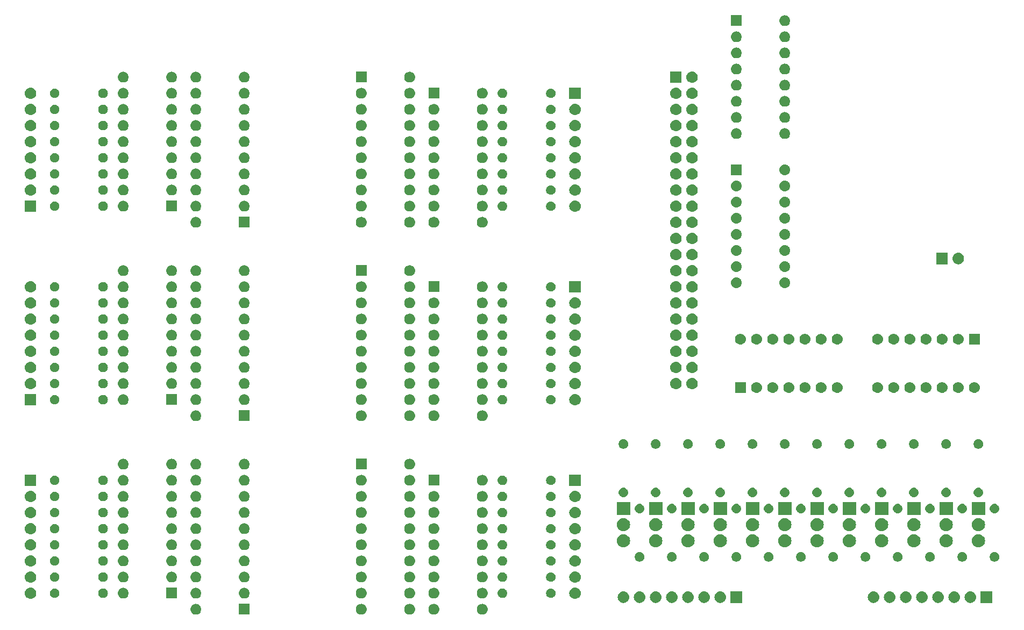
<source format=gbr>
G04 #@! TF.GenerationSoftware,KiCad,Pcbnew,(5.1.4)-1*
G04 #@! TF.CreationDate,2019-11-05T22:12:59+01:00*
G04 #@! TF.ProjectId,tablo,7461626c-6f2e-46b6-9963-61645f706362,rev?*
G04 #@! TF.SameCoordinates,Original*
G04 #@! TF.FileFunction,Soldermask,Top*
G04 #@! TF.FilePolarity,Negative*
%FSLAX46Y46*%
G04 Gerber Fmt 4.6, Leading zero omitted, Abs format (unit mm)*
G04 Created by KiCad (PCBNEW (5.1.4)-1) date 2019-11-05 22:12:59*
%MOMM*%
%LPD*%
G04 APERTURE LIST*
%ADD10C,0.100000*%
G04 APERTURE END LIST*
D10*
G36*
X94146823Y-118541313D02*
G01*
X94307242Y-118589976D01*
X94439906Y-118660886D01*
X94455078Y-118668996D01*
X94584659Y-118775341D01*
X94691004Y-118904922D01*
X94691005Y-118904924D01*
X94770024Y-119052758D01*
X94818687Y-119213177D01*
X94835117Y-119380000D01*
X94818687Y-119546823D01*
X94770024Y-119707242D01*
X94699114Y-119839906D01*
X94691004Y-119855078D01*
X94584659Y-119984659D01*
X94455078Y-120091004D01*
X94455076Y-120091005D01*
X94307242Y-120170024D01*
X94146823Y-120218687D01*
X94021804Y-120231000D01*
X93938196Y-120231000D01*
X93813177Y-120218687D01*
X93652758Y-120170024D01*
X93504924Y-120091005D01*
X93504922Y-120091004D01*
X93375341Y-119984659D01*
X93268996Y-119855078D01*
X93260886Y-119839906D01*
X93189976Y-119707242D01*
X93141313Y-119546823D01*
X93124883Y-119380000D01*
X93141313Y-119213177D01*
X93189976Y-119052758D01*
X93268995Y-118904924D01*
X93268996Y-118904922D01*
X93375341Y-118775341D01*
X93504922Y-118668996D01*
X93520094Y-118660886D01*
X93652758Y-118589976D01*
X93813177Y-118541313D01*
X93938196Y-118529000D01*
X94021804Y-118529000D01*
X94146823Y-118541313D01*
X94146823Y-118541313D01*
G37*
G36*
X86526823Y-118541313D02*
G01*
X86687242Y-118589976D01*
X86819906Y-118660886D01*
X86835078Y-118668996D01*
X86964659Y-118775341D01*
X87071004Y-118904922D01*
X87071005Y-118904924D01*
X87150024Y-119052758D01*
X87198687Y-119213177D01*
X87215117Y-119380000D01*
X87198687Y-119546823D01*
X87150024Y-119707242D01*
X87079114Y-119839906D01*
X87071004Y-119855078D01*
X86964659Y-119984659D01*
X86835078Y-120091004D01*
X86835076Y-120091005D01*
X86687242Y-120170024D01*
X86526823Y-120218687D01*
X86401804Y-120231000D01*
X86318196Y-120231000D01*
X86193177Y-120218687D01*
X86032758Y-120170024D01*
X85884924Y-120091005D01*
X85884922Y-120091004D01*
X85755341Y-119984659D01*
X85648996Y-119855078D01*
X85640886Y-119839906D01*
X85569976Y-119707242D01*
X85521313Y-119546823D01*
X85504883Y-119380000D01*
X85521313Y-119213177D01*
X85569976Y-119052758D01*
X85648995Y-118904924D01*
X85648996Y-118904922D01*
X85755341Y-118775341D01*
X85884922Y-118668996D01*
X85900094Y-118660886D01*
X86032758Y-118589976D01*
X86193177Y-118541313D01*
X86318196Y-118529000D01*
X86401804Y-118529000D01*
X86526823Y-118541313D01*
X86526823Y-118541313D01*
G37*
G36*
X75096823Y-118541313D02*
G01*
X75257242Y-118589976D01*
X75389906Y-118660886D01*
X75405078Y-118668996D01*
X75534659Y-118775341D01*
X75641004Y-118904922D01*
X75641005Y-118904924D01*
X75720024Y-119052758D01*
X75768687Y-119213177D01*
X75785117Y-119380000D01*
X75768687Y-119546823D01*
X75720024Y-119707242D01*
X75649114Y-119839906D01*
X75641004Y-119855078D01*
X75534659Y-119984659D01*
X75405078Y-120091004D01*
X75405076Y-120091005D01*
X75257242Y-120170024D01*
X75096823Y-120218687D01*
X74971804Y-120231000D01*
X74888196Y-120231000D01*
X74763177Y-120218687D01*
X74602758Y-120170024D01*
X74454924Y-120091005D01*
X74454922Y-120091004D01*
X74325341Y-119984659D01*
X74218996Y-119855078D01*
X74210886Y-119839906D01*
X74139976Y-119707242D01*
X74091313Y-119546823D01*
X74074883Y-119380000D01*
X74091313Y-119213177D01*
X74139976Y-119052758D01*
X74218995Y-118904924D01*
X74218996Y-118904922D01*
X74325341Y-118775341D01*
X74454922Y-118668996D01*
X74470094Y-118660886D01*
X74602758Y-118589976D01*
X74763177Y-118541313D01*
X74888196Y-118529000D01*
X74971804Y-118529000D01*
X75096823Y-118541313D01*
X75096823Y-118541313D01*
G37*
G36*
X82716823Y-118541313D02*
G01*
X82877242Y-118589976D01*
X83009906Y-118660886D01*
X83025078Y-118668996D01*
X83154659Y-118775341D01*
X83261004Y-118904922D01*
X83261005Y-118904924D01*
X83340024Y-119052758D01*
X83388687Y-119213177D01*
X83405117Y-119380000D01*
X83388687Y-119546823D01*
X83340024Y-119707242D01*
X83269114Y-119839906D01*
X83261004Y-119855078D01*
X83154659Y-119984659D01*
X83025078Y-120091004D01*
X83025076Y-120091005D01*
X82877242Y-120170024D01*
X82716823Y-120218687D01*
X82591804Y-120231000D01*
X82508196Y-120231000D01*
X82383177Y-120218687D01*
X82222758Y-120170024D01*
X82074924Y-120091005D01*
X82074922Y-120091004D01*
X81945341Y-119984659D01*
X81838996Y-119855078D01*
X81830886Y-119839906D01*
X81759976Y-119707242D01*
X81711313Y-119546823D01*
X81694883Y-119380000D01*
X81711313Y-119213177D01*
X81759976Y-119052758D01*
X81838995Y-118904924D01*
X81838996Y-118904922D01*
X81945341Y-118775341D01*
X82074922Y-118668996D01*
X82090094Y-118660886D01*
X82222758Y-118589976D01*
X82383177Y-118541313D01*
X82508196Y-118529000D01*
X82591804Y-118529000D01*
X82716823Y-118541313D01*
X82716823Y-118541313D01*
G37*
G36*
X49061823Y-118541313D02*
G01*
X49222242Y-118589976D01*
X49354906Y-118660886D01*
X49370078Y-118668996D01*
X49499659Y-118775341D01*
X49606004Y-118904922D01*
X49606005Y-118904924D01*
X49685024Y-119052758D01*
X49733687Y-119213177D01*
X49750117Y-119380000D01*
X49733687Y-119546823D01*
X49685024Y-119707242D01*
X49614114Y-119839906D01*
X49606004Y-119855078D01*
X49499659Y-119984659D01*
X49370078Y-120091004D01*
X49370076Y-120091005D01*
X49222242Y-120170024D01*
X49061823Y-120218687D01*
X48936804Y-120231000D01*
X48853196Y-120231000D01*
X48728177Y-120218687D01*
X48567758Y-120170024D01*
X48419924Y-120091005D01*
X48419922Y-120091004D01*
X48290341Y-119984659D01*
X48183996Y-119855078D01*
X48175886Y-119839906D01*
X48104976Y-119707242D01*
X48056313Y-119546823D01*
X48039883Y-119380000D01*
X48056313Y-119213177D01*
X48104976Y-119052758D01*
X48183995Y-118904924D01*
X48183996Y-118904922D01*
X48290341Y-118775341D01*
X48419922Y-118668996D01*
X48435094Y-118660886D01*
X48567758Y-118589976D01*
X48728177Y-118541313D01*
X48853196Y-118529000D01*
X48936804Y-118529000D01*
X49061823Y-118541313D01*
X49061823Y-118541313D01*
G37*
G36*
X57366000Y-120231000D02*
G01*
X55664000Y-120231000D01*
X55664000Y-118529000D01*
X57366000Y-118529000D01*
X57366000Y-120231000D01*
X57366000Y-120231000D01*
G37*
G36*
X168385443Y-116580519D02*
G01*
X168451627Y-116587037D01*
X168621466Y-116638557D01*
X168777991Y-116722222D01*
X168813729Y-116751552D01*
X168915186Y-116834814D01*
X168980144Y-116913967D01*
X169027778Y-116972009D01*
X169111443Y-117128534D01*
X169162963Y-117298373D01*
X169180359Y-117475000D01*
X169162963Y-117651627D01*
X169111443Y-117821466D01*
X169027778Y-117977991D01*
X168998448Y-118013729D01*
X168915186Y-118115186D01*
X168813729Y-118198448D01*
X168777991Y-118227778D01*
X168621466Y-118311443D01*
X168451627Y-118362963D01*
X168385442Y-118369482D01*
X168319260Y-118376000D01*
X168230740Y-118376000D01*
X168164558Y-118369482D01*
X168098373Y-118362963D01*
X167928534Y-118311443D01*
X167772009Y-118227778D01*
X167736271Y-118198448D01*
X167634814Y-118115186D01*
X167551552Y-118013729D01*
X167522222Y-117977991D01*
X167438557Y-117821466D01*
X167387037Y-117651627D01*
X167369641Y-117475000D01*
X167387037Y-117298373D01*
X167438557Y-117128534D01*
X167522222Y-116972009D01*
X167569856Y-116913967D01*
X167634814Y-116834814D01*
X167736271Y-116751552D01*
X167772009Y-116722222D01*
X167928534Y-116638557D01*
X168098373Y-116587037D01*
X168164557Y-116580519D01*
X168230740Y-116574000D01*
X168319260Y-116574000D01*
X168385443Y-116580519D01*
X168385443Y-116580519D01*
G37*
G36*
X165845443Y-116580519D02*
G01*
X165911627Y-116587037D01*
X166081466Y-116638557D01*
X166237991Y-116722222D01*
X166273729Y-116751552D01*
X166375186Y-116834814D01*
X166440144Y-116913967D01*
X166487778Y-116972009D01*
X166571443Y-117128534D01*
X166622963Y-117298373D01*
X166640359Y-117475000D01*
X166622963Y-117651627D01*
X166571443Y-117821466D01*
X166487778Y-117977991D01*
X166458448Y-118013729D01*
X166375186Y-118115186D01*
X166273729Y-118198448D01*
X166237991Y-118227778D01*
X166081466Y-118311443D01*
X165911627Y-118362963D01*
X165845442Y-118369482D01*
X165779260Y-118376000D01*
X165690740Y-118376000D01*
X165624558Y-118369482D01*
X165558373Y-118362963D01*
X165388534Y-118311443D01*
X165232009Y-118227778D01*
X165196271Y-118198448D01*
X165094814Y-118115186D01*
X165011552Y-118013729D01*
X164982222Y-117977991D01*
X164898557Y-117821466D01*
X164847037Y-117651627D01*
X164829641Y-117475000D01*
X164847037Y-117298373D01*
X164898557Y-117128534D01*
X164982222Y-116972009D01*
X165029856Y-116913967D01*
X165094814Y-116834814D01*
X165196271Y-116751552D01*
X165232009Y-116722222D01*
X165388534Y-116638557D01*
X165558373Y-116587037D01*
X165624557Y-116580519D01*
X165690740Y-116574000D01*
X165779260Y-116574000D01*
X165845443Y-116580519D01*
X165845443Y-116580519D01*
G37*
G36*
X155685443Y-116580519D02*
G01*
X155751627Y-116587037D01*
X155921466Y-116638557D01*
X156077991Y-116722222D01*
X156113729Y-116751552D01*
X156215186Y-116834814D01*
X156280144Y-116913967D01*
X156327778Y-116972009D01*
X156411443Y-117128534D01*
X156462963Y-117298373D01*
X156480359Y-117475000D01*
X156462963Y-117651627D01*
X156411443Y-117821466D01*
X156327778Y-117977991D01*
X156298448Y-118013729D01*
X156215186Y-118115186D01*
X156113729Y-118198448D01*
X156077991Y-118227778D01*
X155921466Y-118311443D01*
X155751627Y-118362963D01*
X155685442Y-118369482D01*
X155619260Y-118376000D01*
X155530740Y-118376000D01*
X155464558Y-118369482D01*
X155398373Y-118362963D01*
X155228534Y-118311443D01*
X155072009Y-118227778D01*
X155036271Y-118198448D01*
X154934814Y-118115186D01*
X154851552Y-118013729D01*
X154822222Y-117977991D01*
X154738557Y-117821466D01*
X154687037Y-117651627D01*
X154669641Y-117475000D01*
X154687037Y-117298373D01*
X154738557Y-117128534D01*
X154822222Y-116972009D01*
X154869856Y-116913967D01*
X154934814Y-116834814D01*
X155036271Y-116751552D01*
X155072009Y-116722222D01*
X155228534Y-116638557D01*
X155398373Y-116587037D01*
X155464557Y-116580519D01*
X155530740Y-116574000D01*
X155619260Y-116574000D01*
X155685443Y-116580519D01*
X155685443Y-116580519D01*
G37*
G36*
X158225443Y-116580519D02*
G01*
X158291627Y-116587037D01*
X158461466Y-116638557D01*
X158617991Y-116722222D01*
X158653729Y-116751552D01*
X158755186Y-116834814D01*
X158820144Y-116913967D01*
X158867778Y-116972009D01*
X158951443Y-117128534D01*
X159002963Y-117298373D01*
X159020359Y-117475000D01*
X159002963Y-117651627D01*
X158951443Y-117821466D01*
X158867778Y-117977991D01*
X158838448Y-118013729D01*
X158755186Y-118115186D01*
X158653729Y-118198448D01*
X158617991Y-118227778D01*
X158461466Y-118311443D01*
X158291627Y-118362963D01*
X158225442Y-118369482D01*
X158159260Y-118376000D01*
X158070740Y-118376000D01*
X158004558Y-118369482D01*
X157938373Y-118362963D01*
X157768534Y-118311443D01*
X157612009Y-118227778D01*
X157576271Y-118198448D01*
X157474814Y-118115186D01*
X157391552Y-118013729D01*
X157362222Y-117977991D01*
X157278557Y-117821466D01*
X157227037Y-117651627D01*
X157209641Y-117475000D01*
X157227037Y-117298373D01*
X157278557Y-117128534D01*
X157362222Y-116972009D01*
X157409856Y-116913967D01*
X157474814Y-116834814D01*
X157576271Y-116751552D01*
X157612009Y-116722222D01*
X157768534Y-116638557D01*
X157938373Y-116587037D01*
X158004557Y-116580519D01*
X158070740Y-116574000D01*
X158159260Y-116574000D01*
X158225443Y-116580519D01*
X158225443Y-116580519D01*
G37*
G36*
X163305443Y-116580519D02*
G01*
X163371627Y-116587037D01*
X163541466Y-116638557D01*
X163697991Y-116722222D01*
X163733729Y-116751552D01*
X163835186Y-116834814D01*
X163900144Y-116913967D01*
X163947778Y-116972009D01*
X164031443Y-117128534D01*
X164082963Y-117298373D01*
X164100359Y-117475000D01*
X164082963Y-117651627D01*
X164031443Y-117821466D01*
X163947778Y-117977991D01*
X163918448Y-118013729D01*
X163835186Y-118115186D01*
X163733729Y-118198448D01*
X163697991Y-118227778D01*
X163541466Y-118311443D01*
X163371627Y-118362963D01*
X163305442Y-118369482D01*
X163239260Y-118376000D01*
X163150740Y-118376000D01*
X163084558Y-118369482D01*
X163018373Y-118362963D01*
X162848534Y-118311443D01*
X162692009Y-118227778D01*
X162656271Y-118198448D01*
X162554814Y-118115186D01*
X162471552Y-118013729D01*
X162442222Y-117977991D01*
X162358557Y-117821466D01*
X162307037Y-117651627D01*
X162289641Y-117475000D01*
X162307037Y-117298373D01*
X162358557Y-117128534D01*
X162442222Y-116972009D01*
X162489856Y-116913967D01*
X162554814Y-116834814D01*
X162656271Y-116751552D01*
X162692009Y-116722222D01*
X162848534Y-116638557D01*
X163018373Y-116587037D01*
X163084557Y-116580519D01*
X163150740Y-116574000D01*
X163239260Y-116574000D01*
X163305443Y-116580519D01*
X163305443Y-116580519D01*
G37*
G36*
X160765443Y-116580519D02*
G01*
X160831627Y-116587037D01*
X161001466Y-116638557D01*
X161157991Y-116722222D01*
X161193729Y-116751552D01*
X161295186Y-116834814D01*
X161360144Y-116913967D01*
X161407778Y-116972009D01*
X161491443Y-117128534D01*
X161542963Y-117298373D01*
X161560359Y-117475000D01*
X161542963Y-117651627D01*
X161491443Y-117821466D01*
X161407778Y-117977991D01*
X161378448Y-118013729D01*
X161295186Y-118115186D01*
X161193729Y-118198448D01*
X161157991Y-118227778D01*
X161001466Y-118311443D01*
X160831627Y-118362963D01*
X160765442Y-118369482D01*
X160699260Y-118376000D01*
X160610740Y-118376000D01*
X160544558Y-118369482D01*
X160478373Y-118362963D01*
X160308534Y-118311443D01*
X160152009Y-118227778D01*
X160116271Y-118198448D01*
X160014814Y-118115186D01*
X159931552Y-118013729D01*
X159902222Y-117977991D01*
X159818557Y-117821466D01*
X159767037Y-117651627D01*
X159749641Y-117475000D01*
X159767037Y-117298373D01*
X159818557Y-117128534D01*
X159902222Y-116972009D01*
X159949856Y-116913967D01*
X160014814Y-116834814D01*
X160116271Y-116751552D01*
X160152009Y-116722222D01*
X160308534Y-116638557D01*
X160478373Y-116587037D01*
X160544557Y-116580519D01*
X160610740Y-116574000D01*
X160699260Y-116574000D01*
X160765443Y-116580519D01*
X160765443Y-116580519D01*
G37*
G36*
X116315443Y-116580519D02*
G01*
X116381627Y-116587037D01*
X116551466Y-116638557D01*
X116707991Y-116722222D01*
X116743729Y-116751552D01*
X116845186Y-116834814D01*
X116910144Y-116913967D01*
X116957778Y-116972009D01*
X117041443Y-117128534D01*
X117092963Y-117298373D01*
X117110359Y-117475000D01*
X117092963Y-117651627D01*
X117041443Y-117821466D01*
X116957778Y-117977991D01*
X116928448Y-118013729D01*
X116845186Y-118115186D01*
X116743729Y-118198448D01*
X116707991Y-118227778D01*
X116551466Y-118311443D01*
X116381627Y-118362963D01*
X116315442Y-118369482D01*
X116249260Y-118376000D01*
X116160740Y-118376000D01*
X116094558Y-118369482D01*
X116028373Y-118362963D01*
X115858534Y-118311443D01*
X115702009Y-118227778D01*
X115666271Y-118198448D01*
X115564814Y-118115186D01*
X115481552Y-118013729D01*
X115452222Y-117977991D01*
X115368557Y-117821466D01*
X115317037Y-117651627D01*
X115299641Y-117475000D01*
X115317037Y-117298373D01*
X115368557Y-117128534D01*
X115452222Y-116972009D01*
X115499856Y-116913967D01*
X115564814Y-116834814D01*
X115666271Y-116751552D01*
X115702009Y-116722222D01*
X115858534Y-116638557D01*
X116028373Y-116587037D01*
X116094557Y-116580519D01*
X116160740Y-116574000D01*
X116249260Y-116574000D01*
X116315443Y-116580519D01*
X116315443Y-116580519D01*
G37*
G36*
X118855443Y-116580519D02*
G01*
X118921627Y-116587037D01*
X119091466Y-116638557D01*
X119247991Y-116722222D01*
X119283729Y-116751552D01*
X119385186Y-116834814D01*
X119450144Y-116913967D01*
X119497778Y-116972009D01*
X119581443Y-117128534D01*
X119632963Y-117298373D01*
X119650359Y-117475000D01*
X119632963Y-117651627D01*
X119581443Y-117821466D01*
X119497778Y-117977991D01*
X119468448Y-118013729D01*
X119385186Y-118115186D01*
X119283729Y-118198448D01*
X119247991Y-118227778D01*
X119091466Y-118311443D01*
X118921627Y-118362963D01*
X118855442Y-118369482D01*
X118789260Y-118376000D01*
X118700740Y-118376000D01*
X118634558Y-118369482D01*
X118568373Y-118362963D01*
X118398534Y-118311443D01*
X118242009Y-118227778D01*
X118206271Y-118198448D01*
X118104814Y-118115186D01*
X118021552Y-118013729D01*
X117992222Y-117977991D01*
X117908557Y-117821466D01*
X117857037Y-117651627D01*
X117839641Y-117475000D01*
X117857037Y-117298373D01*
X117908557Y-117128534D01*
X117992222Y-116972009D01*
X118039856Y-116913967D01*
X118104814Y-116834814D01*
X118206271Y-116751552D01*
X118242009Y-116722222D01*
X118398534Y-116638557D01*
X118568373Y-116587037D01*
X118634557Y-116580519D01*
X118700740Y-116574000D01*
X118789260Y-116574000D01*
X118855443Y-116580519D01*
X118855443Y-116580519D01*
G37*
G36*
X121395443Y-116580519D02*
G01*
X121461627Y-116587037D01*
X121631466Y-116638557D01*
X121787991Y-116722222D01*
X121823729Y-116751552D01*
X121925186Y-116834814D01*
X121990144Y-116913967D01*
X122037778Y-116972009D01*
X122121443Y-117128534D01*
X122172963Y-117298373D01*
X122190359Y-117475000D01*
X122172963Y-117651627D01*
X122121443Y-117821466D01*
X122037778Y-117977991D01*
X122008448Y-118013729D01*
X121925186Y-118115186D01*
X121823729Y-118198448D01*
X121787991Y-118227778D01*
X121631466Y-118311443D01*
X121461627Y-118362963D01*
X121395442Y-118369482D01*
X121329260Y-118376000D01*
X121240740Y-118376000D01*
X121174558Y-118369482D01*
X121108373Y-118362963D01*
X120938534Y-118311443D01*
X120782009Y-118227778D01*
X120746271Y-118198448D01*
X120644814Y-118115186D01*
X120561552Y-118013729D01*
X120532222Y-117977991D01*
X120448557Y-117821466D01*
X120397037Y-117651627D01*
X120379641Y-117475000D01*
X120397037Y-117298373D01*
X120448557Y-117128534D01*
X120532222Y-116972009D01*
X120579856Y-116913967D01*
X120644814Y-116834814D01*
X120746271Y-116751552D01*
X120782009Y-116722222D01*
X120938534Y-116638557D01*
X121108373Y-116587037D01*
X121174557Y-116580519D01*
X121240740Y-116574000D01*
X121329260Y-116574000D01*
X121395443Y-116580519D01*
X121395443Y-116580519D01*
G37*
G36*
X126475443Y-116580519D02*
G01*
X126541627Y-116587037D01*
X126711466Y-116638557D01*
X126867991Y-116722222D01*
X126903729Y-116751552D01*
X127005186Y-116834814D01*
X127070144Y-116913967D01*
X127117778Y-116972009D01*
X127201443Y-117128534D01*
X127252963Y-117298373D01*
X127270359Y-117475000D01*
X127252963Y-117651627D01*
X127201443Y-117821466D01*
X127117778Y-117977991D01*
X127088448Y-118013729D01*
X127005186Y-118115186D01*
X126903729Y-118198448D01*
X126867991Y-118227778D01*
X126711466Y-118311443D01*
X126541627Y-118362963D01*
X126475442Y-118369482D01*
X126409260Y-118376000D01*
X126320740Y-118376000D01*
X126254558Y-118369482D01*
X126188373Y-118362963D01*
X126018534Y-118311443D01*
X125862009Y-118227778D01*
X125826271Y-118198448D01*
X125724814Y-118115186D01*
X125641552Y-118013729D01*
X125612222Y-117977991D01*
X125528557Y-117821466D01*
X125477037Y-117651627D01*
X125459641Y-117475000D01*
X125477037Y-117298373D01*
X125528557Y-117128534D01*
X125612222Y-116972009D01*
X125659856Y-116913967D01*
X125724814Y-116834814D01*
X125826271Y-116751552D01*
X125862009Y-116722222D01*
X126018534Y-116638557D01*
X126188373Y-116587037D01*
X126254557Y-116580519D01*
X126320740Y-116574000D01*
X126409260Y-116574000D01*
X126475443Y-116580519D01*
X126475443Y-116580519D01*
G37*
G36*
X129015443Y-116580519D02*
G01*
X129081627Y-116587037D01*
X129251466Y-116638557D01*
X129407991Y-116722222D01*
X129443729Y-116751552D01*
X129545186Y-116834814D01*
X129610144Y-116913967D01*
X129657778Y-116972009D01*
X129741443Y-117128534D01*
X129792963Y-117298373D01*
X129810359Y-117475000D01*
X129792963Y-117651627D01*
X129741443Y-117821466D01*
X129657778Y-117977991D01*
X129628448Y-118013729D01*
X129545186Y-118115186D01*
X129443729Y-118198448D01*
X129407991Y-118227778D01*
X129251466Y-118311443D01*
X129081627Y-118362963D01*
X129015442Y-118369482D01*
X128949260Y-118376000D01*
X128860740Y-118376000D01*
X128794558Y-118369482D01*
X128728373Y-118362963D01*
X128558534Y-118311443D01*
X128402009Y-118227778D01*
X128366271Y-118198448D01*
X128264814Y-118115186D01*
X128181552Y-118013729D01*
X128152222Y-117977991D01*
X128068557Y-117821466D01*
X128017037Y-117651627D01*
X127999641Y-117475000D01*
X128017037Y-117298373D01*
X128068557Y-117128534D01*
X128152222Y-116972009D01*
X128199856Y-116913967D01*
X128264814Y-116834814D01*
X128366271Y-116751552D01*
X128402009Y-116722222D01*
X128558534Y-116638557D01*
X128728373Y-116587037D01*
X128794557Y-116580519D01*
X128860740Y-116574000D01*
X128949260Y-116574000D01*
X129015443Y-116580519D01*
X129015443Y-116580519D01*
G37*
G36*
X131555443Y-116580519D02*
G01*
X131621627Y-116587037D01*
X131791466Y-116638557D01*
X131947991Y-116722222D01*
X131983729Y-116751552D01*
X132085186Y-116834814D01*
X132150144Y-116913967D01*
X132197778Y-116972009D01*
X132281443Y-117128534D01*
X132332963Y-117298373D01*
X132350359Y-117475000D01*
X132332963Y-117651627D01*
X132281443Y-117821466D01*
X132197778Y-117977991D01*
X132168448Y-118013729D01*
X132085186Y-118115186D01*
X131983729Y-118198448D01*
X131947991Y-118227778D01*
X131791466Y-118311443D01*
X131621627Y-118362963D01*
X131555442Y-118369482D01*
X131489260Y-118376000D01*
X131400740Y-118376000D01*
X131334558Y-118369482D01*
X131268373Y-118362963D01*
X131098534Y-118311443D01*
X130942009Y-118227778D01*
X130906271Y-118198448D01*
X130804814Y-118115186D01*
X130721552Y-118013729D01*
X130692222Y-117977991D01*
X130608557Y-117821466D01*
X130557037Y-117651627D01*
X130539641Y-117475000D01*
X130557037Y-117298373D01*
X130608557Y-117128534D01*
X130692222Y-116972009D01*
X130739856Y-116913967D01*
X130804814Y-116834814D01*
X130906271Y-116751552D01*
X130942009Y-116722222D01*
X131098534Y-116638557D01*
X131268373Y-116587037D01*
X131334557Y-116580519D01*
X131400740Y-116574000D01*
X131489260Y-116574000D01*
X131555443Y-116580519D01*
X131555443Y-116580519D01*
G37*
G36*
X134886000Y-118376000D02*
G01*
X133084000Y-118376000D01*
X133084000Y-116574000D01*
X134886000Y-116574000D01*
X134886000Y-118376000D01*
X134886000Y-118376000D01*
G37*
G36*
X174256000Y-118376000D02*
G01*
X172454000Y-118376000D01*
X172454000Y-116574000D01*
X174256000Y-116574000D01*
X174256000Y-118376000D01*
X174256000Y-118376000D01*
G37*
G36*
X170925443Y-116580519D02*
G01*
X170991627Y-116587037D01*
X171161466Y-116638557D01*
X171317991Y-116722222D01*
X171353729Y-116751552D01*
X171455186Y-116834814D01*
X171520144Y-116913967D01*
X171567778Y-116972009D01*
X171651443Y-117128534D01*
X171702963Y-117298373D01*
X171720359Y-117475000D01*
X171702963Y-117651627D01*
X171651443Y-117821466D01*
X171567778Y-117977991D01*
X171538448Y-118013729D01*
X171455186Y-118115186D01*
X171353729Y-118198448D01*
X171317991Y-118227778D01*
X171161466Y-118311443D01*
X170991627Y-118362963D01*
X170925442Y-118369482D01*
X170859260Y-118376000D01*
X170770740Y-118376000D01*
X170704558Y-118369482D01*
X170638373Y-118362963D01*
X170468534Y-118311443D01*
X170312009Y-118227778D01*
X170276271Y-118198448D01*
X170174814Y-118115186D01*
X170091552Y-118013729D01*
X170062222Y-117977991D01*
X169978557Y-117821466D01*
X169927037Y-117651627D01*
X169909641Y-117475000D01*
X169927037Y-117298373D01*
X169978557Y-117128534D01*
X170062222Y-116972009D01*
X170109856Y-116913967D01*
X170174814Y-116834814D01*
X170276271Y-116751552D01*
X170312009Y-116722222D01*
X170468534Y-116638557D01*
X170638373Y-116587037D01*
X170704557Y-116580519D01*
X170770740Y-116574000D01*
X170859260Y-116574000D01*
X170925443Y-116580519D01*
X170925443Y-116580519D01*
G37*
G36*
X123935443Y-116580519D02*
G01*
X124001627Y-116587037D01*
X124171466Y-116638557D01*
X124327991Y-116722222D01*
X124363729Y-116751552D01*
X124465186Y-116834814D01*
X124530144Y-116913967D01*
X124577778Y-116972009D01*
X124661443Y-117128534D01*
X124712963Y-117298373D01*
X124730359Y-117475000D01*
X124712963Y-117651627D01*
X124661443Y-117821466D01*
X124577778Y-117977991D01*
X124548448Y-118013729D01*
X124465186Y-118115186D01*
X124363729Y-118198448D01*
X124327991Y-118227778D01*
X124171466Y-118311443D01*
X124001627Y-118362963D01*
X123935442Y-118369482D01*
X123869260Y-118376000D01*
X123780740Y-118376000D01*
X123714558Y-118369482D01*
X123648373Y-118362963D01*
X123478534Y-118311443D01*
X123322009Y-118227778D01*
X123286271Y-118198448D01*
X123184814Y-118115186D01*
X123101552Y-118013729D01*
X123072222Y-117977991D01*
X122988557Y-117821466D01*
X122937037Y-117651627D01*
X122919641Y-117475000D01*
X122937037Y-117298373D01*
X122988557Y-117128534D01*
X123072222Y-116972009D01*
X123119856Y-116913967D01*
X123184814Y-116834814D01*
X123286271Y-116751552D01*
X123322009Y-116722222D01*
X123478534Y-116638557D01*
X123648373Y-116587037D01*
X123714557Y-116580519D01*
X123780740Y-116574000D01*
X123869260Y-116574000D01*
X123935443Y-116580519D01*
X123935443Y-116580519D01*
G37*
G36*
X108695442Y-115945518D02*
G01*
X108761627Y-115952037D01*
X108931466Y-116003557D01*
X109087991Y-116087222D01*
X109123729Y-116116552D01*
X109225186Y-116199814D01*
X109308448Y-116301271D01*
X109337778Y-116337009D01*
X109421443Y-116493534D01*
X109472963Y-116663373D01*
X109490359Y-116840000D01*
X109472963Y-117016627D01*
X109421443Y-117186466D01*
X109337778Y-117342991D01*
X109312653Y-117373606D01*
X109225186Y-117480186D01*
X109125323Y-117562140D01*
X109087991Y-117592778D01*
X108931466Y-117676443D01*
X108761627Y-117727963D01*
X108695442Y-117734482D01*
X108629260Y-117741000D01*
X108540740Y-117741000D01*
X108474558Y-117734482D01*
X108408373Y-117727963D01*
X108238534Y-117676443D01*
X108082009Y-117592778D01*
X108044677Y-117562140D01*
X107944814Y-117480186D01*
X107857347Y-117373606D01*
X107832222Y-117342991D01*
X107748557Y-117186466D01*
X107697037Y-117016627D01*
X107679641Y-116840000D01*
X107697037Y-116663373D01*
X107748557Y-116493534D01*
X107832222Y-116337009D01*
X107861552Y-116301271D01*
X107944814Y-116199814D01*
X108046271Y-116116552D01*
X108082009Y-116087222D01*
X108238534Y-116003557D01*
X108408373Y-115952037D01*
X108474558Y-115945518D01*
X108540740Y-115939000D01*
X108629260Y-115939000D01*
X108695442Y-115945518D01*
X108695442Y-115945518D01*
G37*
G36*
X22970442Y-115945518D02*
G01*
X23036627Y-115952037D01*
X23206466Y-116003557D01*
X23362991Y-116087222D01*
X23398729Y-116116552D01*
X23500186Y-116199814D01*
X23583448Y-116301271D01*
X23612778Y-116337009D01*
X23696443Y-116493534D01*
X23747963Y-116663373D01*
X23765359Y-116840000D01*
X23747963Y-117016627D01*
X23696443Y-117186466D01*
X23612778Y-117342991D01*
X23587653Y-117373606D01*
X23500186Y-117480186D01*
X23400323Y-117562140D01*
X23362991Y-117592778D01*
X23206466Y-117676443D01*
X23036627Y-117727963D01*
X22970442Y-117734482D01*
X22904260Y-117741000D01*
X22815740Y-117741000D01*
X22749558Y-117734482D01*
X22683373Y-117727963D01*
X22513534Y-117676443D01*
X22357009Y-117592778D01*
X22319677Y-117562140D01*
X22219814Y-117480186D01*
X22132347Y-117373606D01*
X22107222Y-117342991D01*
X22023557Y-117186466D01*
X21972037Y-117016627D01*
X21954641Y-116840000D01*
X21972037Y-116663373D01*
X22023557Y-116493534D01*
X22107222Y-116337009D01*
X22136552Y-116301271D01*
X22219814Y-116199814D01*
X22321271Y-116116552D01*
X22357009Y-116087222D01*
X22513534Y-116003557D01*
X22683373Y-115952037D01*
X22749558Y-115945518D01*
X22815740Y-115939000D01*
X22904260Y-115939000D01*
X22970442Y-115945518D01*
X22970442Y-115945518D01*
G37*
G36*
X86526823Y-116001313D02*
G01*
X86687242Y-116049976D01*
X86780581Y-116099867D01*
X86835078Y-116128996D01*
X86964659Y-116235341D01*
X87071004Y-116364922D01*
X87071005Y-116364924D01*
X87150024Y-116512758D01*
X87198687Y-116673177D01*
X87215117Y-116840000D01*
X87198687Y-117006823D01*
X87150024Y-117167242D01*
X87079933Y-117298373D01*
X87071004Y-117315078D01*
X86964659Y-117444659D01*
X86835078Y-117551004D01*
X86835076Y-117551005D01*
X86687242Y-117630024D01*
X86526823Y-117678687D01*
X86401804Y-117691000D01*
X86318196Y-117691000D01*
X86193177Y-117678687D01*
X86032758Y-117630024D01*
X85884924Y-117551005D01*
X85884922Y-117551004D01*
X85755341Y-117444659D01*
X85648996Y-117315078D01*
X85640067Y-117298373D01*
X85569976Y-117167242D01*
X85521313Y-117006823D01*
X85504883Y-116840000D01*
X85521313Y-116673177D01*
X85569976Y-116512758D01*
X85648995Y-116364924D01*
X85648996Y-116364922D01*
X85755341Y-116235341D01*
X85884922Y-116128996D01*
X85939419Y-116099867D01*
X86032758Y-116049976D01*
X86193177Y-116001313D01*
X86318196Y-115989000D01*
X86401804Y-115989000D01*
X86526823Y-116001313D01*
X86526823Y-116001313D01*
G37*
G36*
X94146823Y-116001313D02*
G01*
X94307242Y-116049976D01*
X94400581Y-116099867D01*
X94455078Y-116128996D01*
X94584659Y-116235341D01*
X94691004Y-116364922D01*
X94691005Y-116364924D01*
X94770024Y-116512758D01*
X94818687Y-116673177D01*
X94835117Y-116840000D01*
X94818687Y-117006823D01*
X94770024Y-117167242D01*
X94699933Y-117298373D01*
X94691004Y-117315078D01*
X94584659Y-117444659D01*
X94455078Y-117551004D01*
X94455076Y-117551005D01*
X94307242Y-117630024D01*
X94146823Y-117678687D01*
X94021804Y-117691000D01*
X93938196Y-117691000D01*
X93813177Y-117678687D01*
X93652758Y-117630024D01*
X93504924Y-117551005D01*
X93504922Y-117551004D01*
X93375341Y-117444659D01*
X93268996Y-117315078D01*
X93260067Y-117298373D01*
X93189976Y-117167242D01*
X93141313Y-117006823D01*
X93124883Y-116840000D01*
X93141313Y-116673177D01*
X93189976Y-116512758D01*
X93268995Y-116364924D01*
X93268996Y-116364922D01*
X93375341Y-116235341D01*
X93504922Y-116128996D01*
X93559419Y-116099867D01*
X93652758Y-116049976D01*
X93813177Y-116001313D01*
X93938196Y-115989000D01*
X94021804Y-115989000D01*
X94146823Y-116001313D01*
X94146823Y-116001313D01*
G37*
G36*
X56681823Y-116001313D02*
G01*
X56842242Y-116049976D01*
X56935581Y-116099867D01*
X56990078Y-116128996D01*
X57119659Y-116235341D01*
X57226004Y-116364922D01*
X57226005Y-116364924D01*
X57305024Y-116512758D01*
X57353687Y-116673177D01*
X57370117Y-116840000D01*
X57353687Y-117006823D01*
X57305024Y-117167242D01*
X57234933Y-117298373D01*
X57226004Y-117315078D01*
X57119659Y-117444659D01*
X56990078Y-117551004D01*
X56990076Y-117551005D01*
X56842242Y-117630024D01*
X56681823Y-117678687D01*
X56556804Y-117691000D01*
X56473196Y-117691000D01*
X56348177Y-117678687D01*
X56187758Y-117630024D01*
X56039924Y-117551005D01*
X56039922Y-117551004D01*
X55910341Y-117444659D01*
X55803996Y-117315078D01*
X55795067Y-117298373D01*
X55724976Y-117167242D01*
X55676313Y-117006823D01*
X55659883Y-116840000D01*
X55676313Y-116673177D01*
X55724976Y-116512758D01*
X55803995Y-116364924D01*
X55803996Y-116364922D01*
X55910341Y-116235341D01*
X56039922Y-116128996D01*
X56094419Y-116099867D01*
X56187758Y-116049976D01*
X56348177Y-116001313D01*
X56473196Y-115989000D01*
X56556804Y-115989000D01*
X56681823Y-116001313D01*
X56681823Y-116001313D01*
G37*
G36*
X49061823Y-116001313D02*
G01*
X49222242Y-116049976D01*
X49315581Y-116099867D01*
X49370078Y-116128996D01*
X49499659Y-116235341D01*
X49606004Y-116364922D01*
X49606005Y-116364924D01*
X49685024Y-116512758D01*
X49733687Y-116673177D01*
X49750117Y-116840000D01*
X49733687Y-117006823D01*
X49685024Y-117167242D01*
X49614933Y-117298373D01*
X49606004Y-117315078D01*
X49499659Y-117444659D01*
X49370078Y-117551004D01*
X49370076Y-117551005D01*
X49222242Y-117630024D01*
X49061823Y-117678687D01*
X48936804Y-117691000D01*
X48853196Y-117691000D01*
X48728177Y-117678687D01*
X48567758Y-117630024D01*
X48419924Y-117551005D01*
X48419922Y-117551004D01*
X48290341Y-117444659D01*
X48183996Y-117315078D01*
X48175067Y-117298373D01*
X48104976Y-117167242D01*
X48056313Y-117006823D01*
X48039883Y-116840000D01*
X48056313Y-116673177D01*
X48104976Y-116512758D01*
X48183995Y-116364924D01*
X48183996Y-116364922D01*
X48290341Y-116235341D01*
X48419922Y-116128996D01*
X48474419Y-116099867D01*
X48567758Y-116049976D01*
X48728177Y-116001313D01*
X48853196Y-115989000D01*
X48936804Y-115989000D01*
X49061823Y-116001313D01*
X49061823Y-116001313D01*
G37*
G36*
X45936000Y-117691000D02*
G01*
X44234000Y-117691000D01*
X44234000Y-115989000D01*
X45936000Y-115989000D01*
X45936000Y-117691000D01*
X45936000Y-117691000D01*
G37*
G36*
X37631823Y-116001313D02*
G01*
X37792242Y-116049976D01*
X37885581Y-116099867D01*
X37940078Y-116128996D01*
X38069659Y-116235341D01*
X38176004Y-116364922D01*
X38176005Y-116364924D01*
X38255024Y-116512758D01*
X38303687Y-116673177D01*
X38320117Y-116840000D01*
X38303687Y-117006823D01*
X38255024Y-117167242D01*
X38184933Y-117298373D01*
X38176004Y-117315078D01*
X38069659Y-117444659D01*
X37940078Y-117551004D01*
X37940076Y-117551005D01*
X37792242Y-117630024D01*
X37631823Y-117678687D01*
X37506804Y-117691000D01*
X37423196Y-117691000D01*
X37298177Y-117678687D01*
X37137758Y-117630024D01*
X36989924Y-117551005D01*
X36989922Y-117551004D01*
X36860341Y-117444659D01*
X36753996Y-117315078D01*
X36745067Y-117298373D01*
X36674976Y-117167242D01*
X36626313Y-117006823D01*
X36609883Y-116840000D01*
X36626313Y-116673177D01*
X36674976Y-116512758D01*
X36753995Y-116364924D01*
X36753996Y-116364922D01*
X36860341Y-116235341D01*
X36989922Y-116128996D01*
X37044419Y-116099867D01*
X37137758Y-116049976D01*
X37298177Y-116001313D01*
X37423196Y-115989000D01*
X37506804Y-115989000D01*
X37631823Y-116001313D01*
X37631823Y-116001313D01*
G37*
G36*
X75096823Y-116001313D02*
G01*
X75257242Y-116049976D01*
X75350581Y-116099867D01*
X75405078Y-116128996D01*
X75534659Y-116235341D01*
X75641004Y-116364922D01*
X75641005Y-116364924D01*
X75720024Y-116512758D01*
X75768687Y-116673177D01*
X75785117Y-116840000D01*
X75768687Y-117006823D01*
X75720024Y-117167242D01*
X75649933Y-117298373D01*
X75641004Y-117315078D01*
X75534659Y-117444659D01*
X75405078Y-117551004D01*
X75405076Y-117551005D01*
X75257242Y-117630024D01*
X75096823Y-117678687D01*
X74971804Y-117691000D01*
X74888196Y-117691000D01*
X74763177Y-117678687D01*
X74602758Y-117630024D01*
X74454924Y-117551005D01*
X74454922Y-117551004D01*
X74325341Y-117444659D01*
X74218996Y-117315078D01*
X74210067Y-117298373D01*
X74139976Y-117167242D01*
X74091313Y-117006823D01*
X74074883Y-116840000D01*
X74091313Y-116673177D01*
X74139976Y-116512758D01*
X74218995Y-116364924D01*
X74218996Y-116364922D01*
X74325341Y-116235341D01*
X74454922Y-116128996D01*
X74509419Y-116099867D01*
X74602758Y-116049976D01*
X74763177Y-116001313D01*
X74888196Y-115989000D01*
X74971804Y-115989000D01*
X75096823Y-116001313D01*
X75096823Y-116001313D01*
G37*
G36*
X82716823Y-116001313D02*
G01*
X82877242Y-116049976D01*
X82970581Y-116099867D01*
X83025078Y-116128996D01*
X83154659Y-116235341D01*
X83261004Y-116364922D01*
X83261005Y-116364924D01*
X83340024Y-116512758D01*
X83388687Y-116673177D01*
X83405117Y-116840000D01*
X83388687Y-117006823D01*
X83340024Y-117167242D01*
X83269933Y-117298373D01*
X83261004Y-117315078D01*
X83154659Y-117444659D01*
X83025078Y-117551004D01*
X83025076Y-117551005D01*
X82877242Y-117630024D01*
X82716823Y-117678687D01*
X82591804Y-117691000D01*
X82508196Y-117691000D01*
X82383177Y-117678687D01*
X82222758Y-117630024D01*
X82074924Y-117551005D01*
X82074922Y-117551004D01*
X81945341Y-117444659D01*
X81838996Y-117315078D01*
X81830067Y-117298373D01*
X81759976Y-117167242D01*
X81711313Y-117006823D01*
X81694883Y-116840000D01*
X81711313Y-116673177D01*
X81759976Y-116512758D01*
X81838995Y-116364924D01*
X81838996Y-116364922D01*
X81945341Y-116235341D01*
X82074922Y-116128996D01*
X82129419Y-116099867D01*
X82222758Y-116049976D01*
X82383177Y-116001313D01*
X82508196Y-115989000D01*
X82591804Y-115989000D01*
X82716823Y-116001313D01*
X82716823Y-116001313D01*
G37*
G36*
X104994059Y-116117860D02*
G01*
X105054294Y-116142810D01*
X105130732Y-116174472D01*
X105253735Y-116256660D01*
X105358340Y-116361265D01*
X105440528Y-116484268D01*
X105440529Y-116484270D01*
X105497140Y-116620941D01*
X105526000Y-116766032D01*
X105526000Y-116913968D01*
X105497140Y-117059059D01*
X105468363Y-117128534D01*
X105440528Y-117195732D01*
X105358340Y-117318735D01*
X105253735Y-117423340D01*
X105130732Y-117505528D01*
X105130731Y-117505529D01*
X105130730Y-117505529D01*
X104994059Y-117562140D01*
X104848968Y-117591000D01*
X104701032Y-117591000D01*
X104555941Y-117562140D01*
X104419270Y-117505529D01*
X104419269Y-117505529D01*
X104419268Y-117505528D01*
X104296265Y-117423340D01*
X104191660Y-117318735D01*
X104109472Y-117195732D01*
X104081638Y-117128534D01*
X104052860Y-117059059D01*
X104024000Y-116913968D01*
X104024000Y-116766032D01*
X104052860Y-116620941D01*
X104109471Y-116484270D01*
X104109472Y-116484268D01*
X104191660Y-116361265D01*
X104296265Y-116256660D01*
X104419268Y-116174472D01*
X104495707Y-116142810D01*
X104555941Y-116117860D01*
X104701032Y-116089000D01*
X104848968Y-116089000D01*
X104994059Y-116117860D01*
X104994059Y-116117860D01*
G37*
G36*
X26889059Y-116117860D02*
G01*
X26949294Y-116142810D01*
X27025732Y-116174472D01*
X27148735Y-116256660D01*
X27253340Y-116361265D01*
X27335528Y-116484268D01*
X27335529Y-116484270D01*
X27392140Y-116620941D01*
X27421000Y-116766032D01*
X27421000Y-116913968D01*
X27392140Y-117059059D01*
X27363363Y-117128534D01*
X27335528Y-117195732D01*
X27253340Y-117318735D01*
X27148735Y-117423340D01*
X27025732Y-117505528D01*
X27025731Y-117505529D01*
X27025730Y-117505529D01*
X26889059Y-117562140D01*
X26743968Y-117591000D01*
X26596032Y-117591000D01*
X26450941Y-117562140D01*
X26314270Y-117505529D01*
X26314269Y-117505529D01*
X26314268Y-117505528D01*
X26191265Y-117423340D01*
X26086660Y-117318735D01*
X26004472Y-117195732D01*
X25976638Y-117128534D01*
X25947860Y-117059059D01*
X25919000Y-116913968D01*
X25919000Y-116766032D01*
X25947860Y-116620941D01*
X26004471Y-116484270D01*
X26004472Y-116484268D01*
X26086660Y-116361265D01*
X26191265Y-116256660D01*
X26314268Y-116174472D01*
X26390707Y-116142810D01*
X26450941Y-116117860D01*
X26596032Y-116089000D01*
X26743968Y-116089000D01*
X26889059Y-116117860D01*
X26889059Y-116117860D01*
G37*
G36*
X34363665Y-116092622D02*
G01*
X34437222Y-116099867D01*
X34578786Y-116142810D01*
X34709252Y-116212546D01*
X34737028Y-116235341D01*
X34823607Y-116306393D01*
X34893008Y-116390960D01*
X34917454Y-116420748D01*
X34987190Y-116551214D01*
X35030133Y-116692778D01*
X35044633Y-116840000D01*
X35030133Y-116987222D01*
X34987190Y-117128786D01*
X34917454Y-117259252D01*
X34893008Y-117289040D01*
X34823607Y-117373607D01*
X34763004Y-117423341D01*
X34709252Y-117467454D01*
X34578786Y-117537190D01*
X34437222Y-117580133D01*
X34363665Y-117587378D01*
X34326888Y-117591000D01*
X34253112Y-117591000D01*
X34216335Y-117587378D01*
X34142778Y-117580133D01*
X34001214Y-117537190D01*
X33870748Y-117467454D01*
X33816996Y-117423341D01*
X33756393Y-117373607D01*
X33686992Y-117289040D01*
X33662546Y-117259252D01*
X33592810Y-117128786D01*
X33549867Y-116987222D01*
X33535367Y-116840000D01*
X33549867Y-116692778D01*
X33592810Y-116551214D01*
X33662546Y-116420748D01*
X33686992Y-116390960D01*
X33756393Y-116306393D01*
X33842972Y-116235341D01*
X33870748Y-116212546D01*
X34001214Y-116142810D01*
X34142778Y-116099867D01*
X34216335Y-116092622D01*
X34253112Y-116089000D01*
X34326888Y-116089000D01*
X34363665Y-116092622D01*
X34363665Y-116092622D01*
G37*
G36*
X97228665Y-116092622D02*
G01*
X97302222Y-116099867D01*
X97443786Y-116142810D01*
X97574252Y-116212546D01*
X97602028Y-116235341D01*
X97688607Y-116306393D01*
X97758008Y-116390960D01*
X97782454Y-116420748D01*
X97852190Y-116551214D01*
X97895133Y-116692778D01*
X97909633Y-116840000D01*
X97895133Y-116987222D01*
X97852190Y-117128786D01*
X97782454Y-117259252D01*
X97758008Y-117289040D01*
X97688607Y-117373607D01*
X97628004Y-117423341D01*
X97574252Y-117467454D01*
X97443786Y-117537190D01*
X97302222Y-117580133D01*
X97228665Y-117587378D01*
X97191888Y-117591000D01*
X97118112Y-117591000D01*
X97081335Y-117587378D01*
X97007778Y-117580133D01*
X96866214Y-117537190D01*
X96735748Y-117467454D01*
X96681996Y-117423341D01*
X96621393Y-117373607D01*
X96551992Y-117289040D01*
X96527546Y-117259252D01*
X96457810Y-117128786D01*
X96414867Y-116987222D01*
X96400367Y-116840000D01*
X96414867Y-116692778D01*
X96457810Y-116551214D01*
X96527546Y-116420748D01*
X96551992Y-116390960D01*
X96621393Y-116306393D01*
X96707972Y-116235341D01*
X96735748Y-116212546D01*
X96866214Y-116142810D01*
X97007778Y-116099867D01*
X97081335Y-116092622D01*
X97118112Y-116089000D01*
X97191888Y-116089000D01*
X97228665Y-116092622D01*
X97228665Y-116092622D01*
G37*
G36*
X108695443Y-113405519D02*
G01*
X108761627Y-113412037D01*
X108931466Y-113463557D01*
X109087991Y-113547222D01*
X109123729Y-113576552D01*
X109225186Y-113659814D01*
X109308448Y-113761271D01*
X109337778Y-113797009D01*
X109421443Y-113953534D01*
X109472963Y-114123373D01*
X109490359Y-114300000D01*
X109472963Y-114476627D01*
X109421443Y-114646466D01*
X109337778Y-114802991D01*
X109312653Y-114833606D01*
X109225186Y-114940186D01*
X109125323Y-115022140D01*
X109087991Y-115052778D01*
X108931466Y-115136443D01*
X108761627Y-115187963D01*
X108695442Y-115194482D01*
X108629260Y-115201000D01*
X108540740Y-115201000D01*
X108474558Y-115194482D01*
X108408373Y-115187963D01*
X108238534Y-115136443D01*
X108082009Y-115052778D01*
X108044677Y-115022140D01*
X107944814Y-114940186D01*
X107857347Y-114833606D01*
X107832222Y-114802991D01*
X107748557Y-114646466D01*
X107697037Y-114476627D01*
X107679641Y-114300000D01*
X107697037Y-114123373D01*
X107748557Y-113953534D01*
X107832222Y-113797009D01*
X107861552Y-113761271D01*
X107944814Y-113659814D01*
X108046271Y-113576552D01*
X108082009Y-113547222D01*
X108238534Y-113463557D01*
X108408373Y-113412037D01*
X108474557Y-113405519D01*
X108540740Y-113399000D01*
X108629260Y-113399000D01*
X108695443Y-113405519D01*
X108695443Y-113405519D01*
G37*
G36*
X22970443Y-113405519D02*
G01*
X23036627Y-113412037D01*
X23206466Y-113463557D01*
X23362991Y-113547222D01*
X23398729Y-113576552D01*
X23500186Y-113659814D01*
X23583448Y-113761271D01*
X23612778Y-113797009D01*
X23696443Y-113953534D01*
X23747963Y-114123373D01*
X23765359Y-114300000D01*
X23747963Y-114476627D01*
X23696443Y-114646466D01*
X23612778Y-114802991D01*
X23587653Y-114833606D01*
X23500186Y-114940186D01*
X23400323Y-115022140D01*
X23362991Y-115052778D01*
X23206466Y-115136443D01*
X23036627Y-115187963D01*
X22970442Y-115194482D01*
X22904260Y-115201000D01*
X22815740Y-115201000D01*
X22749558Y-115194482D01*
X22683373Y-115187963D01*
X22513534Y-115136443D01*
X22357009Y-115052778D01*
X22319677Y-115022140D01*
X22219814Y-114940186D01*
X22132347Y-114833606D01*
X22107222Y-114802991D01*
X22023557Y-114646466D01*
X21972037Y-114476627D01*
X21954641Y-114300000D01*
X21972037Y-114123373D01*
X22023557Y-113953534D01*
X22107222Y-113797009D01*
X22136552Y-113761271D01*
X22219814Y-113659814D01*
X22321271Y-113576552D01*
X22357009Y-113547222D01*
X22513534Y-113463557D01*
X22683373Y-113412037D01*
X22749557Y-113405519D01*
X22815740Y-113399000D01*
X22904260Y-113399000D01*
X22970443Y-113405519D01*
X22970443Y-113405519D01*
G37*
G36*
X49061823Y-113461313D02*
G01*
X49222242Y-113509976D01*
X49315581Y-113559867D01*
X49370078Y-113588996D01*
X49499659Y-113695341D01*
X49606004Y-113824922D01*
X49606005Y-113824924D01*
X49685024Y-113972758D01*
X49733687Y-114133177D01*
X49750117Y-114300000D01*
X49733687Y-114466823D01*
X49685024Y-114627242D01*
X49614114Y-114759906D01*
X49606004Y-114775078D01*
X49499659Y-114904659D01*
X49370078Y-115011004D01*
X49370076Y-115011005D01*
X49222242Y-115090024D01*
X49061823Y-115138687D01*
X48936804Y-115151000D01*
X48853196Y-115151000D01*
X48728177Y-115138687D01*
X48567758Y-115090024D01*
X48419924Y-115011005D01*
X48419922Y-115011004D01*
X48290341Y-114904659D01*
X48183996Y-114775078D01*
X48175886Y-114759906D01*
X48104976Y-114627242D01*
X48056313Y-114466823D01*
X48039883Y-114300000D01*
X48056313Y-114133177D01*
X48104976Y-113972758D01*
X48183995Y-113824924D01*
X48183996Y-113824922D01*
X48290341Y-113695341D01*
X48419922Y-113588996D01*
X48474419Y-113559867D01*
X48567758Y-113509976D01*
X48728177Y-113461313D01*
X48853196Y-113449000D01*
X48936804Y-113449000D01*
X49061823Y-113461313D01*
X49061823Y-113461313D01*
G37*
G36*
X56681823Y-113461313D02*
G01*
X56842242Y-113509976D01*
X56935581Y-113559867D01*
X56990078Y-113588996D01*
X57119659Y-113695341D01*
X57226004Y-113824922D01*
X57226005Y-113824924D01*
X57305024Y-113972758D01*
X57353687Y-114133177D01*
X57370117Y-114300000D01*
X57353687Y-114466823D01*
X57305024Y-114627242D01*
X57234114Y-114759906D01*
X57226004Y-114775078D01*
X57119659Y-114904659D01*
X56990078Y-115011004D01*
X56990076Y-115011005D01*
X56842242Y-115090024D01*
X56681823Y-115138687D01*
X56556804Y-115151000D01*
X56473196Y-115151000D01*
X56348177Y-115138687D01*
X56187758Y-115090024D01*
X56039924Y-115011005D01*
X56039922Y-115011004D01*
X55910341Y-114904659D01*
X55803996Y-114775078D01*
X55795886Y-114759906D01*
X55724976Y-114627242D01*
X55676313Y-114466823D01*
X55659883Y-114300000D01*
X55676313Y-114133177D01*
X55724976Y-113972758D01*
X55803995Y-113824924D01*
X55803996Y-113824922D01*
X55910341Y-113695341D01*
X56039922Y-113588996D01*
X56094419Y-113559867D01*
X56187758Y-113509976D01*
X56348177Y-113461313D01*
X56473196Y-113449000D01*
X56556804Y-113449000D01*
X56681823Y-113461313D01*
X56681823Y-113461313D01*
G37*
G36*
X75096823Y-113461313D02*
G01*
X75257242Y-113509976D01*
X75350581Y-113559867D01*
X75405078Y-113588996D01*
X75534659Y-113695341D01*
X75641004Y-113824922D01*
X75641005Y-113824924D01*
X75720024Y-113972758D01*
X75768687Y-114133177D01*
X75785117Y-114300000D01*
X75768687Y-114466823D01*
X75720024Y-114627242D01*
X75649114Y-114759906D01*
X75641004Y-114775078D01*
X75534659Y-114904659D01*
X75405078Y-115011004D01*
X75405076Y-115011005D01*
X75257242Y-115090024D01*
X75096823Y-115138687D01*
X74971804Y-115151000D01*
X74888196Y-115151000D01*
X74763177Y-115138687D01*
X74602758Y-115090024D01*
X74454924Y-115011005D01*
X74454922Y-115011004D01*
X74325341Y-114904659D01*
X74218996Y-114775078D01*
X74210886Y-114759906D01*
X74139976Y-114627242D01*
X74091313Y-114466823D01*
X74074883Y-114300000D01*
X74091313Y-114133177D01*
X74139976Y-113972758D01*
X74218995Y-113824924D01*
X74218996Y-113824922D01*
X74325341Y-113695341D01*
X74454922Y-113588996D01*
X74509419Y-113559867D01*
X74602758Y-113509976D01*
X74763177Y-113461313D01*
X74888196Y-113449000D01*
X74971804Y-113449000D01*
X75096823Y-113461313D01*
X75096823Y-113461313D01*
G37*
G36*
X37631823Y-113461313D02*
G01*
X37792242Y-113509976D01*
X37885581Y-113559867D01*
X37940078Y-113588996D01*
X38069659Y-113695341D01*
X38176004Y-113824922D01*
X38176005Y-113824924D01*
X38255024Y-113972758D01*
X38303687Y-114133177D01*
X38320117Y-114300000D01*
X38303687Y-114466823D01*
X38255024Y-114627242D01*
X38184114Y-114759906D01*
X38176004Y-114775078D01*
X38069659Y-114904659D01*
X37940078Y-115011004D01*
X37940076Y-115011005D01*
X37792242Y-115090024D01*
X37631823Y-115138687D01*
X37506804Y-115151000D01*
X37423196Y-115151000D01*
X37298177Y-115138687D01*
X37137758Y-115090024D01*
X36989924Y-115011005D01*
X36989922Y-115011004D01*
X36860341Y-114904659D01*
X36753996Y-114775078D01*
X36745886Y-114759906D01*
X36674976Y-114627242D01*
X36626313Y-114466823D01*
X36609883Y-114300000D01*
X36626313Y-114133177D01*
X36674976Y-113972758D01*
X36753995Y-113824924D01*
X36753996Y-113824922D01*
X36860341Y-113695341D01*
X36989922Y-113588996D01*
X37044419Y-113559867D01*
X37137758Y-113509976D01*
X37298177Y-113461313D01*
X37423196Y-113449000D01*
X37506804Y-113449000D01*
X37631823Y-113461313D01*
X37631823Y-113461313D01*
G37*
G36*
X86526823Y-113461313D02*
G01*
X86687242Y-113509976D01*
X86780581Y-113559867D01*
X86835078Y-113588996D01*
X86964659Y-113695341D01*
X87071004Y-113824922D01*
X87071005Y-113824924D01*
X87150024Y-113972758D01*
X87198687Y-114133177D01*
X87215117Y-114300000D01*
X87198687Y-114466823D01*
X87150024Y-114627242D01*
X87079114Y-114759906D01*
X87071004Y-114775078D01*
X86964659Y-114904659D01*
X86835078Y-115011004D01*
X86835076Y-115011005D01*
X86687242Y-115090024D01*
X86526823Y-115138687D01*
X86401804Y-115151000D01*
X86318196Y-115151000D01*
X86193177Y-115138687D01*
X86032758Y-115090024D01*
X85884924Y-115011005D01*
X85884922Y-115011004D01*
X85755341Y-114904659D01*
X85648996Y-114775078D01*
X85640886Y-114759906D01*
X85569976Y-114627242D01*
X85521313Y-114466823D01*
X85504883Y-114300000D01*
X85521313Y-114133177D01*
X85569976Y-113972758D01*
X85648995Y-113824924D01*
X85648996Y-113824922D01*
X85755341Y-113695341D01*
X85884922Y-113588996D01*
X85939419Y-113559867D01*
X86032758Y-113509976D01*
X86193177Y-113461313D01*
X86318196Y-113449000D01*
X86401804Y-113449000D01*
X86526823Y-113461313D01*
X86526823Y-113461313D01*
G37*
G36*
X45251823Y-113461313D02*
G01*
X45412242Y-113509976D01*
X45505581Y-113559867D01*
X45560078Y-113588996D01*
X45689659Y-113695341D01*
X45796004Y-113824922D01*
X45796005Y-113824924D01*
X45875024Y-113972758D01*
X45923687Y-114133177D01*
X45940117Y-114300000D01*
X45923687Y-114466823D01*
X45875024Y-114627242D01*
X45804114Y-114759906D01*
X45796004Y-114775078D01*
X45689659Y-114904659D01*
X45560078Y-115011004D01*
X45560076Y-115011005D01*
X45412242Y-115090024D01*
X45251823Y-115138687D01*
X45126804Y-115151000D01*
X45043196Y-115151000D01*
X44918177Y-115138687D01*
X44757758Y-115090024D01*
X44609924Y-115011005D01*
X44609922Y-115011004D01*
X44480341Y-114904659D01*
X44373996Y-114775078D01*
X44365886Y-114759906D01*
X44294976Y-114627242D01*
X44246313Y-114466823D01*
X44229883Y-114300000D01*
X44246313Y-114133177D01*
X44294976Y-113972758D01*
X44373995Y-113824924D01*
X44373996Y-113824922D01*
X44480341Y-113695341D01*
X44609922Y-113588996D01*
X44664419Y-113559867D01*
X44757758Y-113509976D01*
X44918177Y-113461313D01*
X45043196Y-113449000D01*
X45126804Y-113449000D01*
X45251823Y-113461313D01*
X45251823Y-113461313D01*
G37*
G36*
X94146823Y-113461313D02*
G01*
X94307242Y-113509976D01*
X94400581Y-113559867D01*
X94455078Y-113588996D01*
X94584659Y-113695341D01*
X94691004Y-113824922D01*
X94691005Y-113824924D01*
X94770024Y-113972758D01*
X94818687Y-114133177D01*
X94835117Y-114300000D01*
X94818687Y-114466823D01*
X94770024Y-114627242D01*
X94699114Y-114759906D01*
X94691004Y-114775078D01*
X94584659Y-114904659D01*
X94455078Y-115011004D01*
X94455076Y-115011005D01*
X94307242Y-115090024D01*
X94146823Y-115138687D01*
X94021804Y-115151000D01*
X93938196Y-115151000D01*
X93813177Y-115138687D01*
X93652758Y-115090024D01*
X93504924Y-115011005D01*
X93504922Y-115011004D01*
X93375341Y-114904659D01*
X93268996Y-114775078D01*
X93260886Y-114759906D01*
X93189976Y-114627242D01*
X93141313Y-114466823D01*
X93124883Y-114300000D01*
X93141313Y-114133177D01*
X93189976Y-113972758D01*
X93268995Y-113824924D01*
X93268996Y-113824922D01*
X93375341Y-113695341D01*
X93504922Y-113588996D01*
X93559419Y-113559867D01*
X93652758Y-113509976D01*
X93813177Y-113461313D01*
X93938196Y-113449000D01*
X94021804Y-113449000D01*
X94146823Y-113461313D01*
X94146823Y-113461313D01*
G37*
G36*
X82716823Y-113461313D02*
G01*
X82877242Y-113509976D01*
X82970581Y-113559867D01*
X83025078Y-113588996D01*
X83154659Y-113695341D01*
X83261004Y-113824922D01*
X83261005Y-113824924D01*
X83340024Y-113972758D01*
X83388687Y-114133177D01*
X83405117Y-114300000D01*
X83388687Y-114466823D01*
X83340024Y-114627242D01*
X83269114Y-114759906D01*
X83261004Y-114775078D01*
X83154659Y-114904659D01*
X83025078Y-115011004D01*
X83025076Y-115011005D01*
X82877242Y-115090024D01*
X82716823Y-115138687D01*
X82591804Y-115151000D01*
X82508196Y-115151000D01*
X82383177Y-115138687D01*
X82222758Y-115090024D01*
X82074924Y-115011005D01*
X82074922Y-115011004D01*
X81945341Y-114904659D01*
X81838996Y-114775078D01*
X81830886Y-114759906D01*
X81759976Y-114627242D01*
X81711313Y-114466823D01*
X81694883Y-114300000D01*
X81711313Y-114133177D01*
X81759976Y-113972758D01*
X81838995Y-113824924D01*
X81838996Y-113824922D01*
X81945341Y-113695341D01*
X82074922Y-113588996D01*
X82129419Y-113559867D01*
X82222758Y-113509976D01*
X82383177Y-113461313D01*
X82508196Y-113449000D01*
X82591804Y-113449000D01*
X82716823Y-113461313D01*
X82716823Y-113461313D01*
G37*
G36*
X34363665Y-113552622D02*
G01*
X34437222Y-113559867D01*
X34578786Y-113602810D01*
X34709252Y-113672546D01*
X34737028Y-113695341D01*
X34823607Y-113766393D01*
X34893008Y-113850960D01*
X34917454Y-113880748D01*
X34987190Y-114011214D01*
X35030133Y-114152778D01*
X35044633Y-114300000D01*
X35030133Y-114447222D01*
X34987190Y-114588786D01*
X34917454Y-114719252D01*
X34893008Y-114749040D01*
X34823607Y-114833607D01*
X34763004Y-114883341D01*
X34709252Y-114927454D01*
X34578786Y-114997190D01*
X34437222Y-115040133D01*
X34363665Y-115047378D01*
X34326888Y-115051000D01*
X34253112Y-115051000D01*
X34216335Y-115047378D01*
X34142778Y-115040133D01*
X34001214Y-114997190D01*
X33870748Y-114927454D01*
X33816996Y-114883341D01*
X33756393Y-114833607D01*
X33686992Y-114749040D01*
X33662546Y-114719252D01*
X33592810Y-114588786D01*
X33549867Y-114447222D01*
X33535367Y-114300000D01*
X33549867Y-114152778D01*
X33592810Y-114011214D01*
X33662546Y-113880748D01*
X33686992Y-113850960D01*
X33756393Y-113766393D01*
X33842972Y-113695341D01*
X33870748Y-113672546D01*
X34001214Y-113602810D01*
X34142778Y-113559867D01*
X34216335Y-113552622D01*
X34253112Y-113549000D01*
X34326888Y-113549000D01*
X34363665Y-113552622D01*
X34363665Y-113552622D01*
G37*
G36*
X26889059Y-113577860D02*
G01*
X26949294Y-113602810D01*
X27025732Y-113634472D01*
X27148735Y-113716660D01*
X27253340Y-113821265D01*
X27335528Y-113944268D01*
X27335529Y-113944270D01*
X27392140Y-114080941D01*
X27421000Y-114226032D01*
X27421000Y-114373968D01*
X27400580Y-114476627D01*
X27392140Y-114519059D01*
X27335528Y-114655732D01*
X27253340Y-114778735D01*
X27148735Y-114883340D01*
X27025732Y-114965528D01*
X27025731Y-114965529D01*
X27025730Y-114965529D01*
X26889059Y-115022140D01*
X26743968Y-115051000D01*
X26596032Y-115051000D01*
X26450941Y-115022140D01*
X26314270Y-114965529D01*
X26314269Y-114965529D01*
X26314268Y-114965528D01*
X26191265Y-114883340D01*
X26086660Y-114778735D01*
X26004472Y-114655732D01*
X25947860Y-114519059D01*
X25939420Y-114476627D01*
X25919000Y-114373968D01*
X25919000Y-114226032D01*
X25947860Y-114080941D01*
X26004471Y-113944270D01*
X26004472Y-113944268D01*
X26086660Y-113821265D01*
X26191265Y-113716660D01*
X26314268Y-113634472D01*
X26390707Y-113602810D01*
X26450941Y-113577860D01*
X26596032Y-113549000D01*
X26743968Y-113549000D01*
X26889059Y-113577860D01*
X26889059Y-113577860D01*
G37*
G36*
X104994059Y-113577860D02*
G01*
X105054294Y-113602810D01*
X105130732Y-113634472D01*
X105253735Y-113716660D01*
X105358340Y-113821265D01*
X105440528Y-113944268D01*
X105440529Y-113944270D01*
X105497140Y-114080941D01*
X105526000Y-114226032D01*
X105526000Y-114373968D01*
X105505580Y-114476627D01*
X105497140Y-114519059D01*
X105440528Y-114655732D01*
X105358340Y-114778735D01*
X105253735Y-114883340D01*
X105130732Y-114965528D01*
X105130731Y-114965529D01*
X105130730Y-114965529D01*
X104994059Y-115022140D01*
X104848968Y-115051000D01*
X104701032Y-115051000D01*
X104555941Y-115022140D01*
X104419270Y-114965529D01*
X104419269Y-114965529D01*
X104419268Y-114965528D01*
X104296265Y-114883340D01*
X104191660Y-114778735D01*
X104109472Y-114655732D01*
X104052860Y-114519059D01*
X104044420Y-114476627D01*
X104024000Y-114373968D01*
X104024000Y-114226032D01*
X104052860Y-114080941D01*
X104109471Y-113944270D01*
X104109472Y-113944268D01*
X104191660Y-113821265D01*
X104296265Y-113716660D01*
X104419268Y-113634472D01*
X104495707Y-113602810D01*
X104555941Y-113577860D01*
X104701032Y-113549000D01*
X104848968Y-113549000D01*
X104994059Y-113577860D01*
X104994059Y-113577860D01*
G37*
G36*
X97228665Y-113552622D02*
G01*
X97302222Y-113559867D01*
X97443786Y-113602810D01*
X97574252Y-113672546D01*
X97602028Y-113695341D01*
X97688607Y-113766393D01*
X97758008Y-113850960D01*
X97782454Y-113880748D01*
X97852190Y-114011214D01*
X97895133Y-114152778D01*
X97909633Y-114300000D01*
X97895133Y-114447222D01*
X97852190Y-114588786D01*
X97782454Y-114719252D01*
X97758008Y-114749040D01*
X97688607Y-114833607D01*
X97628004Y-114883341D01*
X97574252Y-114927454D01*
X97443786Y-114997190D01*
X97302222Y-115040133D01*
X97228665Y-115047378D01*
X97191888Y-115051000D01*
X97118112Y-115051000D01*
X97081335Y-115047378D01*
X97007778Y-115040133D01*
X96866214Y-114997190D01*
X96735748Y-114927454D01*
X96681996Y-114883341D01*
X96621393Y-114833607D01*
X96551992Y-114749040D01*
X96527546Y-114719252D01*
X96457810Y-114588786D01*
X96414867Y-114447222D01*
X96400367Y-114300000D01*
X96414867Y-114152778D01*
X96457810Y-114011214D01*
X96527546Y-113880748D01*
X96551992Y-113850960D01*
X96621393Y-113766393D01*
X96707972Y-113695341D01*
X96735748Y-113672546D01*
X96866214Y-113602810D01*
X97007778Y-113559867D01*
X97081335Y-113552622D01*
X97118112Y-113549000D01*
X97191888Y-113549000D01*
X97228665Y-113552622D01*
X97228665Y-113552622D01*
G37*
G36*
X22970442Y-110865518D02*
G01*
X23036627Y-110872037D01*
X23206466Y-110923557D01*
X23362991Y-111007222D01*
X23398729Y-111036552D01*
X23500186Y-111119814D01*
X23565144Y-111198967D01*
X23612778Y-111257009D01*
X23696443Y-111413534D01*
X23747963Y-111583373D01*
X23765359Y-111760000D01*
X23747963Y-111936627D01*
X23696443Y-112106466D01*
X23612778Y-112262991D01*
X23587653Y-112293606D01*
X23500186Y-112400186D01*
X23400323Y-112482140D01*
X23362991Y-112512778D01*
X23206466Y-112596443D01*
X23036627Y-112647963D01*
X22970442Y-112654482D01*
X22904260Y-112661000D01*
X22815740Y-112661000D01*
X22749558Y-112654482D01*
X22683373Y-112647963D01*
X22513534Y-112596443D01*
X22357009Y-112512778D01*
X22319677Y-112482140D01*
X22219814Y-112400186D01*
X22132347Y-112293606D01*
X22107222Y-112262991D01*
X22023557Y-112106466D01*
X21972037Y-111936627D01*
X21954641Y-111760000D01*
X21972037Y-111583373D01*
X22023557Y-111413534D01*
X22107222Y-111257009D01*
X22154856Y-111198967D01*
X22219814Y-111119814D01*
X22321271Y-111036552D01*
X22357009Y-111007222D01*
X22513534Y-110923557D01*
X22683373Y-110872037D01*
X22749558Y-110865518D01*
X22815740Y-110859000D01*
X22904260Y-110859000D01*
X22970442Y-110865518D01*
X22970442Y-110865518D01*
G37*
G36*
X108695442Y-110865518D02*
G01*
X108761627Y-110872037D01*
X108931466Y-110923557D01*
X109087991Y-111007222D01*
X109123729Y-111036552D01*
X109225186Y-111119814D01*
X109290144Y-111198967D01*
X109337778Y-111257009D01*
X109421443Y-111413534D01*
X109472963Y-111583373D01*
X109490359Y-111760000D01*
X109472963Y-111936627D01*
X109421443Y-112106466D01*
X109337778Y-112262991D01*
X109312653Y-112293606D01*
X109225186Y-112400186D01*
X109125323Y-112482140D01*
X109087991Y-112512778D01*
X108931466Y-112596443D01*
X108761627Y-112647963D01*
X108695442Y-112654482D01*
X108629260Y-112661000D01*
X108540740Y-112661000D01*
X108474558Y-112654482D01*
X108408373Y-112647963D01*
X108238534Y-112596443D01*
X108082009Y-112512778D01*
X108044677Y-112482140D01*
X107944814Y-112400186D01*
X107857347Y-112293606D01*
X107832222Y-112262991D01*
X107748557Y-112106466D01*
X107697037Y-111936627D01*
X107679641Y-111760000D01*
X107697037Y-111583373D01*
X107748557Y-111413534D01*
X107832222Y-111257009D01*
X107879856Y-111198967D01*
X107944814Y-111119814D01*
X108046271Y-111036552D01*
X108082009Y-111007222D01*
X108238534Y-110923557D01*
X108408373Y-110872037D01*
X108474558Y-110865518D01*
X108540740Y-110859000D01*
X108629260Y-110859000D01*
X108695442Y-110865518D01*
X108695442Y-110865518D01*
G37*
G36*
X82716823Y-110921313D02*
G01*
X82877242Y-110969976D01*
X82970581Y-111019867D01*
X83025078Y-111048996D01*
X83154659Y-111155341D01*
X83261004Y-111284922D01*
X83261005Y-111284924D01*
X83340024Y-111432758D01*
X83388687Y-111593177D01*
X83405117Y-111760000D01*
X83388687Y-111926823D01*
X83340024Y-112087242D01*
X83269114Y-112219906D01*
X83261004Y-112235078D01*
X83154659Y-112364659D01*
X83025078Y-112471004D01*
X83025076Y-112471005D01*
X82877242Y-112550024D01*
X82716823Y-112598687D01*
X82591804Y-112611000D01*
X82508196Y-112611000D01*
X82383177Y-112598687D01*
X82222758Y-112550024D01*
X82074924Y-112471005D01*
X82074922Y-112471004D01*
X81945341Y-112364659D01*
X81838996Y-112235078D01*
X81830886Y-112219906D01*
X81759976Y-112087242D01*
X81711313Y-111926823D01*
X81694883Y-111760000D01*
X81711313Y-111593177D01*
X81759976Y-111432758D01*
X81838995Y-111284924D01*
X81838996Y-111284922D01*
X81945341Y-111155341D01*
X82074922Y-111048996D01*
X82129419Y-111019867D01*
X82222758Y-110969976D01*
X82383177Y-110921313D01*
X82508196Y-110909000D01*
X82591804Y-110909000D01*
X82716823Y-110921313D01*
X82716823Y-110921313D01*
G37*
G36*
X75096823Y-110921313D02*
G01*
X75257242Y-110969976D01*
X75350581Y-111019867D01*
X75405078Y-111048996D01*
X75534659Y-111155341D01*
X75641004Y-111284922D01*
X75641005Y-111284924D01*
X75720024Y-111432758D01*
X75768687Y-111593177D01*
X75785117Y-111760000D01*
X75768687Y-111926823D01*
X75720024Y-112087242D01*
X75649114Y-112219906D01*
X75641004Y-112235078D01*
X75534659Y-112364659D01*
X75405078Y-112471004D01*
X75405076Y-112471005D01*
X75257242Y-112550024D01*
X75096823Y-112598687D01*
X74971804Y-112611000D01*
X74888196Y-112611000D01*
X74763177Y-112598687D01*
X74602758Y-112550024D01*
X74454924Y-112471005D01*
X74454922Y-112471004D01*
X74325341Y-112364659D01*
X74218996Y-112235078D01*
X74210886Y-112219906D01*
X74139976Y-112087242D01*
X74091313Y-111926823D01*
X74074883Y-111760000D01*
X74091313Y-111593177D01*
X74139976Y-111432758D01*
X74218995Y-111284924D01*
X74218996Y-111284922D01*
X74325341Y-111155341D01*
X74454922Y-111048996D01*
X74509419Y-111019867D01*
X74602758Y-110969976D01*
X74763177Y-110921313D01*
X74888196Y-110909000D01*
X74971804Y-110909000D01*
X75096823Y-110921313D01*
X75096823Y-110921313D01*
G37*
G36*
X56681823Y-110921313D02*
G01*
X56842242Y-110969976D01*
X56935581Y-111019867D01*
X56990078Y-111048996D01*
X57119659Y-111155341D01*
X57226004Y-111284922D01*
X57226005Y-111284924D01*
X57305024Y-111432758D01*
X57353687Y-111593177D01*
X57370117Y-111760000D01*
X57353687Y-111926823D01*
X57305024Y-112087242D01*
X57234114Y-112219906D01*
X57226004Y-112235078D01*
X57119659Y-112364659D01*
X56990078Y-112471004D01*
X56990076Y-112471005D01*
X56842242Y-112550024D01*
X56681823Y-112598687D01*
X56556804Y-112611000D01*
X56473196Y-112611000D01*
X56348177Y-112598687D01*
X56187758Y-112550024D01*
X56039924Y-112471005D01*
X56039922Y-112471004D01*
X55910341Y-112364659D01*
X55803996Y-112235078D01*
X55795886Y-112219906D01*
X55724976Y-112087242D01*
X55676313Y-111926823D01*
X55659883Y-111760000D01*
X55676313Y-111593177D01*
X55724976Y-111432758D01*
X55803995Y-111284924D01*
X55803996Y-111284922D01*
X55910341Y-111155341D01*
X56039922Y-111048996D01*
X56094419Y-111019867D01*
X56187758Y-110969976D01*
X56348177Y-110921313D01*
X56473196Y-110909000D01*
X56556804Y-110909000D01*
X56681823Y-110921313D01*
X56681823Y-110921313D01*
G37*
G36*
X86526823Y-110921313D02*
G01*
X86687242Y-110969976D01*
X86780581Y-111019867D01*
X86835078Y-111048996D01*
X86964659Y-111155341D01*
X87071004Y-111284922D01*
X87071005Y-111284924D01*
X87150024Y-111432758D01*
X87198687Y-111593177D01*
X87215117Y-111760000D01*
X87198687Y-111926823D01*
X87150024Y-112087242D01*
X87079114Y-112219906D01*
X87071004Y-112235078D01*
X86964659Y-112364659D01*
X86835078Y-112471004D01*
X86835076Y-112471005D01*
X86687242Y-112550024D01*
X86526823Y-112598687D01*
X86401804Y-112611000D01*
X86318196Y-112611000D01*
X86193177Y-112598687D01*
X86032758Y-112550024D01*
X85884924Y-112471005D01*
X85884922Y-112471004D01*
X85755341Y-112364659D01*
X85648996Y-112235078D01*
X85640886Y-112219906D01*
X85569976Y-112087242D01*
X85521313Y-111926823D01*
X85504883Y-111760000D01*
X85521313Y-111593177D01*
X85569976Y-111432758D01*
X85648995Y-111284924D01*
X85648996Y-111284922D01*
X85755341Y-111155341D01*
X85884922Y-111048996D01*
X85939419Y-111019867D01*
X86032758Y-110969976D01*
X86193177Y-110921313D01*
X86318196Y-110909000D01*
X86401804Y-110909000D01*
X86526823Y-110921313D01*
X86526823Y-110921313D01*
G37*
G36*
X45251823Y-110921313D02*
G01*
X45412242Y-110969976D01*
X45505581Y-111019867D01*
X45560078Y-111048996D01*
X45689659Y-111155341D01*
X45796004Y-111284922D01*
X45796005Y-111284924D01*
X45875024Y-111432758D01*
X45923687Y-111593177D01*
X45940117Y-111760000D01*
X45923687Y-111926823D01*
X45875024Y-112087242D01*
X45804114Y-112219906D01*
X45796004Y-112235078D01*
X45689659Y-112364659D01*
X45560078Y-112471004D01*
X45560076Y-112471005D01*
X45412242Y-112550024D01*
X45251823Y-112598687D01*
X45126804Y-112611000D01*
X45043196Y-112611000D01*
X44918177Y-112598687D01*
X44757758Y-112550024D01*
X44609924Y-112471005D01*
X44609922Y-112471004D01*
X44480341Y-112364659D01*
X44373996Y-112235078D01*
X44365886Y-112219906D01*
X44294976Y-112087242D01*
X44246313Y-111926823D01*
X44229883Y-111760000D01*
X44246313Y-111593177D01*
X44294976Y-111432758D01*
X44373995Y-111284924D01*
X44373996Y-111284922D01*
X44480341Y-111155341D01*
X44609922Y-111048996D01*
X44664419Y-111019867D01*
X44757758Y-110969976D01*
X44918177Y-110921313D01*
X45043196Y-110909000D01*
X45126804Y-110909000D01*
X45251823Y-110921313D01*
X45251823Y-110921313D01*
G37*
G36*
X49061823Y-110921313D02*
G01*
X49222242Y-110969976D01*
X49315581Y-111019867D01*
X49370078Y-111048996D01*
X49499659Y-111155341D01*
X49606004Y-111284922D01*
X49606005Y-111284924D01*
X49685024Y-111432758D01*
X49733687Y-111593177D01*
X49750117Y-111760000D01*
X49733687Y-111926823D01*
X49685024Y-112087242D01*
X49614114Y-112219906D01*
X49606004Y-112235078D01*
X49499659Y-112364659D01*
X49370078Y-112471004D01*
X49370076Y-112471005D01*
X49222242Y-112550024D01*
X49061823Y-112598687D01*
X48936804Y-112611000D01*
X48853196Y-112611000D01*
X48728177Y-112598687D01*
X48567758Y-112550024D01*
X48419924Y-112471005D01*
X48419922Y-112471004D01*
X48290341Y-112364659D01*
X48183996Y-112235078D01*
X48175886Y-112219906D01*
X48104976Y-112087242D01*
X48056313Y-111926823D01*
X48039883Y-111760000D01*
X48056313Y-111593177D01*
X48104976Y-111432758D01*
X48183995Y-111284924D01*
X48183996Y-111284922D01*
X48290341Y-111155341D01*
X48419922Y-111048996D01*
X48474419Y-111019867D01*
X48567758Y-110969976D01*
X48728177Y-110921313D01*
X48853196Y-110909000D01*
X48936804Y-110909000D01*
X49061823Y-110921313D01*
X49061823Y-110921313D01*
G37*
G36*
X94146823Y-110921313D02*
G01*
X94307242Y-110969976D01*
X94400581Y-111019867D01*
X94455078Y-111048996D01*
X94584659Y-111155341D01*
X94691004Y-111284922D01*
X94691005Y-111284924D01*
X94770024Y-111432758D01*
X94818687Y-111593177D01*
X94835117Y-111760000D01*
X94818687Y-111926823D01*
X94770024Y-112087242D01*
X94699114Y-112219906D01*
X94691004Y-112235078D01*
X94584659Y-112364659D01*
X94455078Y-112471004D01*
X94455076Y-112471005D01*
X94307242Y-112550024D01*
X94146823Y-112598687D01*
X94021804Y-112611000D01*
X93938196Y-112611000D01*
X93813177Y-112598687D01*
X93652758Y-112550024D01*
X93504924Y-112471005D01*
X93504922Y-112471004D01*
X93375341Y-112364659D01*
X93268996Y-112235078D01*
X93260886Y-112219906D01*
X93189976Y-112087242D01*
X93141313Y-111926823D01*
X93124883Y-111760000D01*
X93141313Y-111593177D01*
X93189976Y-111432758D01*
X93268995Y-111284924D01*
X93268996Y-111284922D01*
X93375341Y-111155341D01*
X93504922Y-111048996D01*
X93559419Y-111019867D01*
X93652758Y-110969976D01*
X93813177Y-110921313D01*
X93938196Y-110909000D01*
X94021804Y-110909000D01*
X94146823Y-110921313D01*
X94146823Y-110921313D01*
G37*
G36*
X37631823Y-110921313D02*
G01*
X37792242Y-110969976D01*
X37885581Y-111019867D01*
X37940078Y-111048996D01*
X38069659Y-111155341D01*
X38176004Y-111284922D01*
X38176005Y-111284924D01*
X38255024Y-111432758D01*
X38303687Y-111593177D01*
X38320117Y-111760000D01*
X38303687Y-111926823D01*
X38255024Y-112087242D01*
X38184114Y-112219906D01*
X38176004Y-112235078D01*
X38069659Y-112364659D01*
X37940078Y-112471004D01*
X37940076Y-112471005D01*
X37792242Y-112550024D01*
X37631823Y-112598687D01*
X37506804Y-112611000D01*
X37423196Y-112611000D01*
X37298177Y-112598687D01*
X37137758Y-112550024D01*
X36989924Y-112471005D01*
X36989922Y-112471004D01*
X36860341Y-112364659D01*
X36753996Y-112235078D01*
X36745886Y-112219906D01*
X36674976Y-112087242D01*
X36626313Y-111926823D01*
X36609883Y-111760000D01*
X36626313Y-111593177D01*
X36674976Y-111432758D01*
X36753995Y-111284924D01*
X36753996Y-111284922D01*
X36860341Y-111155341D01*
X36989922Y-111048996D01*
X37044419Y-111019867D01*
X37137758Y-110969976D01*
X37298177Y-110921313D01*
X37423196Y-110909000D01*
X37506804Y-110909000D01*
X37631823Y-110921313D01*
X37631823Y-110921313D01*
G37*
G36*
X34363665Y-111012622D02*
G01*
X34437222Y-111019867D01*
X34578786Y-111062810D01*
X34709252Y-111132546D01*
X34737028Y-111155341D01*
X34823607Y-111226393D01*
X34893008Y-111310960D01*
X34917454Y-111340748D01*
X34987190Y-111471214D01*
X35030133Y-111612778D01*
X35044633Y-111760000D01*
X35030133Y-111907222D01*
X34987190Y-112048786D01*
X34917454Y-112179252D01*
X34893008Y-112209040D01*
X34823607Y-112293607D01*
X34763004Y-112343341D01*
X34709252Y-112387454D01*
X34578786Y-112457190D01*
X34437222Y-112500133D01*
X34363665Y-112507378D01*
X34326888Y-112511000D01*
X34253112Y-112511000D01*
X34216335Y-112507378D01*
X34142778Y-112500133D01*
X34001214Y-112457190D01*
X33870748Y-112387454D01*
X33816996Y-112343341D01*
X33756393Y-112293607D01*
X33686992Y-112209040D01*
X33662546Y-112179252D01*
X33592810Y-112048786D01*
X33549867Y-111907222D01*
X33535367Y-111760000D01*
X33549867Y-111612778D01*
X33592810Y-111471214D01*
X33662546Y-111340748D01*
X33686992Y-111310960D01*
X33756393Y-111226393D01*
X33842972Y-111155341D01*
X33870748Y-111132546D01*
X34001214Y-111062810D01*
X34142778Y-111019867D01*
X34216335Y-111012622D01*
X34253112Y-111009000D01*
X34326888Y-111009000D01*
X34363665Y-111012622D01*
X34363665Y-111012622D01*
G37*
G36*
X26889059Y-111037860D02*
G01*
X26949294Y-111062810D01*
X27025732Y-111094472D01*
X27148735Y-111176660D01*
X27253340Y-111281265D01*
X27335528Y-111404268D01*
X27335529Y-111404270D01*
X27392140Y-111540941D01*
X27421000Y-111686032D01*
X27421000Y-111833968D01*
X27400580Y-111936627D01*
X27392140Y-111979059D01*
X27335528Y-112115732D01*
X27253340Y-112238735D01*
X27148735Y-112343340D01*
X27025732Y-112425528D01*
X27025731Y-112425529D01*
X27025730Y-112425529D01*
X26889059Y-112482140D01*
X26743968Y-112511000D01*
X26596032Y-112511000D01*
X26450941Y-112482140D01*
X26314270Y-112425529D01*
X26314269Y-112425529D01*
X26314268Y-112425528D01*
X26191265Y-112343340D01*
X26086660Y-112238735D01*
X26004472Y-112115732D01*
X25947860Y-111979059D01*
X25939420Y-111936627D01*
X25919000Y-111833968D01*
X25919000Y-111686032D01*
X25947860Y-111540941D01*
X26004471Y-111404270D01*
X26004472Y-111404268D01*
X26086660Y-111281265D01*
X26191265Y-111176660D01*
X26314268Y-111094472D01*
X26390707Y-111062810D01*
X26450941Y-111037860D01*
X26596032Y-111009000D01*
X26743968Y-111009000D01*
X26889059Y-111037860D01*
X26889059Y-111037860D01*
G37*
G36*
X104994059Y-111037860D02*
G01*
X105054294Y-111062810D01*
X105130732Y-111094472D01*
X105253735Y-111176660D01*
X105358340Y-111281265D01*
X105440528Y-111404268D01*
X105440529Y-111404270D01*
X105497140Y-111540941D01*
X105526000Y-111686032D01*
X105526000Y-111833968D01*
X105505580Y-111936627D01*
X105497140Y-111979059D01*
X105440528Y-112115732D01*
X105358340Y-112238735D01*
X105253735Y-112343340D01*
X105130732Y-112425528D01*
X105130731Y-112425529D01*
X105130730Y-112425529D01*
X104994059Y-112482140D01*
X104848968Y-112511000D01*
X104701032Y-112511000D01*
X104555941Y-112482140D01*
X104419270Y-112425529D01*
X104419269Y-112425529D01*
X104419268Y-112425528D01*
X104296265Y-112343340D01*
X104191660Y-112238735D01*
X104109472Y-112115732D01*
X104052860Y-111979059D01*
X104044420Y-111936627D01*
X104024000Y-111833968D01*
X104024000Y-111686032D01*
X104052860Y-111540941D01*
X104109471Y-111404270D01*
X104109472Y-111404268D01*
X104191660Y-111281265D01*
X104296265Y-111176660D01*
X104419268Y-111094472D01*
X104495707Y-111062810D01*
X104555941Y-111037860D01*
X104701032Y-111009000D01*
X104848968Y-111009000D01*
X104994059Y-111037860D01*
X104994059Y-111037860D01*
G37*
G36*
X97228665Y-111012622D02*
G01*
X97302222Y-111019867D01*
X97443786Y-111062810D01*
X97574252Y-111132546D01*
X97602028Y-111155341D01*
X97688607Y-111226393D01*
X97758008Y-111310960D01*
X97782454Y-111340748D01*
X97852190Y-111471214D01*
X97895133Y-111612778D01*
X97909633Y-111760000D01*
X97895133Y-111907222D01*
X97852190Y-112048786D01*
X97782454Y-112179252D01*
X97758008Y-112209040D01*
X97688607Y-112293607D01*
X97628004Y-112343341D01*
X97574252Y-112387454D01*
X97443786Y-112457190D01*
X97302222Y-112500133D01*
X97228665Y-112507378D01*
X97191888Y-112511000D01*
X97118112Y-112511000D01*
X97081335Y-112507378D01*
X97007778Y-112500133D01*
X96866214Y-112457190D01*
X96735748Y-112387454D01*
X96681996Y-112343341D01*
X96621393Y-112293607D01*
X96551992Y-112209040D01*
X96527546Y-112179252D01*
X96457810Y-112048786D01*
X96414867Y-111907222D01*
X96400367Y-111760000D01*
X96414867Y-111612778D01*
X96457810Y-111471214D01*
X96527546Y-111340748D01*
X96551992Y-111310960D01*
X96621393Y-111226393D01*
X96707972Y-111155341D01*
X96735748Y-111132546D01*
X96866214Y-111062810D01*
X97007778Y-111019867D01*
X97081335Y-111012622D01*
X97118112Y-111009000D01*
X97191888Y-111009000D01*
X97228665Y-111012622D01*
X97228665Y-111012622D01*
G37*
G36*
X129124059Y-110402860D02*
G01*
X129260732Y-110459472D01*
X129383735Y-110541660D01*
X129488340Y-110646265D01*
X129488341Y-110646267D01*
X129570529Y-110769270D01*
X129627140Y-110905941D01*
X129656000Y-111051032D01*
X129656000Y-111198968D01*
X129627140Y-111344059D01*
X129574471Y-111471214D01*
X129570528Y-111480732D01*
X129488340Y-111603735D01*
X129383735Y-111708340D01*
X129260732Y-111790528D01*
X129260731Y-111790529D01*
X129260730Y-111790529D01*
X129124059Y-111847140D01*
X128978968Y-111876000D01*
X128831032Y-111876000D01*
X128685941Y-111847140D01*
X128549270Y-111790529D01*
X128549269Y-111790529D01*
X128549268Y-111790528D01*
X128426265Y-111708340D01*
X128321660Y-111603735D01*
X128239472Y-111480732D01*
X128235530Y-111471214D01*
X128182860Y-111344059D01*
X128154000Y-111198968D01*
X128154000Y-111051032D01*
X128182860Y-110905941D01*
X128239471Y-110769270D01*
X128321659Y-110646267D01*
X128321660Y-110646265D01*
X128426265Y-110541660D01*
X128549268Y-110459472D01*
X128685941Y-110402860D01*
X128831032Y-110374000D01*
X128978968Y-110374000D01*
X129124059Y-110402860D01*
X129124059Y-110402860D01*
G37*
G36*
X118964059Y-110402860D02*
G01*
X119100732Y-110459472D01*
X119223735Y-110541660D01*
X119328340Y-110646265D01*
X119328341Y-110646267D01*
X119410529Y-110769270D01*
X119467140Y-110905941D01*
X119496000Y-111051032D01*
X119496000Y-111198968D01*
X119467140Y-111344059D01*
X119414471Y-111471214D01*
X119410528Y-111480732D01*
X119328340Y-111603735D01*
X119223735Y-111708340D01*
X119100732Y-111790528D01*
X119100731Y-111790529D01*
X119100730Y-111790529D01*
X118964059Y-111847140D01*
X118818968Y-111876000D01*
X118671032Y-111876000D01*
X118525941Y-111847140D01*
X118389270Y-111790529D01*
X118389269Y-111790529D01*
X118389268Y-111790528D01*
X118266265Y-111708340D01*
X118161660Y-111603735D01*
X118079472Y-111480732D01*
X118075530Y-111471214D01*
X118022860Y-111344059D01*
X117994000Y-111198968D01*
X117994000Y-111051032D01*
X118022860Y-110905941D01*
X118079471Y-110769270D01*
X118161659Y-110646267D01*
X118161660Y-110646265D01*
X118266265Y-110541660D01*
X118389268Y-110459472D01*
X118525941Y-110402860D01*
X118671032Y-110374000D01*
X118818968Y-110374000D01*
X118964059Y-110402860D01*
X118964059Y-110402860D01*
G37*
G36*
X134204059Y-110402860D02*
G01*
X134340732Y-110459472D01*
X134463735Y-110541660D01*
X134568340Y-110646265D01*
X134568341Y-110646267D01*
X134650529Y-110769270D01*
X134707140Y-110905941D01*
X134736000Y-111051032D01*
X134736000Y-111198968D01*
X134707140Y-111344059D01*
X134654471Y-111471214D01*
X134650528Y-111480732D01*
X134568340Y-111603735D01*
X134463735Y-111708340D01*
X134340732Y-111790528D01*
X134340731Y-111790529D01*
X134340730Y-111790529D01*
X134204059Y-111847140D01*
X134058968Y-111876000D01*
X133911032Y-111876000D01*
X133765941Y-111847140D01*
X133629270Y-111790529D01*
X133629269Y-111790529D01*
X133629268Y-111790528D01*
X133506265Y-111708340D01*
X133401660Y-111603735D01*
X133319472Y-111480732D01*
X133315530Y-111471214D01*
X133262860Y-111344059D01*
X133234000Y-111198968D01*
X133234000Y-111051032D01*
X133262860Y-110905941D01*
X133319471Y-110769270D01*
X133401659Y-110646267D01*
X133401660Y-110646265D01*
X133506265Y-110541660D01*
X133629268Y-110459472D01*
X133765941Y-110402860D01*
X133911032Y-110374000D01*
X134058968Y-110374000D01*
X134204059Y-110402860D01*
X134204059Y-110402860D01*
G37*
G36*
X139284059Y-110402860D02*
G01*
X139420732Y-110459472D01*
X139543735Y-110541660D01*
X139648340Y-110646265D01*
X139648341Y-110646267D01*
X139730529Y-110769270D01*
X139787140Y-110905941D01*
X139816000Y-111051032D01*
X139816000Y-111198968D01*
X139787140Y-111344059D01*
X139734471Y-111471214D01*
X139730528Y-111480732D01*
X139648340Y-111603735D01*
X139543735Y-111708340D01*
X139420732Y-111790528D01*
X139420731Y-111790529D01*
X139420730Y-111790529D01*
X139284059Y-111847140D01*
X139138968Y-111876000D01*
X138991032Y-111876000D01*
X138845941Y-111847140D01*
X138709270Y-111790529D01*
X138709269Y-111790529D01*
X138709268Y-111790528D01*
X138586265Y-111708340D01*
X138481660Y-111603735D01*
X138399472Y-111480732D01*
X138395530Y-111471214D01*
X138342860Y-111344059D01*
X138314000Y-111198968D01*
X138314000Y-111051032D01*
X138342860Y-110905941D01*
X138399471Y-110769270D01*
X138481659Y-110646267D01*
X138481660Y-110646265D01*
X138586265Y-110541660D01*
X138709268Y-110459472D01*
X138845941Y-110402860D01*
X138991032Y-110374000D01*
X139138968Y-110374000D01*
X139284059Y-110402860D01*
X139284059Y-110402860D01*
G37*
G36*
X164684059Y-110402860D02*
G01*
X164820732Y-110459472D01*
X164943735Y-110541660D01*
X165048340Y-110646265D01*
X165048341Y-110646267D01*
X165130529Y-110769270D01*
X165187140Y-110905941D01*
X165216000Y-111051032D01*
X165216000Y-111198968D01*
X165187140Y-111344059D01*
X165134471Y-111471214D01*
X165130528Y-111480732D01*
X165048340Y-111603735D01*
X164943735Y-111708340D01*
X164820732Y-111790528D01*
X164820731Y-111790529D01*
X164820730Y-111790529D01*
X164684059Y-111847140D01*
X164538968Y-111876000D01*
X164391032Y-111876000D01*
X164245941Y-111847140D01*
X164109270Y-111790529D01*
X164109269Y-111790529D01*
X164109268Y-111790528D01*
X163986265Y-111708340D01*
X163881660Y-111603735D01*
X163799472Y-111480732D01*
X163795530Y-111471214D01*
X163742860Y-111344059D01*
X163714000Y-111198968D01*
X163714000Y-111051032D01*
X163742860Y-110905941D01*
X163799471Y-110769270D01*
X163881659Y-110646267D01*
X163881660Y-110646265D01*
X163986265Y-110541660D01*
X164109268Y-110459472D01*
X164245941Y-110402860D01*
X164391032Y-110374000D01*
X164538968Y-110374000D01*
X164684059Y-110402860D01*
X164684059Y-110402860D01*
G37*
G36*
X144364059Y-110402860D02*
G01*
X144500732Y-110459472D01*
X144623735Y-110541660D01*
X144728340Y-110646265D01*
X144728341Y-110646267D01*
X144810529Y-110769270D01*
X144867140Y-110905941D01*
X144896000Y-111051032D01*
X144896000Y-111198968D01*
X144867140Y-111344059D01*
X144814471Y-111471214D01*
X144810528Y-111480732D01*
X144728340Y-111603735D01*
X144623735Y-111708340D01*
X144500732Y-111790528D01*
X144500731Y-111790529D01*
X144500730Y-111790529D01*
X144364059Y-111847140D01*
X144218968Y-111876000D01*
X144071032Y-111876000D01*
X143925941Y-111847140D01*
X143789270Y-111790529D01*
X143789269Y-111790529D01*
X143789268Y-111790528D01*
X143666265Y-111708340D01*
X143561660Y-111603735D01*
X143479472Y-111480732D01*
X143475530Y-111471214D01*
X143422860Y-111344059D01*
X143394000Y-111198968D01*
X143394000Y-111051032D01*
X143422860Y-110905941D01*
X143479471Y-110769270D01*
X143561659Y-110646267D01*
X143561660Y-110646265D01*
X143666265Y-110541660D01*
X143789268Y-110459472D01*
X143925941Y-110402860D01*
X144071032Y-110374000D01*
X144218968Y-110374000D01*
X144364059Y-110402860D01*
X144364059Y-110402860D01*
G37*
G36*
X149444059Y-110402860D02*
G01*
X149580732Y-110459472D01*
X149703735Y-110541660D01*
X149808340Y-110646265D01*
X149808341Y-110646267D01*
X149890529Y-110769270D01*
X149947140Y-110905941D01*
X149976000Y-111051032D01*
X149976000Y-111198968D01*
X149947140Y-111344059D01*
X149894471Y-111471214D01*
X149890528Y-111480732D01*
X149808340Y-111603735D01*
X149703735Y-111708340D01*
X149580732Y-111790528D01*
X149580731Y-111790529D01*
X149580730Y-111790529D01*
X149444059Y-111847140D01*
X149298968Y-111876000D01*
X149151032Y-111876000D01*
X149005941Y-111847140D01*
X148869270Y-111790529D01*
X148869269Y-111790529D01*
X148869268Y-111790528D01*
X148746265Y-111708340D01*
X148641660Y-111603735D01*
X148559472Y-111480732D01*
X148555530Y-111471214D01*
X148502860Y-111344059D01*
X148474000Y-111198968D01*
X148474000Y-111051032D01*
X148502860Y-110905941D01*
X148559471Y-110769270D01*
X148641659Y-110646267D01*
X148641660Y-110646265D01*
X148746265Y-110541660D01*
X148869268Y-110459472D01*
X149005941Y-110402860D01*
X149151032Y-110374000D01*
X149298968Y-110374000D01*
X149444059Y-110402860D01*
X149444059Y-110402860D01*
G37*
G36*
X154524059Y-110402860D02*
G01*
X154660732Y-110459472D01*
X154783735Y-110541660D01*
X154888340Y-110646265D01*
X154888341Y-110646267D01*
X154970529Y-110769270D01*
X155027140Y-110905941D01*
X155056000Y-111051032D01*
X155056000Y-111198968D01*
X155027140Y-111344059D01*
X154974471Y-111471214D01*
X154970528Y-111480732D01*
X154888340Y-111603735D01*
X154783735Y-111708340D01*
X154660732Y-111790528D01*
X154660731Y-111790529D01*
X154660730Y-111790529D01*
X154524059Y-111847140D01*
X154378968Y-111876000D01*
X154231032Y-111876000D01*
X154085941Y-111847140D01*
X153949270Y-111790529D01*
X153949269Y-111790529D01*
X153949268Y-111790528D01*
X153826265Y-111708340D01*
X153721660Y-111603735D01*
X153639472Y-111480732D01*
X153635530Y-111471214D01*
X153582860Y-111344059D01*
X153554000Y-111198968D01*
X153554000Y-111051032D01*
X153582860Y-110905941D01*
X153639471Y-110769270D01*
X153721659Y-110646267D01*
X153721660Y-110646265D01*
X153826265Y-110541660D01*
X153949268Y-110459472D01*
X154085941Y-110402860D01*
X154231032Y-110374000D01*
X154378968Y-110374000D01*
X154524059Y-110402860D01*
X154524059Y-110402860D01*
G37*
G36*
X124044059Y-110402860D02*
G01*
X124180732Y-110459472D01*
X124303735Y-110541660D01*
X124408340Y-110646265D01*
X124408341Y-110646267D01*
X124490529Y-110769270D01*
X124547140Y-110905941D01*
X124576000Y-111051032D01*
X124576000Y-111198968D01*
X124547140Y-111344059D01*
X124494471Y-111471214D01*
X124490528Y-111480732D01*
X124408340Y-111603735D01*
X124303735Y-111708340D01*
X124180732Y-111790528D01*
X124180731Y-111790529D01*
X124180730Y-111790529D01*
X124044059Y-111847140D01*
X123898968Y-111876000D01*
X123751032Y-111876000D01*
X123605941Y-111847140D01*
X123469270Y-111790529D01*
X123469269Y-111790529D01*
X123469268Y-111790528D01*
X123346265Y-111708340D01*
X123241660Y-111603735D01*
X123159472Y-111480732D01*
X123155530Y-111471214D01*
X123102860Y-111344059D01*
X123074000Y-111198968D01*
X123074000Y-111051032D01*
X123102860Y-110905941D01*
X123159471Y-110769270D01*
X123241659Y-110646267D01*
X123241660Y-110646265D01*
X123346265Y-110541660D01*
X123469268Y-110459472D01*
X123605941Y-110402860D01*
X123751032Y-110374000D01*
X123898968Y-110374000D01*
X124044059Y-110402860D01*
X124044059Y-110402860D01*
G37*
G36*
X159604059Y-110402860D02*
G01*
X159740732Y-110459472D01*
X159863735Y-110541660D01*
X159968340Y-110646265D01*
X159968341Y-110646267D01*
X160050529Y-110769270D01*
X160107140Y-110905941D01*
X160136000Y-111051032D01*
X160136000Y-111198968D01*
X160107140Y-111344059D01*
X160054471Y-111471214D01*
X160050528Y-111480732D01*
X159968340Y-111603735D01*
X159863735Y-111708340D01*
X159740732Y-111790528D01*
X159740731Y-111790529D01*
X159740730Y-111790529D01*
X159604059Y-111847140D01*
X159458968Y-111876000D01*
X159311032Y-111876000D01*
X159165941Y-111847140D01*
X159029270Y-111790529D01*
X159029269Y-111790529D01*
X159029268Y-111790528D01*
X158906265Y-111708340D01*
X158801660Y-111603735D01*
X158719472Y-111480732D01*
X158715530Y-111471214D01*
X158662860Y-111344059D01*
X158634000Y-111198968D01*
X158634000Y-111051032D01*
X158662860Y-110905941D01*
X158719471Y-110769270D01*
X158801659Y-110646267D01*
X158801660Y-110646265D01*
X158906265Y-110541660D01*
X159029268Y-110459472D01*
X159165941Y-110402860D01*
X159311032Y-110374000D01*
X159458968Y-110374000D01*
X159604059Y-110402860D01*
X159604059Y-110402860D01*
G37*
G36*
X174844059Y-110402860D02*
G01*
X174980732Y-110459472D01*
X175103735Y-110541660D01*
X175208340Y-110646265D01*
X175208341Y-110646267D01*
X175290529Y-110769270D01*
X175347140Y-110905941D01*
X175376000Y-111051032D01*
X175376000Y-111198968D01*
X175347140Y-111344059D01*
X175294471Y-111471214D01*
X175290528Y-111480732D01*
X175208340Y-111603735D01*
X175103735Y-111708340D01*
X174980732Y-111790528D01*
X174980731Y-111790529D01*
X174980730Y-111790529D01*
X174844059Y-111847140D01*
X174698968Y-111876000D01*
X174551032Y-111876000D01*
X174405941Y-111847140D01*
X174269270Y-111790529D01*
X174269269Y-111790529D01*
X174269268Y-111790528D01*
X174146265Y-111708340D01*
X174041660Y-111603735D01*
X173959472Y-111480732D01*
X173955530Y-111471214D01*
X173902860Y-111344059D01*
X173874000Y-111198968D01*
X173874000Y-111051032D01*
X173902860Y-110905941D01*
X173959471Y-110769270D01*
X174041659Y-110646267D01*
X174041660Y-110646265D01*
X174146265Y-110541660D01*
X174269268Y-110459472D01*
X174405941Y-110402860D01*
X174551032Y-110374000D01*
X174698968Y-110374000D01*
X174844059Y-110402860D01*
X174844059Y-110402860D01*
G37*
G36*
X169764059Y-110402860D02*
G01*
X169900732Y-110459472D01*
X170023735Y-110541660D01*
X170128340Y-110646265D01*
X170128341Y-110646267D01*
X170210529Y-110769270D01*
X170267140Y-110905941D01*
X170296000Y-111051032D01*
X170296000Y-111198968D01*
X170267140Y-111344059D01*
X170214471Y-111471214D01*
X170210528Y-111480732D01*
X170128340Y-111603735D01*
X170023735Y-111708340D01*
X169900732Y-111790528D01*
X169900731Y-111790529D01*
X169900730Y-111790529D01*
X169764059Y-111847140D01*
X169618968Y-111876000D01*
X169471032Y-111876000D01*
X169325941Y-111847140D01*
X169189270Y-111790529D01*
X169189269Y-111790529D01*
X169189268Y-111790528D01*
X169066265Y-111708340D01*
X168961660Y-111603735D01*
X168879472Y-111480732D01*
X168875530Y-111471214D01*
X168822860Y-111344059D01*
X168794000Y-111198968D01*
X168794000Y-111051032D01*
X168822860Y-110905941D01*
X168879471Y-110769270D01*
X168961659Y-110646267D01*
X168961660Y-110646265D01*
X169066265Y-110541660D01*
X169189268Y-110459472D01*
X169325941Y-110402860D01*
X169471032Y-110374000D01*
X169618968Y-110374000D01*
X169764059Y-110402860D01*
X169764059Y-110402860D01*
G37*
G36*
X108695443Y-108325519D02*
G01*
X108761627Y-108332037D01*
X108931466Y-108383557D01*
X109087991Y-108467222D01*
X109123729Y-108496552D01*
X109225186Y-108579814D01*
X109308448Y-108681271D01*
X109337778Y-108717009D01*
X109421443Y-108873534D01*
X109472963Y-109043373D01*
X109490359Y-109220000D01*
X109472963Y-109396627D01*
X109421443Y-109566466D01*
X109421442Y-109566468D01*
X109382539Y-109639250D01*
X109337778Y-109722991D01*
X109312653Y-109753606D01*
X109225186Y-109860186D01*
X109125323Y-109942140D01*
X109087991Y-109972778D01*
X108931466Y-110056443D01*
X108761627Y-110107963D01*
X108695443Y-110114481D01*
X108629260Y-110121000D01*
X108540740Y-110121000D01*
X108474557Y-110114481D01*
X108408373Y-110107963D01*
X108238534Y-110056443D01*
X108082009Y-109972778D01*
X108044677Y-109942140D01*
X107944814Y-109860186D01*
X107857347Y-109753606D01*
X107832222Y-109722991D01*
X107787461Y-109639250D01*
X107748558Y-109566468D01*
X107748557Y-109566466D01*
X107697037Y-109396627D01*
X107679641Y-109220000D01*
X107697037Y-109043373D01*
X107748557Y-108873534D01*
X107832222Y-108717009D01*
X107861552Y-108681271D01*
X107944814Y-108579814D01*
X108046271Y-108496552D01*
X108082009Y-108467222D01*
X108238534Y-108383557D01*
X108408373Y-108332037D01*
X108474557Y-108325519D01*
X108540740Y-108319000D01*
X108629260Y-108319000D01*
X108695443Y-108325519D01*
X108695443Y-108325519D01*
G37*
G36*
X22970443Y-108325519D02*
G01*
X23036627Y-108332037D01*
X23206466Y-108383557D01*
X23362991Y-108467222D01*
X23398729Y-108496552D01*
X23500186Y-108579814D01*
X23583448Y-108681271D01*
X23612778Y-108717009D01*
X23696443Y-108873534D01*
X23747963Y-109043373D01*
X23765359Y-109220000D01*
X23747963Y-109396627D01*
X23696443Y-109566466D01*
X23696442Y-109566468D01*
X23657539Y-109639250D01*
X23612778Y-109722991D01*
X23587653Y-109753606D01*
X23500186Y-109860186D01*
X23400323Y-109942140D01*
X23362991Y-109972778D01*
X23206466Y-110056443D01*
X23036627Y-110107963D01*
X22970443Y-110114481D01*
X22904260Y-110121000D01*
X22815740Y-110121000D01*
X22749557Y-110114481D01*
X22683373Y-110107963D01*
X22513534Y-110056443D01*
X22357009Y-109972778D01*
X22319677Y-109942140D01*
X22219814Y-109860186D01*
X22132347Y-109753606D01*
X22107222Y-109722991D01*
X22062461Y-109639250D01*
X22023558Y-109566468D01*
X22023557Y-109566466D01*
X21972037Y-109396627D01*
X21954641Y-109220000D01*
X21972037Y-109043373D01*
X22023557Y-108873534D01*
X22107222Y-108717009D01*
X22136552Y-108681271D01*
X22219814Y-108579814D01*
X22321271Y-108496552D01*
X22357009Y-108467222D01*
X22513534Y-108383557D01*
X22683373Y-108332037D01*
X22749557Y-108325519D01*
X22815740Y-108319000D01*
X22904260Y-108319000D01*
X22970443Y-108325519D01*
X22970443Y-108325519D01*
G37*
G36*
X94146823Y-108381313D02*
G01*
X94307242Y-108429976D01*
X94400581Y-108479867D01*
X94455078Y-108508996D01*
X94584659Y-108615341D01*
X94691004Y-108744922D01*
X94691005Y-108744924D01*
X94770024Y-108892758D01*
X94818687Y-109053177D01*
X94835117Y-109220000D01*
X94818687Y-109386823D01*
X94770024Y-109547242D01*
X94699114Y-109679906D01*
X94691004Y-109695078D01*
X94584659Y-109824659D01*
X94455078Y-109931004D01*
X94455076Y-109931005D01*
X94307242Y-110010024D01*
X94146823Y-110058687D01*
X94021804Y-110071000D01*
X93938196Y-110071000D01*
X93813177Y-110058687D01*
X93652758Y-110010024D01*
X93504924Y-109931005D01*
X93504922Y-109931004D01*
X93375341Y-109824659D01*
X93268996Y-109695078D01*
X93260886Y-109679906D01*
X93189976Y-109547242D01*
X93141313Y-109386823D01*
X93124883Y-109220000D01*
X93141313Y-109053177D01*
X93189976Y-108892758D01*
X93268995Y-108744924D01*
X93268996Y-108744922D01*
X93375341Y-108615341D01*
X93504922Y-108508996D01*
X93559419Y-108479867D01*
X93652758Y-108429976D01*
X93813177Y-108381313D01*
X93938196Y-108369000D01*
X94021804Y-108369000D01*
X94146823Y-108381313D01*
X94146823Y-108381313D01*
G37*
G36*
X49061823Y-108381313D02*
G01*
X49222242Y-108429976D01*
X49315581Y-108479867D01*
X49370078Y-108508996D01*
X49499659Y-108615341D01*
X49606004Y-108744922D01*
X49606005Y-108744924D01*
X49685024Y-108892758D01*
X49733687Y-109053177D01*
X49750117Y-109220000D01*
X49733687Y-109386823D01*
X49685024Y-109547242D01*
X49614114Y-109679906D01*
X49606004Y-109695078D01*
X49499659Y-109824659D01*
X49370078Y-109931004D01*
X49370076Y-109931005D01*
X49222242Y-110010024D01*
X49061823Y-110058687D01*
X48936804Y-110071000D01*
X48853196Y-110071000D01*
X48728177Y-110058687D01*
X48567758Y-110010024D01*
X48419924Y-109931005D01*
X48419922Y-109931004D01*
X48290341Y-109824659D01*
X48183996Y-109695078D01*
X48175886Y-109679906D01*
X48104976Y-109547242D01*
X48056313Y-109386823D01*
X48039883Y-109220000D01*
X48056313Y-109053177D01*
X48104976Y-108892758D01*
X48183995Y-108744924D01*
X48183996Y-108744922D01*
X48290341Y-108615341D01*
X48419922Y-108508996D01*
X48474419Y-108479867D01*
X48567758Y-108429976D01*
X48728177Y-108381313D01*
X48853196Y-108369000D01*
X48936804Y-108369000D01*
X49061823Y-108381313D01*
X49061823Y-108381313D01*
G37*
G36*
X45251823Y-108381313D02*
G01*
X45412242Y-108429976D01*
X45505581Y-108479867D01*
X45560078Y-108508996D01*
X45689659Y-108615341D01*
X45796004Y-108744922D01*
X45796005Y-108744924D01*
X45875024Y-108892758D01*
X45923687Y-109053177D01*
X45940117Y-109220000D01*
X45923687Y-109386823D01*
X45875024Y-109547242D01*
X45804114Y-109679906D01*
X45796004Y-109695078D01*
X45689659Y-109824659D01*
X45560078Y-109931004D01*
X45560076Y-109931005D01*
X45412242Y-110010024D01*
X45251823Y-110058687D01*
X45126804Y-110071000D01*
X45043196Y-110071000D01*
X44918177Y-110058687D01*
X44757758Y-110010024D01*
X44609924Y-109931005D01*
X44609922Y-109931004D01*
X44480341Y-109824659D01*
X44373996Y-109695078D01*
X44365886Y-109679906D01*
X44294976Y-109547242D01*
X44246313Y-109386823D01*
X44229883Y-109220000D01*
X44246313Y-109053177D01*
X44294976Y-108892758D01*
X44373995Y-108744924D01*
X44373996Y-108744922D01*
X44480341Y-108615341D01*
X44609922Y-108508996D01*
X44664419Y-108479867D01*
X44757758Y-108429976D01*
X44918177Y-108381313D01*
X45043196Y-108369000D01*
X45126804Y-108369000D01*
X45251823Y-108381313D01*
X45251823Y-108381313D01*
G37*
G36*
X56681823Y-108381313D02*
G01*
X56842242Y-108429976D01*
X56935581Y-108479867D01*
X56990078Y-108508996D01*
X57119659Y-108615341D01*
X57226004Y-108744922D01*
X57226005Y-108744924D01*
X57305024Y-108892758D01*
X57353687Y-109053177D01*
X57370117Y-109220000D01*
X57353687Y-109386823D01*
X57305024Y-109547242D01*
X57234114Y-109679906D01*
X57226004Y-109695078D01*
X57119659Y-109824659D01*
X56990078Y-109931004D01*
X56990076Y-109931005D01*
X56842242Y-110010024D01*
X56681823Y-110058687D01*
X56556804Y-110071000D01*
X56473196Y-110071000D01*
X56348177Y-110058687D01*
X56187758Y-110010024D01*
X56039924Y-109931005D01*
X56039922Y-109931004D01*
X55910341Y-109824659D01*
X55803996Y-109695078D01*
X55795886Y-109679906D01*
X55724976Y-109547242D01*
X55676313Y-109386823D01*
X55659883Y-109220000D01*
X55676313Y-109053177D01*
X55724976Y-108892758D01*
X55803995Y-108744924D01*
X55803996Y-108744922D01*
X55910341Y-108615341D01*
X56039922Y-108508996D01*
X56094419Y-108479867D01*
X56187758Y-108429976D01*
X56348177Y-108381313D01*
X56473196Y-108369000D01*
X56556804Y-108369000D01*
X56681823Y-108381313D01*
X56681823Y-108381313D01*
G37*
G36*
X82716823Y-108381313D02*
G01*
X82877242Y-108429976D01*
X82970581Y-108479867D01*
X83025078Y-108508996D01*
X83154659Y-108615341D01*
X83261004Y-108744922D01*
X83261005Y-108744924D01*
X83340024Y-108892758D01*
X83388687Y-109053177D01*
X83405117Y-109220000D01*
X83388687Y-109386823D01*
X83340024Y-109547242D01*
X83269114Y-109679906D01*
X83261004Y-109695078D01*
X83154659Y-109824659D01*
X83025078Y-109931004D01*
X83025076Y-109931005D01*
X82877242Y-110010024D01*
X82716823Y-110058687D01*
X82591804Y-110071000D01*
X82508196Y-110071000D01*
X82383177Y-110058687D01*
X82222758Y-110010024D01*
X82074924Y-109931005D01*
X82074922Y-109931004D01*
X81945341Y-109824659D01*
X81838996Y-109695078D01*
X81830886Y-109679906D01*
X81759976Y-109547242D01*
X81711313Y-109386823D01*
X81694883Y-109220000D01*
X81711313Y-109053177D01*
X81759976Y-108892758D01*
X81838995Y-108744924D01*
X81838996Y-108744922D01*
X81945341Y-108615341D01*
X82074922Y-108508996D01*
X82129419Y-108479867D01*
X82222758Y-108429976D01*
X82383177Y-108381313D01*
X82508196Y-108369000D01*
X82591804Y-108369000D01*
X82716823Y-108381313D01*
X82716823Y-108381313D01*
G37*
G36*
X75096823Y-108381313D02*
G01*
X75257242Y-108429976D01*
X75350581Y-108479867D01*
X75405078Y-108508996D01*
X75534659Y-108615341D01*
X75641004Y-108744922D01*
X75641005Y-108744924D01*
X75720024Y-108892758D01*
X75768687Y-109053177D01*
X75785117Y-109220000D01*
X75768687Y-109386823D01*
X75720024Y-109547242D01*
X75649114Y-109679906D01*
X75641004Y-109695078D01*
X75534659Y-109824659D01*
X75405078Y-109931004D01*
X75405076Y-109931005D01*
X75257242Y-110010024D01*
X75096823Y-110058687D01*
X74971804Y-110071000D01*
X74888196Y-110071000D01*
X74763177Y-110058687D01*
X74602758Y-110010024D01*
X74454924Y-109931005D01*
X74454922Y-109931004D01*
X74325341Y-109824659D01*
X74218996Y-109695078D01*
X74210886Y-109679906D01*
X74139976Y-109547242D01*
X74091313Y-109386823D01*
X74074883Y-109220000D01*
X74091313Y-109053177D01*
X74139976Y-108892758D01*
X74218995Y-108744924D01*
X74218996Y-108744922D01*
X74325341Y-108615341D01*
X74454922Y-108508996D01*
X74509419Y-108479867D01*
X74602758Y-108429976D01*
X74763177Y-108381313D01*
X74888196Y-108369000D01*
X74971804Y-108369000D01*
X75096823Y-108381313D01*
X75096823Y-108381313D01*
G37*
G36*
X37631823Y-108381313D02*
G01*
X37792242Y-108429976D01*
X37885581Y-108479867D01*
X37940078Y-108508996D01*
X38069659Y-108615341D01*
X38176004Y-108744922D01*
X38176005Y-108744924D01*
X38255024Y-108892758D01*
X38303687Y-109053177D01*
X38320117Y-109220000D01*
X38303687Y-109386823D01*
X38255024Y-109547242D01*
X38184114Y-109679906D01*
X38176004Y-109695078D01*
X38069659Y-109824659D01*
X37940078Y-109931004D01*
X37940076Y-109931005D01*
X37792242Y-110010024D01*
X37631823Y-110058687D01*
X37506804Y-110071000D01*
X37423196Y-110071000D01*
X37298177Y-110058687D01*
X37137758Y-110010024D01*
X36989924Y-109931005D01*
X36989922Y-109931004D01*
X36860341Y-109824659D01*
X36753996Y-109695078D01*
X36745886Y-109679906D01*
X36674976Y-109547242D01*
X36626313Y-109386823D01*
X36609883Y-109220000D01*
X36626313Y-109053177D01*
X36674976Y-108892758D01*
X36753995Y-108744924D01*
X36753996Y-108744922D01*
X36860341Y-108615341D01*
X36989922Y-108508996D01*
X37044419Y-108479867D01*
X37137758Y-108429976D01*
X37298177Y-108381313D01*
X37423196Y-108369000D01*
X37506804Y-108369000D01*
X37631823Y-108381313D01*
X37631823Y-108381313D01*
G37*
G36*
X86526823Y-108381313D02*
G01*
X86687242Y-108429976D01*
X86780581Y-108479867D01*
X86835078Y-108508996D01*
X86964659Y-108615341D01*
X87071004Y-108744922D01*
X87071005Y-108744924D01*
X87150024Y-108892758D01*
X87198687Y-109053177D01*
X87215117Y-109220000D01*
X87198687Y-109386823D01*
X87150024Y-109547242D01*
X87079114Y-109679906D01*
X87071004Y-109695078D01*
X86964659Y-109824659D01*
X86835078Y-109931004D01*
X86835076Y-109931005D01*
X86687242Y-110010024D01*
X86526823Y-110058687D01*
X86401804Y-110071000D01*
X86318196Y-110071000D01*
X86193177Y-110058687D01*
X86032758Y-110010024D01*
X85884924Y-109931005D01*
X85884922Y-109931004D01*
X85755341Y-109824659D01*
X85648996Y-109695078D01*
X85640886Y-109679906D01*
X85569976Y-109547242D01*
X85521313Y-109386823D01*
X85504883Y-109220000D01*
X85521313Y-109053177D01*
X85569976Y-108892758D01*
X85648995Y-108744924D01*
X85648996Y-108744922D01*
X85755341Y-108615341D01*
X85884922Y-108508996D01*
X85939419Y-108479867D01*
X86032758Y-108429976D01*
X86193177Y-108381313D01*
X86318196Y-108369000D01*
X86401804Y-108369000D01*
X86526823Y-108381313D01*
X86526823Y-108381313D01*
G37*
G36*
X97228665Y-108472622D02*
G01*
X97302222Y-108479867D01*
X97443786Y-108522810D01*
X97574252Y-108592546D01*
X97602028Y-108615341D01*
X97688607Y-108686393D01*
X97758008Y-108770960D01*
X97782454Y-108800748D01*
X97852190Y-108931214D01*
X97895133Y-109072778D01*
X97909633Y-109220000D01*
X97895133Y-109367222D01*
X97852190Y-109508786D01*
X97782454Y-109639252D01*
X97758008Y-109669040D01*
X97688607Y-109753607D01*
X97628004Y-109803341D01*
X97574252Y-109847454D01*
X97443786Y-109917190D01*
X97302222Y-109960133D01*
X97228665Y-109967378D01*
X97191888Y-109971000D01*
X97118112Y-109971000D01*
X97081335Y-109967378D01*
X97007778Y-109960133D01*
X96866214Y-109917190D01*
X96735748Y-109847454D01*
X96681996Y-109803341D01*
X96621393Y-109753607D01*
X96551992Y-109669040D01*
X96527546Y-109639252D01*
X96457810Y-109508786D01*
X96414867Y-109367222D01*
X96400367Y-109220000D01*
X96414867Y-109072778D01*
X96457810Y-108931214D01*
X96527546Y-108800748D01*
X96551992Y-108770960D01*
X96621393Y-108686393D01*
X96707972Y-108615341D01*
X96735748Y-108592546D01*
X96866214Y-108522810D01*
X97007778Y-108479867D01*
X97081335Y-108472622D01*
X97118112Y-108469000D01*
X97191888Y-108469000D01*
X97228665Y-108472622D01*
X97228665Y-108472622D01*
G37*
G36*
X104994059Y-108497860D02*
G01*
X105054294Y-108522810D01*
X105130732Y-108554472D01*
X105253735Y-108636660D01*
X105358340Y-108741265D01*
X105440528Y-108864268D01*
X105440529Y-108864270D01*
X105497140Y-109000941D01*
X105526000Y-109146032D01*
X105526000Y-109293968D01*
X105505580Y-109396627D01*
X105497140Y-109439059D01*
X105440528Y-109575732D01*
X105358340Y-109698735D01*
X105253735Y-109803340D01*
X105130732Y-109885528D01*
X105130731Y-109885529D01*
X105130730Y-109885529D01*
X104994059Y-109942140D01*
X104848968Y-109971000D01*
X104701032Y-109971000D01*
X104555941Y-109942140D01*
X104419270Y-109885529D01*
X104419269Y-109885529D01*
X104419268Y-109885528D01*
X104296265Y-109803340D01*
X104191660Y-109698735D01*
X104109472Y-109575732D01*
X104052860Y-109439059D01*
X104044420Y-109396627D01*
X104024000Y-109293968D01*
X104024000Y-109146032D01*
X104052860Y-109000941D01*
X104109471Y-108864270D01*
X104109472Y-108864268D01*
X104191660Y-108741265D01*
X104296265Y-108636660D01*
X104419268Y-108554472D01*
X104495707Y-108522810D01*
X104555941Y-108497860D01*
X104701032Y-108469000D01*
X104848968Y-108469000D01*
X104994059Y-108497860D01*
X104994059Y-108497860D01*
G37*
G36*
X34363665Y-108472622D02*
G01*
X34437222Y-108479867D01*
X34578786Y-108522810D01*
X34709252Y-108592546D01*
X34737028Y-108615341D01*
X34823607Y-108686393D01*
X34893008Y-108770960D01*
X34917454Y-108800748D01*
X34987190Y-108931214D01*
X35030133Y-109072778D01*
X35044633Y-109220000D01*
X35030133Y-109367222D01*
X34987190Y-109508786D01*
X34917454Y-109639252D01*
X34893008Y-109669040D01*
X34823607Y-109753607D01*
X34763004Y-109803341D01*
X34709252Y-109847454D01*
X34578786Y-109917190D01*
X34437222Y-109960133D01*
X34363665Y-109967378D01*
X34326888Y-109971000D01*
X34253112Y-109971000D01*
X34216335Y-109967378D01*
X34142778Y-109960133D01*
X34001214Y-109917190D01*
X33870748Y-109847454D01*
X33816996Y-109803341D01*
X33756393Y-109753607D01*
X33686992Y-109669040D01*
X33662546Y-109639252D01*
X33592810Y-109508786D01*
X33549867Y-109367222D01*
X33535367Y-109220000D01*
X33549867Y-109072778D01*
X33592810Y-108931214D01*
X33662546Y-108800748D01*
X33686992Y-108770960D01*
X33756393Y-108686393D01*
X33842972Y-108615341D01*
X33870748Y-108592546D01*
X34001214Y-108522810D01*
X34142778Y-108479867D01*
X34216335Y-108472622D01*
X34253112Y-108469000D01*
X34326888Y-108469000D01*
X34363665Y-108472622D01*
X34363665Y-108472622D01*
G37*
G36*
X26889059Y-108497860D02*
G01*
X26949294Y-108522810D01*
X27025732Y-108554472D01*
X27148735Y-108636660D01*
X27253340Y-108741265D01*
X27335528Y-108864268D01*
X27335529Y-108864270D01*
X27392140Y-109000941D01*
X27421000Y-109146032D01*
X27421000Y-109293968D01*
X27400580Y-109396627D01*
X27392140Y-109439059D01*
X27335528Y-109575732D01*
X27253340Y-109698735D01*
X27148735Y-109803340D01*
X27025732Y-109885528D01*
X27025731Y-109885529D01*
X27025730Y-109885529D01*
X26889059Y-109942140D01*
X26743968Y-109971000D01*
X26596032Y-109971000D01*
X26450941Y-109942140D01*
X26314270Y-109885529D01*
X26314269Y-109885529D01*
X26314268Y-109885528D01*
X26191265Y-109803340D01*
X26086660Y-109698735D01*
X26004472Y-109575732D01*
X25947860Y-109439059D01*
X25939420Y-109396627D01*
X25919000Y-109293968D01*
X25919000Y-109146032D01*
X25947860Y-109000941D01*
X26004471Y-108864270D01*
X26004472Y-108864268D01*
X26086660Y-108741265D01*
X26191265Y-108636660D01*
X26314268Y-108554472D01*
X26390707Y-108522810D01*
X26450941Y-108497860D01*
X26596032Y-108469000D01*
X26743968Y-108469000D01*
X26889059Y-108497860D01*
X26889059Y-108497860D01*
G37*
G36*
X156990936Y-107586340D02*
G01*
X157089220Y-107596020D01*
X157278381Y-107653401D01*
X157452712Y-107746583D01*
X157605515Y-107871985D01*
X157730917Y-108024788D01*
X157824099Y-108199119D01*
X157881480Y-108388280D01*
X157900855Y-108585000D01*
X157881480Y-108781720D01*
X157824099Y-108970881D01*
X157730917Y-109145212D01*
X157605515Y-109298015D01*
X157452712Y-109423417D01*
X157278381Y-109516599D01*
X157089220Y-109573980D01*
X156990936Y-109583660D01*
X156941795Y-109588500D01*
X156748205Y-109588500D01*
X156699064Y-109583660D01*
X156600780Y-109573980D01*
X156411619Y-109516599D01*
X156237288Y-109423417D01*
X156084485Y-109298015D01*
X155959083Y-109145212D01*
X155865901Y-108970881D01*
X155808520Y-108781720D01*
X155789145Y-108585000D01*
X155808520Y-108388280D01*
X155865901Y-108199119D01*
X155959083Y-108024788D01*
X156084485Y-107871985D01*
X156237288Y-107746583D01*
X156411619Y-107653401D01*
X156600780Y-107596020D01*
X156699064Y-107586340D01*
X156748205Y-107581500D01*
X156941795Y-107581500D01*
X156990936Y-107586340D01*
X156990936Y-107586340D01*
G37*
G36*
X116350936Y-107586340D02*
G01*
X116449220Y-107596020D01*
X116638381Y-107653401D01*
X116812712Y-107746583D01*
X116965515Y-107871985D01*
X117090917Y-108024788D01*
X117184099Y-108199119D01*
X117241480Y-108388280D01*
X117260855Y-108585000D01*
X117241480Y-108781720D01*
X117184099Y-108970881D01*
X117090917Y-109145212D01*
X116965515Y-109298015D01*
X116812712Y-109423417D01*
X116638381Y-109516599D01*
X116449220Y-109573980D01*
X116350936Y-109583660D01*
X116301795Y-109588500D01*
X116108205Y-109588500D01*
X116059064Y-109583660D01*
X115960780Y-109573980D01*
X115771619Y-109516599D01*
X115597288Y-109423417D01*
X115444485Y-109298015D01*
X115319083Y-109145212D01*
X115225901Y-108970881D01*
X115168520Y-108781720D01*
X115149145Y-108585000D01*
X115168520Y-108388280D01*
X115225901Y-108199119D01*
X115319083Y-108024788D01*
X115444485Y-107871985D01*
X115597288Y-107746583D01*
X115771619Y-107653401D01*
X115960780Y-107596020D01*
X116059064Y-107586340D01*
X116108205Y-107581500D01*
X116301795Y-107581500D01*
X116350936Y-107586340D01*
X116350936Y-107586340D01*
G37*
G36*
X121430936Y-107586340D02*
G01*
X121529220Y-107596020D01*
X121718381Y-107653401D01*
X121892712Y-107746583D01*
X122045515Y-107871985D01*
X122170917Y-108024788D01*
X122264099Y-108199119D01*
X122321480Y-108388280D01*
X122340855Y-108585000D01*
X122321480Y-108781720D01*
X122264099Y-108970881D01*
X122170917Y-109145212D01*
X122045515Y-109298015D01*
X121892712Y-109423417D01*
X121718381Y-109516599D01*
X121529220Y-109573980D01*
X121430936Y-109583660D01*
X121381795Y-109588500D01*
X121188205Y-109588500D01*
X121139064Y-109583660D01*
X121040780Y-109573980D01*
X120851619Y-109516599D01*
X120677288Y-109423417D01*
X120524485Y-109298015D01*
X120399083Y-109145212D01*
X120305901Y-108970881D01*
X120248520Y-108781720D01*
X120229145Y-108585000D01*
X120248520Y-108388280D01*
X120305901Y-108199119D01*
X120399083Y-108024788D01*
X120524485Y-107871985D01*
X120677288Y-107746583D01*
X120851619Y-107653401D01*
X121040780Y-107596020D01*
X121139064Y-107586340D01*
X121188205Y-107581500D01*
X121381795Y-107581500D01*
X121430936Y-107586340D01*
X121430936Y-107586340D01*
G37*
G36*
X126510936Y-107586340D02*
G01*
X126609220Y-107596020D01*
X126798381Y-107653401D01*
X126972712Y-107746583D01*
X127125515Y-107871985D01*
X127250917Y-108024788D01*
X127344099Y-108199119D01*
X127401480Y-108388280D01*
X127420855Y-108585000D01*
X127401480Y-108781720D01*
X127344099Y-108970881D01*
X127250917Y-109145212D01*
X127125515Y-109298015D01*
X126972712Y-109423417D01*
X126798381Y-109516599D01*
X126609220Y-109573980D01*
X126510936Y-109583660D01*
X126461795Y-109588500D01*
X126268205Y-109588500D01*
X126219064Y-109583660D01*
X126120780Y-109573980D01*
X125931619Y-109516599D01*
X125757288Y-109423417D01*
X125604485Y-109298015D01*
X125479083Y-109145212D01*
X125385901Y-108970881D01*
X125328520Y-108781720D01*
X125309145Y-108585000D01*
X125328520Y-108388280D01*
X125385901Y-108199119D01*
X125479083Y-108024788D01*
X125604485Y-107871985D01*
X125757288Y-107746583D01*
X125931619Y-107653401D01*
X126120780Y-107596020D01*
X126219064Y-107586340D01*
X126268205Y-107581500D01*
X126461795Y-107581500D01*
X126510936Y-107586340D01*
X126510936Y-107586340D01*
G37*
G36*
X167150936Y-107586340D02*
G01*
X167249220Y-107596020D01*
X167438381Y-107653401D01*
X167612712Y-107746583D01*
X167765515Y-107871985D01*
X167890917Y-108024788D01*
X167984099Y-108199119D01*
X168041480Y-108388280D01*
X168060855Y-108585000D01*
X168041480Y-108781720D01*
X167984099Y-108970881D01*
X167890917Y-109145212D01*
X167765515Y-109298015D01*
X167612712Y-109423417D01*
X167438381Y-109516599D01*
X167249220Y-109573980D01*
X167150936Y-109583660D01*
X167101795Y-109588500D01*
X166908205Y-109588500D01*
X166859064Y-109583660D01*
X166760780Y-109573980D01*
X166571619Y-109516599D01*
X166397288Y-109423417D01*
X166244485Y-109298015D01*
X166119083Y-109145212D01*
X166025901Y-108970881D01*
X165968520Y-108781720D01*
X165949145Y-108585000D01*
X165968520Y-108388280D01*
X166025901Y-108199119D01*
X166119083Y-108024788D01*
X166244485Y-107871985D01*
X166397288Y-107746583D01*
X166571619Y-107653401D01*
X166760780Y-107596020D01*
X166859064Y-107586340D01*
X166908205Y-107581500D01*
X167101795Y-107581500D01*
X167150936Y-107586340D01*
X167150936Y-107586340D01*
G37*
G36*
X136670936Y-107586340D02*
G01*
X136769220Y-107596020D01*
X136958381Y-107653401D01*
X137132712Y-107746583D01*
X137285515Y-107871985D01*
X137410917Y-108024788D01*
X137504099Y-108199119D01*
X137561480Y-108388280D01*
X137580855Y-108585000D01*
X137561480Y-108781720D01*
X137504099Y-108970881D01*
X137410917Y-109145212D01*
X137285515Y-109298015D01*
X137132712Y-109423417D01*
X136958381Y-109516599D01*
X136769220Y-109573980D01*
X136670936Y-109583660D01*
X136621795Y-109588500D01*
X136428205Y-109588500D01*
X136379064Y-109583660D01*
X136280780Y-109573980D01*
X136091619Y-109516599D01*
X135917288Y-109423417D01*
X135764485Y-109298015D01*
X135639083Y-109145212D01*
X135545901Y-108970881D01*
X135488520Y-108781720D01*
X135469145Y-108585000D01*
X135488520Y-108388280D01*
X135545901Y-108199119D01*
X135639083Y-108024788D01*
X135764485Y-107871985D01*
X135917288Y-107746583D01*
X136091619Y-107653401D01*
X136280780Y-107596020D01*
X136379064Y-107586340D01*
X136428205Y-107581500D01*
X136621795Y-107581500D01*
X136670936Y-107586340D01*
X136670936Y-107586340D01*
G37*
G36*
X141750936Y-107586340D02*
G01*
X141849220Y-107596020D01*
X142038381Y-107653401D01*
X142212712Y-107746583D01*
X142365515Y-107871985D01*
X142490917Y-108024788D01*
X142584099Y-108199119D01*
X142641480Y-108388280D01*
X142660855Y-108585000D01*
X142641480Y-108781720D01*
X142584099Y-108970881D01*
X142490917Y-109145212D01*
X142365515Y-109298015D01*
X142212712Y-109423417D01*
X142038381Y-109516599D01*
X141849220Y-109573980D01*
X141750936Y-109583660D01*
X141701795Y-109588500D01*
X141508205Y-109588500D01*
X141459064Y-109583660D01*
X141360780Y-109573980D01*
X141171619Y-109516599D01*
X140997288Y-109423417D01*
X140844485Y-109298015D01*
X140719083Y-109145212D01*
X140625901Y-108970881D01*
X140568520Y-108781720D01*
X140549145Y-108585000D01*
X140568520Y-108388280D01*
X140625901Y-108199119D01*
X140719083Y-108024788D01*
X140844485Y-107871985D01*
X140997288Y-107746583D01*
X141171619Y-107653401D01*
X141360780Y-107596020D01*
X141459064Y-107586340D01*
X141508205Y-107581500D01*
X141701795Y-107581500D01*
X141750936Y-107586340D01*
X141750936Y-107586340D01*
G37*
G36*
X131590936Y-107586340D02*
G01*
X131689220Y-107596020D01*
X131878381Y-107653401D01*
X132052712Y-107746583D01*
X132205515Y-107871985D01*
X132330917Y-108024788D01*
X132424099Y-108199119D01*
X132481480Y-108388280D01*
X132500855Y-108585000D01*
X132481480Y-108781720D01*
X132424099Y-108970881D01*
X132330917Y-109145212D01*
X132205515Y-109298015D01*
X132052712Y-109423417D01*
X131878381Y-109516599D01*
X131689220Y-109573980D01*
X131590936Y-109583660D01*
X131541795Y-109588500D01*
X131348205Y-109588500D01*
X131299064Y-109583660D01*
X131200780Y-109573980D01*
X131011619Y-109516599D01*
X130837288Y-109423417D01*
X130684485Y-109298015D01*
X130559083Y-109145212D01*
X130465901Y-108970881D01*
X130408520Y-108781720D01*
X130389145Y-108585000D01*
X130408520Y-108388280D01*
X130465901Y-108199119D01*
X130559083Y-108024788D01*
X130684485Y-107871985D01*
X130837288Y-107746583D01*
X131011619Y-107653401D01*
X131200780Y-107596020D01*
X131299064Y-107586340D01*
X131348205Y-107581500D01*
X131541795Y-107581500D01*
X131590936Y-107586340D01*
X131590936Y-107586340D01*
G37*
G36*
X151910936Y-107586340D02*
G01*
X152009220Y-107596020D01*
X152198381Y-107653401D01*
X152372712Y-107746583D01*
X152525515Y-107871985D01*
X152650917Y-108024788D01*
X152744099Y-108199119D01*
X152801480Y-108388280D01*
X152820855Y-108585000D01*
X152801480Y-108781720D01*
X152744099Y-108970881D01*
X152650917Y-109145212D01*
X152525515Y-109298015D01*
X152372712Y-109423417D01*
X152198381Y-109516599D01*
X152009220Y-109573980D01*
X151910936Y-109583660D01*
X151861795Y-109588500D01*
X151668205Y-109588500D01*
X151619064Y-109583660D01*
X151520780Y-109573980D01*
X151331619Y-109516599D01*
X151157288Y-109423417D01*
X151004485Y-109298015D01*
X150879083Y-109145212D01*
X150785901Y-108970881D01*
X150728520Y-108781720D01*
X150709145Y-108585000D01*
X150728520Y-108388280D01*
X150785901Y-108199119D01*
X150879083Y-108024788D01*
X151004485Y-107871985D01*
X151157288Y-107746583D01*
X151331619Y-107653401D01*
X151520780Y-107596020D01*
X151619064Y-107586340D01*
X151668205Y-107581500D01*
X151861795Y-107581500D01*
X151910936Y-107586340D01*
X151910936Y-107586340D01*
G37*
G36*
X146830936Y-107586340D02*
G01*
X146929220Y-107596020D01*
X147118381Y-107653401D01*
X147292712Y-107746583D01*
X147445515Y-107871985D01*
X147570917Y-108024788D01*
X147664099Y-108199119D01*
X147721480Y-108388280D01*
X147740855Y-108585000D01*
X147721480Y-108781720D01*
X147664099Y-108970881D01*
X147570917Y-109145212D01*
X147445515Y-109298015D01*
X147292712Y-109423417D01*
X147118381Y-109516599D01*
X146929220Y-109573980D01*
X146830936Y-109583660D01*
X146781795Y-109588500D01*
X146588205Y-109588500D01*
X146539064Y-109583660D01*
X146440780Y-109573980D01*
X146251619Y-109516599D01*
X146077288Y-109423417D01*
X145924485Y-109298015D01*
X145799083Y-109145212D01*
X145705901Y-108970881D01*
X145648520Y-108781720D01*
X145629145Y-108585000D01*
X145648520Y-108388280D01*
X145705901Y-108199119D01*
X145799083Y-108024788D01*
X145924485Y-107871985D01*
X146077288Y-107746583D01*
X146251619Y-107653401D01*
X146440780Y-107596020D01*
X146539064Y-107586340D01*
X146588205Y-107581500D01*
X146781795Y-107581500D01*
X146830936Y-107586340D01*
X146830936Y-107586340D01*
G37*
G36*
X172230936Y-107586340D02*
G01*
X172329220Y-107596020D01*
X172518381Y-107653401D01*
X172692712Y-107746583D01*
X172845515Y-107871985D01*
X172970917Y-108024788D01*
X173064099Y-108199119D01*
X173121480Y-108388280D01*
X173140855Y-108585000D01*
X173121480Y-108781720D01*
X173064099Y-108970881D01*
X172970917Y-109145212D01*
X172845515Y-109298015D01*
X172692712Y-109423417D01*
X172518381Y-109516599D01*
X172329220Y-109573980D01*
X172230936Y-109583660D01*
X172181795Y-109588500D01*
X171988205Y-109588500D01*
X171939064Y-109583660D01*
X171840780Y-109573980D01*
X171651619Y-109516599D01*
X171477288Y-109423417D01*
X171324485Y-109298015D01*
X171199083Y-109145212D01*
X171105901Y-108970881D01*
X171048520Y-108781720D01*
X171029145Y-108585000D01*
X171048520Y-108388280D01*
X171105901Y-108199119D01*
X171199083Y-108024788D01*
X171324485Y-107871985D01*
X171477288Y-107746583D01*
X171651619Y-107653401D01*
X171840780Y-107596020D01*
X171939064Y-107586340D01*
X171988205Y-107581500D01*
X172181795Y-107581500D01*
X172230936Y-107586340D01*
X172230936Y-107586340D01*
G37*
G36*
X162070936Y-107586340D02*
G01*
X162169220Y-107596020D01*
X162358381Y-107653401D01*
X162532712Y-107746583D01*
X162685515Y-107871985D01*
X162810917Y-108024788D01*
X162904099Y-108199119D01*
X162961480Y-108388280D01*
X162980855Y-108585000D01*
X162961480Y-108781720D01*
X162904099Y-108970881D01*
X162810917Y-109145212D01*
X162685515Y-109298015D01*
X162532712Y-109423417D01*
X162358381Y-109516599D01*
X162169220Y-109573980D01*
X162070936Y-109583660D01*
X162021795Y-109588500D01*
X161828205Y-109588500D01*
X161779064Y-109583660D01*
X161680780Y-109573980D01*
X161491619Y-109516599D01*
X161317288Y-109423417D01*
X161164485Y-109298015D01*
X161039083Y-109145212D01*
X160945901Y-108970881D01*
X160888520Y-108781720D01*
X160869145Y-108585000D01*
X160888520Y-108388280D01*
X160945901Y-108199119D01*
X161039083Y-108024788D01*
X161164485Y-107871985D01*
X161317288Y-107746583D01*
X161491619Y-107653401D01*
X161680780Y-107596020D01*
X161779064Y-107586340D01*
X161828205Y-107581500D01*
X162021795Y-107581500D01*
X162070936Y-107586340D01*
X162070936Y-107586340D01*
G37*
G36*
X108695443Y-105785519D02*
G01*
X108761627Y-105792037D01*
X108931466Y-105843557D01*
X109087991Y-105927222D01*
X109123729Y-105956552D01*
X109225186Y-106039814D01*
X109308448Y-106141271D01*
X109337778Y-106177009D01*
X109421443Y-106333534D01*
X109472963Y-106503373D01*
X109490359Y-106680000D01*
X109472963Y-106856627D01*
X109421443Y-107026466D01*
X109421442Y-107026468D01*
X109382539Y-107099250D01*
X109337778Y-107182991D01*
X109312653Y-107213606D01*
X109225186Y-107320186D01*
X109125323Y-107402140D01*
X109087991Y-107432778D01*
X108931466Y-107516443D01*
X108761627Y-107567963D01*
X108695443Y-107574481D01*
X108629260Y-107581000D01*
X108540740Y-107581000D01*
X108474557Y-107574481D01*
X108408373Y-107567963D01*
X108238534Y-107516443D01*
X108082009Y-107432778D01*
X108044677Y-107402140D01*
X107944814Y-107320186D01*
X107857347Y-107213606D01*
X107832222Y-107182991D01*
X107787461Y-107099250D01*
X107748558Y-107026468D01*
X107748557Y-107026466D01*
X107697037Y-106856627D01*
X107679641Y-106680000D01*
X107697037Y-106503373D01*
X107748557Y-106333534D01*
X107832222Y-106177009D01*
X107861552Y-106141271D01*
X107944814Y-106039814D01*
X108046271Y-105956552D01*
X108082009Y-105927222D01*
X108238534Y-105843557D01*
X108408373Y-105792037D01*
X108474557Y-105785519D01*
X108540740Y-105779000D01*
X108629260Y-105779000D01*
X108695443Y-105785519D01*
X108695443Y-105785519D01*
G37*
G36*
X22970443Y-105785519D02*
G01*
X23036627Y-105792037D01*
X23206466Y-105843557D01*
X23362991Y-105927222D01*
X23398729Y-105956552D01*
X23500186Y-106039814D01*
X23583448Y-106141271D01*
X23612778Y-106177009D01*
X23696443Y-106333534D01*
X23747963Y-106503373D01*
X23765359Y-106680000D01*
X23747963Y-106856627D01*
X23696443Y-107026466D01*
X23696442Y-107026468D01*
X23657539Y-107099250D01*
X23612778Y-107182991D01*
X23587653Y-107213606D01*
X23500186Y-107320186D01*
X23400323Y-107402140D01*
X23362991Y-107432778D01*
X23206466Y-107516443D01*
X23036627Y-107567963D01*
X22970443Y-107574481D01*
X22904260Y-107581000D01*
X22815740Y-107581000D01*
X22749557Y-107574481D01*
X22683373Y-107567963D01*
X22513534Y-107516443D01*
X22357009Y-107432778D01*
X22319677Y-107402140D01*
X22219814Y-107320186D01*
X22132347Y-107213606D01*
X22107222Y-107182991D01*
X22062461Y-107099250D01*
X22023558Y-107026468D01*
X22023557Y-107026466D01*
X21972037Y-106856627D01*
X21954641Y-106680000D01*
X21972037Y-106503373D01*
X22023557Y-106333534D01*
X22107222Y-106177009D01*
X22136552Y-106141271D01*
X22219814Y-106039814D01*
X22321271Y-105956552D01*
X22357009Y-105927222D01*
X22513534Y-105843557D01*
X22683373Y-105792037D01*
X22749557Y-105785519D01*
X22815740Y-105779000D01*
X22904260Y-105779000D01*
X22970443Y-105785519D01*
X22970443Y-105785519D01*
G37*
G36*
X37631823Y-105841313D02*
G01*
X37792242Y-105889976D01*
X37885581Y-105939867D01*
X37940078Y-105968996D01*
X38069659Y-106075341D01*
X38176004Y-106204922D01*
X38176005Y-106204924D01*
X38255024Y-106352758D01*
X38303687Y-106513177D01*
X38320117Y-106680000D01*
X38303687Y-106846823D01*
X38255024Y-107007242D01*
X38184114Y-107139906D01*
X38176004Y-107155078D01*
X38069659Y-107284659D01*
X37940078Y-107391004D01*
X37940076Y-107391005D01*
X37792242Y-107470024D01*
X37631823Y-107518687D01*
X37506804Y-107531000D01*
X37423196Y-107531000D01*
X37298177Y-107518687D01*
X37137758Y-107470024D01*
X36989924Y-107391005D01*
X36989922Y-107391004D01*
X36860341Y-107284659D01*
X36753996Y-107155078D01*
X36745886Y-107139906D01*
X36674976Y-107007242D01*
X36626313Y-106846823D01*
X36609883Y-106680000D01*
X36626313Y-106513177D01*
X36674976Y-106352758D01*
X36753995Y-106204924D01*
X36753996Y-106204922D01*
X36860341Y-106075341D01*
X36989922Y-105968996D01*
X37044419Y-105939867D01*
X37137758Y-105889976D01*
X37298177Y-105841313D01*
X37423196Y-105829000D01*
X37506804Y-105829000D01*
X37631823Y-105841313D01*
X37631823Y-105841313D01*
G37*
G36*
X45251823Y-105841313D02*
G01*
X45412242Y-105889976D01*
X45505581Y-105939867D01*
X45560078Y-105968996D01*
X45689659Y-106075341D01*
X45796004Y-106204922D01*
X45796005Y-106204924D01*
X45875024Y-106352758D01*
X45923687Y-106513177D01*
X45940117Y-106680000D01*
X45923687Y-106846823D01*
X45875024Y-107007242D01*
X45804114Y-107139906D01*
X45796004Y-107155078D01*
X45689659Y-107284659D01*
X45560078Y-107391004D01*
X45560076Y-107391005D01*
X45412242Y-107470024D01*
X45251823Y-107518687D01*
X45126804Y-107531000D01*
X45043196Y-107531000D01*
X44918177Y-107518687D01*
X44757758Y-107470024D01*
X44609924Y-107391005D01*
X44609922Y-107391004D01*
X44480341Y-107284659D01*
X44373996Y-107155078D01*
X44365886Y-107139906D01*
X44294976Y-107007242D01*
X44246313Y-106846823D01*
X44229883Y-106680000D01*
X44246313Y-106513177D01*
X44294976Y-106352758D01*
X44373995Y-106204924D01*
X44373996Y-106204922D01*
X44480341Y-106075341D01*
X44609922Y-105968996D01*
X44664419Y-105939867D01*
X44757758Y-105889976D01*
X44918177Y-105841313D01*
X45043196Y-105829000D01*
X45126804Y-105829000D01*
X45251823Y-105841313D01*
X45251823Y-105841313D01*
G37*
G36*
X49061823Y-105841313D02*
G01*
X49222242Y-105889976D01*
X49315581Y-105939867D01*
X49370078Y-105968996D01*
X49499659Y-106075341D01*
X49606004Y-106204922D01*
X49606005Y-106204924D01*
X49685024Y-106352758D01*
X49733687Y-106513177D01*
X49750117Y-106680000D01*
X49733687Y-106846823D01*
X49685024Y-107007242D01*
X49614114Y-107139906D01*
X49606004Y-107155078D01*
X49499659Y-107284659D01*
X49370078Y-107391004D01*
X49370076Y-107391005D01*
X49222242Y-107470024D01*
X49061823Y-107518687D01*
X48936804Y-107531000D01*
X48853196Y-107531000D01*
X48728177Y-107518687D01*
X48567758Y-107470024D01*
X48419924Y-107391005D01*
X48419922Y-107391004D01*
X48290341Y-107284659D01*
X48183996Y-107155078D01*
X48175886Y-107139906D01*
X48104976Y-107007242D01*
X48056313Y-106846823D01*
X48039883Y-106680000D01*
X48056313Y-106513177D01*
X48104976Y-106352758D01*
X48183995Y-106204924D01*
X48183996Y-106204922D01*
X48290341Y-106075341D01*
X48419922Y-105968996D01*
X48474419Y-105939867D01*
X48567758Y-105889976D01*
X48728177Y-105841313D01*
X48853196Y-105829000D01*
X48936804Y-105829000D01*
X49061823Y-105841313D01*
X49061823Y-105841313D01*
G37*
G36*
X56681823Y-105841313D02*
G01*
X56842242Y-105889976D01*
X56935581Y-105939867D01*
X56990078Y-105968996D01*
X57119659Y-106075341D01*
X57226004Y-106204922D01*
X57226005Y-106204924D01*
X57305024Y-106352758D01*
X57353687Y-106513177D01*
X57370117Y-106680000D01*
X57353687Y-106846823D01*
X57305024Y-107007242D01*
X57234114Y-107139906D01*
X57226004Y-107155078D01*
X57119659Y-107284659D01*
X56990078Y-107391004D01*
X56990076Y-107391005D01*
X56842242Y-107470024D01*
X56681823Y-107518687D01*
X56556804Y-107531000D01*
X56473196Y-107531000D01*
X56348177Y-107518687D01*
X56187758Y-107470024D01*
X56039924Y-107391005D01*
X56039922Y-107391004D01*
X55910341Y-107284659D01*
X55803996Y-107155078D01*
X55795886Y-107139906D01*
X55724976Y-107007242D01*
X55676313Y-106846823D01*
X55659883Y-106680000D01*
X55676313Y-106513177D01*
X55724976Y-106352758D01*
X55803995Y-106204924D01*
X55803996Y-106204922D01*
X55910341Y-106075341D01*
X56039922Y-105968996D01*
X56094419Y-105939867D01*
X56187758Y-105889976D01*
X56348177Y-105841313D01*
X56473196Y-105829000D01*
X56556804Y-105829000D01*
X56681823Y-105841313D01*
X56681823Y-105841313D01*
G37*
G36*
X75096823Y-105841313D02*
G01*
X75257242Y-105889976D01*
X75350581Y-105939867D01*
X75405078Y-105968996D01*
X75534659Y-106075341D01*
X75641004Y-106204922D01*
X75641005Y-106204924D01*
X75720024Y-106352758D01*
X75768687Y-106513177D01*
X75785117Y-106680000D01*
X75768687Y-106846823D01*
X75720024Y-107007242D01*
X75649114Y-107139906D01*
X75641004Y-107155078D01*
X75534659Y-107284659D01*
X75405078Y-107391004D01*
X75405076Y-107391005D01*
X75257242Y-107470024D01*
X75096823Y-107518687D01*
X74971804Y-107531000D01*
X74888196Y-107531000D01*
X74763177Y-107518687D01*
X74602758Y-107470024D01*
X74454924Y-107391005D01*
X74454922Y-107391004D01*
X74325341Y-107284659D01*
X74218996Y-107155078D01*
X74210886Y-107139906D01*
X74139976Y-107007242D01*
X74091313Y-106846823D01*
X74074883Y-106680000D01*
X74091313Y-106513177D01*
X74139976Y-106352758D01*
X74218995Y-106204924D01*
X74218996Y-106204922D01*
X74325341Y-106075341D01*
X74454922Y-105968996D01*
X74509419Y-105939867D01*
X74602758Y-105889976D01*
X74763177Y-105841313D01*
X74888196Y-105829000D01*
X74971804Y-105829000D01*
X75096823Y-105841313D01*
X75096823Y-105841313D01*
G37*
G36*
X82716823Y-105841313D02*
G01*
X82877242Y-105889976D01*
X82970581Y-105939867D01*
X83025078Y-105968996D01*
X83154659Y-106075341D01*
X83261004Y-106204922D01*
X83261005Y-106204924D01*
X83340024Y-106352758D01*
X83388687Y-106513177D01*
X83405117Y-106680000D01*
X83388687Y-106846823D01*
X83340024Y-107007242D01*
X83269114Y-107139906D01*
X83261004Y-107155078D01*
X83154659Y-107284659D01*
X83025078Y-107391004D01*
X83025076Y-107391005D01*
X82877242Y-107470024D01*
X82716823Y-107518687D01*
X82591804Y-107531000D01*
X82508196Y-107531000D01*
X82383177Y-107518687D01*
X82222758Y-107470024D01*
X82074924Y-107391005D01*
X82074922Y-107391004D01*
X81945341Y-107284659D01*
X81838996Y-107155078D01*
X81830886Y-107139906D01*
X81759976Y-107007242D01*
X81711313Y-106846823D01*
X81694883Y-106680000D01*
X81711313Y-106513177D01*
X81759976Y-106352758D01*
X81838995Y-106204924D01*
X81838996Y-106204922D01*
X81945341Y-106075341D01*
X82074922Y-105968996D01*
X82129419Y-105939867D01*
X82222758Y-105889976D01*
X82383177Y-105841313D01*
X82508196Y-105829000D01*
X82591804Y-105829000D01*
X82716823Y-105841313D01*
X82716823Y-105841313D01*
G37*
G36*
X86526823Y-105841313D02*
G01*
X86687242Y-105889976D01*
X86780581Y-105939867D01*
X86835078Y-105968996D01*
X86964659Y-106075341D01*
X87071004Y-106204922D01*
X87071005Y-106204924D01*
X87150024Y-106352758D01*
X87198687Y-106513177D01*
X87215117Y-106680000D01*
X87198687Y-106846823D01*
X87150024Y-107007242D01*
X87079114Y-107139906D01*
X87071004Y-107155078D01*
X86964659Y-107284659D01*
X86835078Y-107391004D01*
X86835076Y-107391005D01*
X86687242Y-107470024D01*
X86526823Y-107518687D01*
X86401804Y-107531000D01*
X86318196Y-107531000D01*
X86193177Y-107518687D01*
X86032758Y-107470024D01*
X85884924Y-107391005D01*
X85884922Y-107391004D01*
X85755341Y-107284659D01*
X85648996Y-107155078D01*
X85640886Y-107139906D01*
X85569976Y-107007242D01*
X85521313Y-106846823D01*
X85504883Y-106680000D01*
X85521313Y-106513177D01*
X85569976Y-106352758D01*
X85648995Y-106204924D01*
X85648996Y-106204922D01*
X85755341Y-106075341D01*
X85884922Y-105968996D01*
X85939419Y-105939867D01*
X86032758Y-105889976D01*
X86193177Y-105841313D01*
X86318196Y-105829000D01*
X86401804Y-105829000D01*
X86526823Y-105841313D01*
X86526823Y-105841313D01*
G37*
G36*
X94146823Y-105841313D02*
G01*
X94307242Y-105889976D01*
X94400581Y-105939867D01*
X94455078Y-105968996D01*
X94584659Y-106075341D01*
X94691004Y-106204922D01*
X94691005Y-106204924D01*
X94770024Y-106352758D01*
X94818687Y-106513177D01*
X94835117Y-106680000D01*
X94818687Y-106846823D01*
X94770024Y-107007242D01*
X94699114Y-107139906D01*
X94691004Y-107155078D01*
X94584659Y-107284659D01*
X94455078Y-107391004D01*
X94455076Y-107391005D01*
X94307242Y-107470024D01*
X94146823Y-107518687D01*
X94021804Y-107531000D01*
X93938196Y-107531000D01*
X93813177Y-107518687D01*
X93652758Y-107470024D01*
X93504924Y-107391005D01*
X93504922Y-107391004D01*
X93375341Y-107284659D01*
X93268996Y-107155078D01*
X93260886Y-107139906D01*
X93189976Y-107007242D01*
X93141313Y-106846823D01*
X93124883Y-106680000D01*
X93141313Y-106513177D01*
X93189976Y-106352758D01*
X93268995Y-106204924D01*
X93268996Y-106204922D01*
X93375341Y-106075341D01*
X93504922Y-105968996D01*
X93559419Y-105939867D01*
X93652758Y-105889976D01*
X93813177Y-105841313D01*
X93938196Y-105829000D01*
X94021804Y-105829000D01*
X94146823Y-105841313D01*
X94146823Y-105841313D01*
G37*
G36*
X34363665Y-105932622D02*
G01*
X34437222Y-105939867D01*
X34578786Y-105982810D01*
X34709252Y-106052546D01*
X34737028Y-106075341D01*
X34823607Y-106146393D01*
X34893008Y-106230960D01*
X34917454Y-106260748D01*
X34987190Y-106391214D01*
X35030133Y-106532778D01*
X35044633Y-106680000D01*
X35030133Y-106827222D01*
X34987190Y-106968786D01*
X34917454Y-107099252D01*
X34893008Y-107129040D01*
X34823607Y-107213607D01*
X34763004Y-107263341D01*
X34709252Y-107307454D01*
X34578786Y-107377190D01*
X34437222Y-107420133D01*
X34363665Y-107427378D01*
X34326888Y-107431000D01*
X34253112Y-107431000D01*
X34216335Y-107427378D01*
X34142778Y-107420133D01*
X34001214Y-107377190D01*
X33870748Y-107307454D01*
X33816996Y-107263341D01*
X33756393Y-107213607D01*
X33686992Y-107129040D01*
X33662546Y-107099252D01*
X33592810Y-106968786D01*
X33549867Y-106827222D01*
X33535367Y-106680000D01*
X33549867Y-106532778D01*
X33592810Y-106391214D01*
X33662546Y-106260748D01*
X33686992Y-106230960D01*
X33756393Y-106146393D01*
X33842972Y-106075341D01*
X33870748Y-106052546D01*
X34001214Y-105982810D01*
X34142778Y-105939867D01*
X34216335Y-105932622D01*
X34253112Y-105929000D01*
X34326888Y-105929000D01*
X34363665Y-105932622D01*
X34363665Y-105932622D01*
G37*
G36*
X26889059Y-105957860D02*
G01*
X26949294Y-105982810D01*
X27025732Y-106014472D01*
X27148735Y-106096660D01*
X27253340Y-106201265D01*
X27335528Y-106324268D01*
X27335529Y-106324270D01*
X27392140Y-106460941D01*
X27421000Y-106606032D01*
X27421000Y-106753968D01*
X27400580Y-106856627D01*
X27392140Y-106899059D01*
X27335528Y-107035732D01*
X27253340Y-107158735D01*
X27148735Y-107263340D01*
X27025732Y-107345528D01*
X27025731Y-107345529D01*
X27025730Y-107345529D01*
X26889059Y-107402140D01*
X26743968Y-107431000D01*
X26596032Y-107431000D01*
X26450941Y-107402140D01*
X26314270Y-107345529D01*
X26314269Y-107345529D01*
X26314268Y-107345528D01*
X26191265Y-107263340D01*
X26086660Y-107158735D01*
X26004472Y-107035732D01*
X25947860Y-106899059D01*
X25939420Y-106856627D01*
X25919000Y-106753968D01*
X25919000Y-106606032D01*
X25947860Y-106460941D01*
X26004471Y-106324270D01*
X26004472Y-106324268D01*
X26086660Y-106201265D01*
X26191265Y-106096660D01*
X26314268Y-106014472D01*
X26390707Y-105982810D01*
X26450941Y-105957860D01*
X26596032Y-105929000D01*
X26743968Y-105929000D01*
X26889059Y-105957860D01*
X26889059Y-105957860D01*
G37*
G36*
X97228665Y-105932622D02*
G01*
X97302222Y-105939867D01*
X97443786Y-105982810D01*
X97574252Y-106052546D01*
X97602028Y-106075341D01*
X97688607Y-106146393D01*
X97758008Y-106230960D01*
X97782454Y-106260748D01*
X97852190Y-106391214D01*
X97895133Y-106532778D01*
X97909633Y-106680000D01*
X97895133Y-106827222D01*
X97852190Y-106968786D01*
X97782454Y-107099252D01*
X97758008Y-107129040D01*
X97688607Y-107213607D01*
X97628004Y-107263341D01*
X97574252Y-107307454D01*
X97443786Y-107377190D01*
X97302222Y-107420133D01*
X97228665Y-107427378D01*
X97191888Y-107431000D01*
X97118112Y-107431000D01*
X97081335Y-107427378D01*
X97007778Y-107420133D01*
X96866214Y-107377190D01*
X96735748Y-107307454D01*
X96681996Y-107263341D01*
X96621393Y-107213607D01*
X96551992Y-107129040D01*
X96527546Y-107099252D01*
X96457810Y-106968786D01*
X96414867Y-106827222D01*
X96400367Y-106680000D01*
X96414867Y-106532778D01*
X96457810Y-106391214D01*
X96527546Y-106260748D01*
X96551992Y-106230960D01*
X96621393Y-106146393D01*
X96707972Y-106075341D01*
X96735748Y-106052546D01*
X96866214Y-105982810D01*
X97007778Y-105939867D01*
X97081335Y-105932622D01*
X97118112Y-105929000D01*
X97191888Y-105929000D01*
X97228665Y-105932622D01*
X97228665Y-105932622D01*
G37*
G36*
X104994059Y-105957860D02*
G01*
X105054294Y-105982810D01*
X105130732Y-106014472D01*
X105253735Y-106096660D01*
X105358340Y-106201265D01*
X105440528Y-106324268D01*
X105440529Y-106324270D01*
X105497140Y-106460941D01*
X105526000Y-106606032D01*
X105526000Y-106753968D01*
X105505580Y-106856627D01*
X105497140Y-106899059D01*
X105440528Y-107035732D01*
X105358340Y-107158735D01*
X105253735Y-107263340D01*
X105130732Y-107345528D01*
X105130731Y-107345529D01*
X105130730Y-107345529D01*
X104994059Y-107402140D01*
X104848968Y-107431000D01*
X104701032Y-107431000D01*
X104555941Y-107402140D01*
X104419270Y-107345529D01*
X104419269Y-107345529D01*
X104419268Y-107345528D01*
X104296265Y-107263340D01*
X104191660Y-107158735D01*
X104109472Y-107035732D01*
X104052860Y-106899059D01*
X104044420Y-106856627D01*
X104024000Y-106753968D01*
X104024000Y-106606032D01*
X104052860Y-106460941D01*
X104109471Y-106324270D01*
X104109472Y-106324268D01*
X104191660Y-106201265D01*
X104296265Y-106096660D01*
X104419268Y-106014472D01*
X104495707Y-105982810D01*
X104555941Y-105957860D01*
X104701032Y-105929000D01*
X104848968Y-105929000D01*
X104994059Y-105957860D01*
X104994059Y-105957860D01*
G37*
G36*
X146830936Y-105046340D02*
G01*
X146929220Y-105056020D01*
X147118381Y-105113401D01*
X147292712Y-105206583D01*
X147445515Y-105331985D01*
X147570917Y-105484788D01*
X147664099Y-105659119D01*
X147721480Y-105848280D01*
X147740855Y-106045000D01*
X147721480Y-106241720D01*
X147664099Y-106430881D01*
X147570917Y-106605212D01*
X147445515Y-106758015D01*
X147292712Y-106883417D01*
X147118381Y-106976599D01*
X146929220Y-107033980D01*
X146830936Y-107043660D01*
X146781795Y-107048500D01*
X146588205Y-107048500D01*
X146539064Y-107043660D01*
X146440780Y-107033980D01*
X146251619Y-106976599D01*
X146077288Y-106883417D01*
X145924485Y-106758015D01*
X145799083Y-106605212D01*
X145705901Y-106430881D01*
X145648520Y-106241720D01*
X145629145Y-106045000D01*
X145648520Y-105848280D01*
X145705901Y-105659119D01*
X145799083Y-105484788D01*
X145924485Y-105331985D01*
X146077288Y-105206583D01*
X146251619Y-105113401D01*
X146440780Y-105056020D01*
X146539064Y-105046340D01*
X146588205Y-105041500D01*
X146781795Y-105041500D01*
X146830936Y-105046340D01*
X146830936Y-105046340D01*
G37*
G36*
X151910936Y-105046340D02*
G01*
X152009220Y-105056020D01*
X152198381Y-105113401D01*
X152372712Y-105206583D01*
X152525515Y-105331985D01*
X152650917Y-105484788D01*
X152744099Y-105659119D01*
X152801480Y-105848280D01*
X152820855Y-106045000D01*
X152801480Y-106241720D01*
X152744099Y-106430881D01*
X152650917Y-106605212D01*
X152525515Y-106758015D01*
X152372712Y-106883417D01*
X152198381Y-106976599D01*
X152009220Y-107033980D01*
X151910936Y-107043660D01*
X151861795Y-107048500D01*
X151668205Y-107048500D01*
X151619064Y-107043660D01*
X151520780Y-107033980D01*
X151331619Y-106976599D01*
X151157288Y-106883417D01*
X151004485Y-106758015D01*
X150879083Y-106605212D01*
X150785901Y-106430881D01*
X150728520Y-106241720D01*
X150709145Y-106045000D01*
X150728520Y-105848280D01*
X150785901Y-105659119D01*
X150879083Y-105484788D01*
X151004485Y-105331985D01*
X151157288Y-105206583D01*
X151331619Y-105113401D01*
X151520780Y-105056020D01*
X151619064Y-105046340D01*
X151668205Y-105041500D01*
X151861795Y-105041500D01*
X151910936Y-105046340D01*
X151910936Y-105046340D01*
G37*
G36*
X156990936Y-105046340D02*
G01*
X157089220Y-105056020D01*
X157278381Y-105113401D01*
X157452712Y-105206583D01*
X157605515Y-105331985D01*
X157730917Y-105484788D01*
X157824099Y-105659119D01*
X157881480Y-105848280D01*
X157900855Y-106045000D01*
X157881480Y-106241720D01*
X157824099Y-106430881D01*
X157730917Y-106605212D01*
X157605515Y-106758015D01*
X157452712Y-106883417D01*
X157278381Y-106976599D01*
X157089220Y-107033980D01*
X156990936Y-107043660D01*
X156941795Y-107048500D01*
X156748205Y-107048500D01*
X156699064Y-107043660D01*
X156600780Y-107033980D01*
X156411619Y-106976599D01*
X156237288Y-106883417D01*
X156084485Y-106758015D01*
X155959083Y-106605212D01*
X155865901Y-106430881D01*
X155808520Y-106241720D01*
X155789145Y-106045000D01*
X155808520Y-105848280D01*
X155865901Y-105659119D01*
X155959083Y-105484788D01*
X156084485Y-105331985D01*
X156237288Y-105206583D01*
X156411619Y-105113401D01*
X156600780Y-105056020D01*
X156699064Y-105046340D01*
X156748205Y-105041500D01*
X156941795Y-105041500D01*
X156990936Y-105046340D01*
X156990936Y-105046340D01*
G37*
G36*
X131590936Y-105046340D02*
G01*
X131689220Y-105056020D01*
X131878381Y-105113401D01*
X132052712Y-105206583D01*
X132205515Y-105331985D01*
X132330917Y-105484788D01*
X132424099Y-105659119D01*
X132481480Y-105848280D01*
X132500855Y-106045000D01*
X132481480Y-106241720D01*
X132424099Y-106430881D01*
X132330917Y-106605212D01*
X132205515Y-106758015D01*
X132052712Y-106883417D01*
X131878381Y-106976599D01*
X131689220Y-107033980D01*
X131590936Y-107043660D01*
X131541795Y-107048500D01*
X131348205Y-107048500D01*
X131299064Y-107043660D01*
X131200780Y-107033980D01*
X131011619Y-106976599D01*
X130837288Y-106883417D01*
X130684485Y-106758015D01*
X130559083Y-106605212D01*
X130465901Y-106430881D01*
X130408520Y-106241720D01*
X130389145Y-106045000D01*
X130408520Y-105848280D01*
X130465901Y-105659119D01*
X130559083Y-105484788D01*
X130684485Y-105331985D01*
X130837288Y-105206583D01*
X131011619Y-105113401D01*
X131200780Y-105056020D01*
X131299064Y-105046340D01*
X131348205Y-105041500D01*
X131541795Y-105041500D01*
X131590936Y-105046340D01*
X131590936Y-105046340D01*
G37*
G36*
X162070936Y-105046340D02*
G01*
X162169220Y-105056020D01*
X162358381Y-105113401D01*
X162532712Y-105206583D01*
X162685515Y-105331985D01*
X162810917Y-105484788D01*
X162904099Y-105659119D01*
X162961480Y-105848280D01*
X162980855Y-106045000D01*
X162961480Y-106241720D01*
X162904099Y-106430881D01*
X162810917Y-106605212D01*
X162685515Y-106758015D01*
X162532712Y-106883417D01*
X162358381Y-106976599D01*
X162169220Y-107033980D01*
X162070936Y-107043660D01*
X162021795Y-107048500D01*
X161828205Y-107048500D01*
X161779064Y-107043660D01*
X161680780Y-107033980D01*
X161491619Y-106976599D01*
X161317288Y-106883417D01*
X161164485Y-106758015D01*
X161039083Y-106605212D01*
X160945901Y-106430881D01*
X160888520Y-106241720D01*
X160869145Y-106045000D01*
X160888520Y-105848280D01*
X160945901Y-105659119D01*
X161039083Y-105484788D01*
X161164485Y-105331985D01*
X161317288Y-105206583D01*
X161491619Y-105113401D01*
X161680780Y-105056020D01*
X161779064Y-105046340D01*
X161828205Y-105041500D01*
X162021795Y-105041500D01*
X162070936Y-105046340D01*
X162070936Y-105046340D01*
G37*
G36*
X141750936Y-105046340D02*
G01*
X141849220Y-105056020D01*
X142038381Y-105113401D01*
X142212712Y-105206583D01*
X142365515Y-105331985D01*
X142490917Y-105484788D01*
X142584099Y-105659119D01*
X142641480Y-105848280D01*
X142660855Y-106045000D01*
X142641480Y-106241720D01*
X142584099Y-106430881D01*
X142490917Y-106605212D01*
X142365515Y-106758015D01*
X142212712Y-106883417D01*
X142038381Y-106976599D01*
X141849220Y-107033980D01*
X141750936Y-107043660D01*
X141701795Y-107048500D01*
X141508205Y-107048500D01*
X141459064Y-107043660D01*
X141360780Y-107033980D01*
X141171619Y-106976599D01*
X140997288Y-106883417D01*
X140844485Y-106758015D01*
X140719083Y-106605212D01*
X140625901Y-106430881D01*
X140568520Y-106241720D01*
X140549145Y-106045000D01*
X140568520Y-105848280D01*
X140625901Y-105659119D01*
X140719083Y-105484788D01*
X140844485Y-105331985D01*
X140997288Y-105206583D01*
X141171619Y-105113401D01*
X141360780Y-105056020D01*
X141459064Y-105046340D01*
X141508205Y-105041500D01*
X141701795Y-105041500D01*
X141750936Y-105046340D01*
X141750936Y-105046340D01*
G37*
G36*
X136670936Y-105046340D02*
G01*
X136769220Y-105056020D01*
X136958381Y-105113401D01*
X137132712Y-105206583D01*
X137285515Y-105331985D01*
X137410917Y-105484788D01*
X137504099Y-105659119D01*
X137561480Y-105848280D01*
X137580855Y-106045000D01*
X137561480Y-106241720D01*
X137504099Y-106430881D01*
X137410917Y-106605212D01*
X137285515Y-106758015D01*
X137132712Y-106883417D01*
X136958381Y-106976599D01*
X136769220Y-107033980D01*
X136670936Y-107043660D01*
X136621795Y-107048500D01*
X136428205Y-107048500D01*
X136379064Y-107043660D01*
X136280780Y-107033980D01*
X136091619Y-106976599D01*
X135917288Y-106883417D01*
X135764485Y-106758015D01*
X135639083Y-106605212D01*
X135545901Y-106430881D01*
X135488520Y-106241720D01*
X135469145Y-106045000D01*
X135488520Y-105848280D01*
X135545901Y-105659119D01*
X135639083Y-105484788D01*
X135764485Y-105331985D01*
X135917288Y-105206583D01*
X136091619Y-105113401D01*
X136280780Y-105056020D01*
X136379064Y-105046340D01*
X136428205Y-105041500D01*
X136621795Y-105041500D01*
X136670936Y-105046340D01*
X136670936Y-105046340D01*
G37*
G36*
X116350936Y-105046340D02*
G01*
X116449220Y-105056020D01*
X116638381Y-105113401D01*
X116812712Y-105206583D01*
X116965515Y-105331985D01*
X117090917Y-105484788D01*
X117184099Y-105659119D01*
X117241480Y-105848280D01*
X117260855Y-106045000D01*
X117241480Y-106241720D01*
X117184099Y-106430881D01*
X117090917Y-106605212D01*
X116965515Y-106758015D01*
X116812712Y-106883417D01*
X116638381Y-106976599D01*
X116449220Y-107033980D01*
X116350936Y-107043660D01*
X116301795Y-107048500D01*
X116108205Y-107048500D01*
X116059064Y-107043660D01*
X115960780Y-107033980D01*
X115771619Y-106976599D01*
X115597288Y-106883417D01*
X115444485Y-106758015D01*
X115319083Y-106605212D01*
X115225901Y-106430881D01*
X115168520Y-106241720D01*
X115149145Y-106045000D01*
X115168520Y-105848280D01*
X115225901Y-105659119D01*
X115319083Y-105484788D01*
X115444485Y-105331985D01*
X115597288Y-105206583D01*
X115771619Y-105113401D01*
X115960780Y-105056020D01*
X116059064Y-105046340D01*
X116108205Y-105041500D01*
X116301795Y-105041500D01*
X116350936Y-105046340D01*
X116350936Y-105046340D01*
G37*
G36*
X172230936Y-105046340D02*
G01*
X172329220Y-105056020D01*
X172518381Y-105113401D01*
X172692712Y-105206583D01*
X172845515Y-105331985D01*
X172970917Y-105484788D01*
X173064099Y-105659119D01*
X173121480Y-105848280D01*
X173140855Y-106045000D01*
X173121480Y-106241720D01*
X173064099Y-106430881D01*
X172970917Y-106605212D01*
X172845515Y-106758015D01*
X172692712Y-106883417D01*
X172518381Y-106976599D01*
X172329220Y-107033980D01*
X172230936Y-107043660D01*
X172181795Y-107048500D01*
X171988205Y-107048500D01*
X171939064Y-107043660D01*
X171840780Y-107033980D01*
X171651619Y-106976599D01*
X171477288Y-106883417D01*
X171324485Y-106758015D01*
X171199083Y-106605212D01*
X171105901Y-106430881D01*
X171048520Y-106241720D01*
X171029145Y-106045000D01*
X171048520Y-105848280D01*
X171105901Y-105659119D01*
X171199083Y-105484788D01*
X171324485Y-105331985D01*
X171477288Y-105206583D01*
X171651619Y-105113401D01*
X171840780Y-105056020D01*
X171939064Y-105046340D01*
X171988205Y-105041500D01*
X172181795Y-105041500D01*
X172230936Y-105046340D01*
X172230936Y-105046340D01*
G37*
G36*
X126510936Y-105046340D02*
G01*
X126609220Y-105056020D01*
X126798381Y-105113401D01*
X126972712Y-105206583D01*
X127125515Y-105331985D01*
X127250917Y-105484788D01*
X127344099Y-105659119D01*
X127401480Y-105848280D01*
X127420855Y-106045000D01*
X127401480Y-106241720D01*
X127344099Y-106430881D01*
X127250917Y-106605212D01*
X127125515Y-106758015D01*
X126972712Y-106883417D01*
X126798381Y-106976599D01*
X126609220Y-107033980D01*
X126510936Y-107043660D01*
X126461795Y-107048500D01*
X126268205Y-107048500D01*
X126219064Y-107043660D01*
X126120780Y-107033980D01*
X125931619Y-106976599D01*
X125757288Y-106883417D01*
X125604485Y-106758015D01*
X125479083Y-106605212D01*
X125385901Y-106430881D01*
X125328520Y-106241720D01*
X125309145Y-106045000D01*
X125328520Y-105848280D01*
X125385901Y-105659119D01*
X125479083Y-105484788D01*
X125604485Y-105331985D01*
X125757288Y-105206583D01*
X125931619Y-105113401D01*
X126120780Y-105056020D01*
X126219064Y-105046340D01*
X126268205Y-105041500D01*
X126461795Y-105041500D01*
X126510936Y-105046340D01*
X126510936Y-105046340D01*
G37*
G36*
X167150936Y-105046340D02*
G01*
X167249220Y-105056020D01*
X167438381Y-105113401D01*
X167612712Y-105206583D01*
X167765515Y-105331985D01*
X167890917Y-105484788D01*
X167984099Y-105659119D01*
X168041480Y-105848280D01*
X168060855Y-106045000D01*
X168041480Y-106241720D01*
X167984099Y-106430881D01*
X167890917Y-106605212D01*
X167765515Y-106758015D01*
X167612712Y-106883417D01*
X167438381Y-106976599D01*
X167249220Y-107033980D01*
X167150936Y-107043660D01*
X167101795Y-107048500D01*
X166908205Y-107048500D01*
X166859064Y-107043660D01*
X166760780Y-107033980D01*
X166571619Y-106976599D01*
X166397288Y-106883417D01*
X166244485Y-106758015D01*
X166119083Y-106605212D01*
X166025901Y-106430881D01*
X165968520Y-106241720D01*
X165949145Y-106045000D01*
X165968520Y-105848280D01*
X166025901Y-105659119D01*
X166119083Y-105484788D01*
X166244485Y-105331985D01*
X166397288Y-105206583D01*
X166571619Y-105113401D01*
X166760780Y-105056020D01*
X166859064Y-105046340D01*
X166908205Y-105041500D01*
X167101795Y-105041500D01*
X167150936Y-105046340D01*
X167150936Y-105046340D01*
G37*
G36*
X121430936Y-105046340D02*
G01*
X121529220Y-105056020D01*
X121718381Y-105113401D01*
X121892712Y-105206583D01*
X122045515Y-105331985D01*
X122170917Y-105484788D01*
X122264099Y-105659119D01*
X122321480Y-105848280D01*
X122340855Y-106045000D01*
X122321480Y-106241720D01*
X122264099Y-106430881D01*
X122170917Y-106605212D01*
X122045515Y-106758015D01*
X121892712Y-106883417D01*
X121718381Y-106976599D01*
X121529220Y-107033980D01*
X121430936Y-107043660D01*
X121381795Y-107048500D01*
X121188205Y-107048500D01*
X121139064Y-107043660D01*
X121040780Y-107033980D01*
X120851619Y-106976599D01*
X120677288Y-106883417D01*
X120524485Y-106758015D01*
X120399083Y-106605212D01*
X120305901Y-106430881D01*
X120248520Y-106241720D01*
X120229145Y-106045000D01*
X120248520Y-105848280D01*
X120305901Y-105659119D01*
X120399083Y-105484788D01*
X120524485Y-105331985D01*
X120677288Y-105206583D01*
X120851619Y-105113401D01*
X121040780Y-105056020D01*
X121139064Y-105046340D01*
X121188205Y-105041500D01*
X121381795Y-105041500D01*
X121430936Y-105046340D01*
X121430936Y-105046340D01*
G37*
G36*
X108695443Y-103245519D02*
G01*
X108761627Y-103252037D01*
X108931466Y-103303557D01*
X109087991Y-103387222D01*
X109123729Y-103416552D01*
X109225186Y-103499814D01*
X109308448Y-103601271D01*
X109337778Y-103637009D01*
X109421443Y-103793534D01*
X109472963Y-103963373D01*
X109490359Y-104140000D01*
X109472963Y-104316627D01*
X109421443Y-104486466D01*
X109421442Y-104486468D01*
X109382539Y-104559250D01*
X109337778Y-104642991D01*
X109312653Y-104673606D01*
X109225186Y-104780186D01*
X109125323Y-104862140D01*
X109087991Y-104892778D01*
X108931466Y-104976443D01*
X108761627Y-105027963D01*
X108695442Y-105034482D01*
X108629260Y-105041000D01*
X108540740Y-105041000D01*
X108474557Y-105034481D01*
X108408373Y-105027963D01*
X108238534Y-104976443D01*
X108082009Y-104892778D01*
X108044677Y-104862140D01*
X107944814Y-104780186D01*
X107857347Y-104673606D01*
X107832222Y-104642991D01*
X107787461Y-104559250D01*
X107748558Y-104486468D01*
X107748557Y-104486466D01*
X107697037Y-104316627D01*
X107679641Y-104140000D01*
X107697037Y-103963373D01*
X107748557Y-103793534D01*
X107832222Y-103637009D01*
X107861552Y-103601271D01*
X107944814Y-103499814D01*
X108046271Y-103416552D01*
X108082009Y-103387222D01*
X108238534Y-103303557D01*
X108408373Y-103252037D01*
X108474558Y-103245518D01*
X108540740Y-103239000D01*
X108629260Y-103239000D01*
X108695443Y-103245519D01*
X108695443Y-103245519D01*
G37*
G36*
X22970443Y-103245519D02*
G01*
X23036627Y-103252037D01*
X23206466Y-103303557D01*
X23362991Y-103387222D01*
X23398729Y-103416552D01*
X23500186Y-103499814D01*
X23583448Y-103601271D01*
X23612778Y-103637009D01*
X23696443Y-103793534D01*
X23747963Y-103963373D01*
X23765359Y-104140000D01*
X23747963Y-104316627D01*
X23696443Y-104486466D01*
X23696442Y-104486468D01*
X23657539Y-104559250D01*
X23612778Y-104642991D01*
X23587653Y-104673606D01*
X23500186Y-104780186D01*
X23400323Y-104862140D01*
X23362991Y-104892778D01*
X23206466Y-104976443D01*
X23036627Y-105027963D01*
X22970442Y-105034482D01*
X22904260Y-105041000D01*
X22815740Y-105041000D01*
X22749557Y-105034481D01*
X22683373Y-105027963D01*
X22513534Y-104976443D01*
X22357009Y-104892778D01*
X22319677Y-104862140D01*
X22219814Y-104780186D01*
X22132347Y-104673606D01*
X22107222Y-104642991D01*
X22062461Y-104559250D01*
X22023558Y-104486468D01*
X22023557Y-104486466D01*
X21972037Y-104316627D01*
X21954641Y-104140000D01*
X21972037Y-103963373D01*
X22023557Y-103793534D01*
X22107222Y-103637009D01*
X22136552Y-103601271D01*
X22219814Y-103499814D01*
X22321271Y-103416552D01*
X22357009Y-103387222D01*
X22513534Y-103303557D01*
X22683373Y-103252037D01*
X22749557Y-103245519D01*
X22815740Y-103239000D01*
X22904260Y-103239000D01*
X22970443Y-103245519D01*
X22970443Y-103245519D01*
G37*
G36*
X45251823Y-103301313D02*
G01*
X45412242Y-103349976D01*
X45505581Y-103399867D01*
X45560078Y-103428996D01*
X45689659Y-103535341D01*
X45796004Y-103664922D01*
X45796005Y-103664924D01*
X45875024Y-103812758D01*
X45923687Y-103973177D01*
X45940117Y-104140000D01*
X45923687Y-104306823D01*
X45875024Y-104467242D01*
X45804114Y-104599906D01*
X45796004Y-104615078D01*
X45689659Y-104744659D01*
X45560078Y-104851004D01*
X45560076Y-104851005D01*
X45412242Y-104930024D01*
X45251823Y-104978687D01*
X45126804Y-104991000D01*
X45043196Y-104991000D01*
X44918177Y-104978687D01*
X44757758Y-104930024D01*
X44609924Y-104851005D01*
X44609922Y-104851004D01*
X44480341Y-104744659D01*
X44373996Y-104615078D01*
X44365886Y-104599906D01*
X44294976Y-104467242D01*
X44246313Y-104306823D01*
X44229883Y-104140000D01*
X44246313Y-103973177D01*
X44294976Y-103812758D01*
X44373995Y-103664924D01*
X44373996Y-103664922D01*
X44480341Y-103535341D01*
X44609922Y-103428996D01*
X44664419Y-103399867D01*
X44757758Y-103349976D01*
X44918177Y-103301313D01*
X45043196Y-103289000D01*
X45126804Y-103289000D01*
X45251823Y-103301313D01*
X45251823Y-103301313D01*
G37*
G36*
X94146823Y-103301313D02*
G01*
X94307242Y-103349976D01*
X94400581Y-103399867D01*
X94455078Y-103428996D01*
X94584659Y-103535341D01*
X94691004Y-103664922D01*
X94691005Y-103664924D01*
X94770024Y-103812758D01*
X94818687Y-103973177D01*
X94835117Y-104140000D01*
X94818687Y-104306823D01*
X94770024Y-104467242D01*
X94699114Y-104599906D01*
X94691004Y-104615078D01*
X94584659Y-104744659D01*
X94455078Y-104851004D01*
X94455076Y-104851005D01*
X94307242Y-104930024D01*
X94146823Y-104978687D01*
X94021804Y-104991000D01*
X93938196Y-104991000D01*
X93813177Y-104978687D01*
X93652758Y-104930024D01*
X93504924Y-104851005D01*
X93504922Y-104851004D01*
X93375341Y-104744659D01*
X93268996Y-104615078D01*
X93260886Y-104599906D01*
X93189976Y-104467242D01*
X93141313Y-104306823D01*
X93124883Y-104140000D01*
X93141313Y-103973177D01*
X93189976Y-103812758D01*
X93268995Y-103664924D01*
X93268996Y-103664922D01*
X93375341Y-103535341D01*
X93504922Y-103428996D01*
X93559419Y-103399867D01*
X93652758Y-103349976D01*
X93813177Y-103301313D01*
X93938196Y-103289000D01*
X94021804Y-103289000D01*
X94146823Y-103301313D01*
X94146823Y-103301313D01*
G37*
G36*
X56681823Y-103301313D02*
G01*
X56842242Y-103349976D01*
X56935581Y-103399867D01*
X56990078Y-103428996D01*
X57119659Y-103535341D01*
X57226004Y-103664922D01*
X57226005Y-103664924D01*
X57305024Y-103812758D01*
X57353687Y-103973177D01*
X57370117Y-104140000D01*
X57353687Y-104306823D01*
X57305024Y-104467242D01*
X57234114Y-104599906D01*
X57226004Y-104615078D01*
X57119659Y-104744659D01*
X56990078Y-104851004D01*
X56990076Y-104851005D01*
X56842242Y-104930024D01*
X56681823Y-104978687D01*
X56556804Y-104991000D01*
X56473196Y-104991000D01*
X56348177Y-104978687D01*
X56187758Y-104930024D01*
X56039924Y-104851005D01*
X56039922Y-104851004D01*
X55910341Y-104744659D01*
X55803996Y-104615078D01*
X55795886Y-104599906D01*
X55724976Y-104467242D01*
X55676313Y-104306823D01*
X55659883Y-104140000D01*
X55676313Y-103973177D01*
X55724976Y-103812758D01*
X55803995Y-103664924D01*
X55803996Y-103664922D01*
X55910341Y-103535341D01*
X56039922Y-103428996D01*
X56094419Y-103399867D01*
X56187758Y-103349976D01*
X56348177Y-103301313D01*
X56473196Y-103289000D01*
X56556804Y-103289000D01*
X56681823Y-103301313D01*
X56681823Y-103301313D01*
G37*
G36*
X49061823Y-103301313D02*
G01*
X49222242Y-103349976D01*
X49315581Y-103399867D01*
X49370078Y-103428996D01*
X49499659Y-103535341D01*
X49606004Y-103664922D01*
X49606005Y-103664924D01*
X49685024Y-103812758D01*
X49733687Y-103973177D01*
X49750117Y-104140000D01*
X49733687Y-104306823D01*
X49685024Y-104467242D01*
X49614114Y-104599906D01*
X49606004Y-104615078D01*
X49499659Y-104744659D01*
X49370078Y-104851004D01*
X49370076Y-104851005D01*
X49222242Y-104930024D01*
X49061823Y-104978687D01*
X48936804Y-104991000D01*
X48853196Y-104991000D01*
X48728177Y-104978687D01*
X48567758Y-104930024D01*
X48419924Y-104851005D01*
X48419922Y-104851004D01*
X48290341Y-104744659D01*
X48183996Y-104615078D01*
X48175886Y-104599906D01*
X48104976Y-104467242D01*
X48056313Y-104306823D01*
X48039883Y-104140000D01*
X48056313Y-103973177D01*
X48104976Y-103812758D01*
X48183995Y-103664924D01*
X48183996Y-103664922D01*
X48290341Y-103535341D01*
X48419922Y-103428996D01*
X48474419Y-103399867D01*
X48567758Y-103349976D01*
X48728177Y-103301313D01*
X48853196Y-103289000D01*
X48936804Y-103289000D01*
X49061823Y-103301313D01*
X49061823Y-103301313D01*
G37*
G36*
X86526823Y-103301313D02*
G01*
X86687242Y-103349976D01*
X86780581Y-103399867D01*
X86835078Y-103428996D01*
X86964659Y-103535341D01*
X87071004Y-103664922D01*
X87071005Y-103664924D01*
X87150024Y-103812758D01*
X87198687Y-103973177D01*
X87215117Y-104140000D01*
X87198687Y-104306823D01*
X87150024Y-104467242D01*
X87079114Y-104599906D01*
X87071004Y-104615078D01*
X86964659Y-104744659D01*
X86835078Y-104851004D01*
X86835076Y-104851005D01*
X86687242Y-104930024D01*
X86526823Y-104978687D01*
X86401804Y-104991000D01*
X86318196Y-104991000D01*
X86193177Y-104978687D01*
X86032758Y-104930024D01*
X85884924Y-104851005D01*
X85884922Y-104851004D01*
X85755341Y-104744659D01*
X85648996Y-104615078D01*
X85640886Y-104599906D01*
X85569976Y-104467242D01*
X85521313Y-104306823D01*
X85504883Y-104140000D01*
X85521313Y-103973177D01*
X85569976Y-103812758D01*
X85648995Y-103664924D01*
X85648996Y-103664922D01*
X85755341Y-103535341D01*
X85884922Y-103428996D01*
X85939419Y-103399867D01*
X86032758Y-103349976D01*
X86193177Y-103301313D01*
X86318196Y-103289000D01*
X86401804Y-103289000D01*
X86526823Y-103301313D01*
X86526823Y-103301313D01*
G37*
G36*
X75096823Y-103301313D02*
G01*
X75257242Y-103349976D01*
X75350581Y-103399867D01*
X75405078Y-103428996D01*
X75534659Y-103535341D01*
X75641004Y-103664922D01*
X75641005Y-103664924D01*
X75720024Y-103812758D01*
X75768687Y-103973177D01*
X75785117Y-104140000D01*
X75768687Y-104306823D01*
X75720024Y-104467242D01*
X75649114Y-104599906D01*
X75641004Y-104615078D01*
X75534659Y-104744659D01*
X75405078Y-104851004D01*
X75405076Y-104851005D01*
X75257242Y-104930024D01*
X75096823Y-104978687D01*
X74971804Y-104991000D01*
X74888196Y-104991000D01*
X74763177Y-104978687D01*
X74602758Y-104930024D01*
X74454924Y-104851005D01*
X74454922Y-104851004D01*
X74325341Y-104744659D01*
X74218996Y-104615078D01*
X74210886Y-104599906D01*
X74139976Y-104467242D01*
X74091313Y-104306823D01*
X74074883Y-104140000D01*
X74091313Y-103973177D01*
X74139976Y-103812758D01*
X74218995Y-103664924D01*
X74218996Y-103664922D01*
X74325341Y-103535341D01*
X74454922Y-103428996D01*
X74509419Y-103399867D01*
X74602758Y-103349976D01*
X74763177Y-103301313D01*
X74888196Y-103289000D01*
X74971804Y-103289000D01*
X75096823Y-103301313D01*
X75096823Y-103301313D01*
G37*
G36*
X37631823Y-103301313D02*
G01*
X37792242Y-103349976D01*
X37885581Y-103399867D01*
X37940078Y-103428996D01*
X38069659Y-103535341D01*
X38176004Y-103664922D01*
X38176005Y-103664924D01*
X38255024Y-103812758D01*
X38303687Y-103973177D01*
X38320117Y-104140000D01*
X38303687Y-104306823D01*
X38255024Y-104467242D01*
X38184114Y-104599906D01*
X38176004Y-104615078D01*
X38069659Y-104744659D01*
X37940078Y-104851004D01*
X37940076Y-104851005D01*
X37792242Y-104930024D01*
X37631823Y-104978687D01*
X37506804Y-104991000D01*
X37423196Y-104991000D01*
X37298177Y-104978687D01*
X37137758Y-104930024D01*
X36989924Y-104851005D01*
X36989922Y-104851004D01*
X36860341Y-104744659D01*
X36753996Y-104615078D01*
X36745886Y-104599906D01*
X36674976Y-104467242D01*
X36626313Y-104306823D01*
X36609883Y-104140000D01*
X36626313Y-103973177D01*
X36674976Y-103812758D01*
X36753995Y-103664924D01*
X36753996Y-103664922D01*
X36860341Y-103535341D01*
X36989922Y-103428996D01*
X37044419Y-103399867D01*
X37137758Y-103349976D01*
X37298177Y-103301313D01*
X37423196Y-103289000D01*
X37506804Y-103289000D01*
X37631823Y-103301313D01*
X37631823Y-103301313D01*
G37*
G36*
X82716823Y-103301313D02*
G01*
X82877242Y-103349976D01*
X82970581Y-103399867D01*
X83025078Y-103428996D01*
X83154659Y-103535341D01*
X83261004Y-103664922D01*
X83261005Y-103664924D01*
X83340024Y-103812758D01*
X83388687Y-103973177D01*
X83405117Y-104140000D01*
X83388687Y-104306823D01*
X83340024Y-104467242D01*
X83269114Y-104599906D01*
X83261004Y-104615078D01*
X83154659Y-104744659D01*
X83025078Y-104851004D01*
X83025076Y-104851005D01*
X82877242Y-104930024D01*
X82716823Y-104978687D01*
X82591804Y-104991000D01*
X82508196Y-104991000D01*
X82383177Y-104978687D01*
X82222758Y-104930024D01*
X82074924Y-104851005D01*
X82074922Y-104851004D01*
X81945341Y-104744659D01*
X81838996Y-104615078D01*
X81830886Y-104599906D01*
X81759976Y-104467242D01*
X81711313Y-104306823D01*
X81694883Y-104140000D01*
X81711313Y-103973177D01*
X81759976Y-103812758D01*
X81838995Y-103664924D01*
X81838996Y-103664922D01*
X81945341Y-103535341D01*
X82074922Y-103428996D01*
X82129419Y-103399867D01*
X82222758Y-103349976D01*
X82383177Y-103301313D01*
X82508196Y-103289000D01*
X82591804Y-103289000D01*
X82716823Y-103301313D01*
X82716823Y-103301313D01*
G37*
G36*
X26889059Y-103417860D02*
G01*
X26949294Y-103442810D01*
X27025732Y-103474472D01*
X27148735Y-103556660D01*
X27253340Y-103661265D01*
X27335528Y-103784268D01*
X27335529Y-103784270D01*
X27392140Y-103920941D01*
X27421000Y-104066032D01*
X27421000Y-104213968D01*
X27400580Y-104316627D01*
X27392140Y-104359059D01*
X27335528Y-104495732D01*
X27253340Y-104618735D01*
X27148735Y-104723340D01*
X27025732Y-104805528D01*
X27025731Y-104805529D01*
X27025730Y-104805529D01*
X26889059Y-104862140D01*
X26743968Y-104891000D01*
X26596032Y-104891000D01*
X26450941Y-104862140D01*
X26314270Y-104805529D01*
X26314269Y-104805529D01*
X26314268Y-104805528D01*
X26191265Y-104723340D01*
X26086660Y-104618735D01*
X26004472Y-104495732D01*
X25947860Y-104359059D01*
X25939420Y-104316627D01*
X25919000Y-104213968D01*
X25919000Y-104066032D01*
X25947860Y-103920941D01*
X26004471Y-103784270D01*
X26004472Y-103784268D01*
X26086660Y-103661265D01*
X26191265Y-103556660D01*
X26314268Y-103474472D01*
X26390707Y-103442810D01*
X26450941Y-103417860D01*
X26596032Y-103389000D01*
X26743968Y-103389000D01*
X26889059Y-103417860D01*
X26889059Y-103417860D01*
G37*
G36*
X34363665Y-103392622D02*
G01*
X34437222Y-103399867D01*
X34578786Y-103442810D01*
X34709252Y-103512546D01*
X34737028Y-103535341D01*
X34823607Y-103606393D01*
X34893008Y-103690960D01*
X34917454Y-103720748D01*
X34987190Y-103851214D01*
X35030133Y-103992778D01*
X35044633Y-104140000D01*
X35030133Y-104287222D01*
X34987190Y-104428786D01*
X34917454Y-104559252D01*
X34893008Y-104589040D01*
X34823607Y-104673607D01*
X34763004Y-104723341D01*
X34709252Y-104767454D01*
X34578786Y-104837190D01*
X34437222Y-104880133D01*
X34363665Y-104887378D01*
X34326888Y-104891000D01*
X34253112Y-104891000D01*
X34216335Y-104887378D01*
X34142778Y-104880133D01*
X34001214Y-104837190D01*
X33870748Y-104767454D01*
X33816996Y-104723341D01*
X33756393Y-104673607D01*
X33686992Y-104589040D01*
X33662546Y-104559252D01*
X33592810Y-104428786D01*
X33549867Y-104287222D01*
X33535367Y-104140000D01*
X33549867Y-103992778D01*
X33592810Y-103851214D01*
X33662546Y-103720748D01*
X33686992Y-103690960D01*
X33756393Y-103606393D01*
X33842972Y-103535341D01*
X33870748Y-103512546D01*
X34001214Y-103442810D01*
X34142778Y-103399867D01*
X34216335Y-103392622D01*
X34253112Y-103389000D01*
X34326888Y-103389000D01*
X34363665Y-103392622D01*
X34363665Y-103392622D01*
G37*
G36*
X97228665Y-103392622D02*
G01*
X97302222Y-103399867D01*
X97443786Y-103442810D01*
X97574252Y-103512546D01*
X97602028Y-103535341D01*
X97688607Y-103606393D01*
X97758008Y-103690960D01*
X97782454Y-103720748D01*
X97852190Y-103851214D01*
X97895133Y-103992778D01*
X97909633Y-104140000D01*
X97895133Y-104287222D01*
X97852190Y-104428786D01*
X97782454Y-104559252D01*
X97758008Y-104589040D01*
X97688607Y-104673607D01*
X97628004Y-104723341D01*
X97574252Y-104767454D01*
X97443786Y-104837190D01*
X97302222Y-104880133D01*
X97228665Y-104887378D01*
X97191888Y-104891000D01*
X97118112Y-104891000D01*
X97081335Y-104887378D01*
X97007778Y-104880133D01*
X96866214Y-104837190D01*
X96735748Y-104767454D01*
X96681996Y-104723341D01*
X96621393Y-104673607D01*
X96551992Y-104589040D01*
X96527546Y-104559252D01*
X96457810Y-104428786D01*
X96414867Y-104287222D01*
X96400367Y-104140000D01*
X96414867Y-103992778D01*
X96457810Y-103851214D01*
X96527546Y-103720748D01*
X96551992Y-103690960D01*
X96621393Y-103606393D01*
X96707972Y-103535341D01*
X96735748Y-103512546D01*
X96866214Y-103442810D01*
X97007778Y-103399867D01*
X97081335Y-103392622D01*
X97118112Y-103389000D01*
X97191888Y-103389000D01*
X97228665Y-103392622D01*
X97228665Y-103392622D01*
G37*
G36*
X104994059Y-103417860D02*
G01*
X105054294Y-103442810D01*
X105130732Y-103474472D01*
X105253735Y-103556660D01*
X105358340Y-103661265D01*
X105440528Y-103784268D01*
X105440529Y-103784270D01*
X105497140Y-103920941D01*
X105526000Y-104066032D01*
X105526000Y-104213968D01*
X105505580Y-104316627D01*
X105497140Y-104359059D01*
X105440528Y-104495732D01*
X105358340Y-104618735D01*
X105253735Y-104723340D01*
X105130732Y-104805528D01*
X105130731Y-104805529D01*
X105130730Y-104805529D01*
X104994059Y-104862140D01*
X104848968Y-104891000D01*
X104701032Y-104891000D01*
X104555941Y-104862140D01*
X104419270Y-104805529D01*
X104419269Y-104805529D01*
X104419268Y-104805528D01*
X104296265Y-104723340D01*
X104191660Y-104618735D01*
X104109472Y-104495732D01*
X104052860Y-104359059D01*
X104044420Y-104316627D01*
X104024000Y-104213968D01*
X104024000Y-104066032D01*
X104052860Y-103920941D01*
X104109471Y-103784270D01*
X104109472Y-103784268D01*
X104191660Y-103661265D01*
X104296265Y-103556660D01*
X104419268Y-103474472D01*
X104495707Y-103442810D01*
X104555941Y-103417860D01*
X104701032Y-103389000D01*
X104848968Y-103389000D01*
X104994059Y-103417860D01*
X104994059Y-103417860D01*
G37*
G36*
X122336000Y-104508500D02*
G01*
X120234000Y-104508500D01*
X120234000Y-102501500D01*
X122336000Y-102501500D01*
X122336000Y-104508500D01*
X122336000Y-104508500D01*
G37*
G36*
X127416000Y-104508500D02*
G01*
X125314000Y-104508500D01*
X125314000Y-102501500D01*
X127416000Y-102501500D01*
X127416000Y-104508500D01*
X127416000Y-104508500D01*
G37*
G36*
X132496000Y-104508500D02*
G01*
X130394000Y-104508500D01*
X130394000Y-102501500D01*
X132496000Y-102501500D01*
X132496000Y-104508500D01*
X132496000Y-104508500D01*
G37*
G36*
X137576000Y-104508500D02*
G01*
X135474000Y-104508500D01*
X135474000Y-102501500D01*
X137576000Y-102501500D01*
X137576000Y-104508500D01*
X137576000Y-104508500D01*
G37*
G36*
X168056000Y-104508500D02*
G01*
X165954000Y-104508500D01*
X165954000Y-102501500D01*
X168056000Y-102501500D01*
X168056000Y-104508500D01*
X168056000Y-104508500D01*
G37*
G36*
X142656000Y-104508500D02*
G01*
X140554000Y-104508500D01*
X140554000Y-102501500D01*
X142656000Y-102501500D01*
X142656000Y-104508500D01*
X142656000Y-104508500D01*
G37*
G36*
X157896000Y-104508500D02*
G01*
X155794000Y-104508500D01*
X155794000Y-102501500D01*
X157896000Y-102501500D01*
X157896000Y-104508500D01*
X157896000Y-104508500D01*
G37*
G36*
X147736000Y-104508500D02*
G01*
X145634000Y-104508500D01*
X145634000Y-102501500D01*
X147736000Y-102501500D01*
X147736000Y-104508500D01*
X147736000Y-104508500D01*
G37*
G36*
X117256000Y-104508500D02*
G01*
X115154000Y-104508500D01*
X115154000Y-102501500D01*
X117256000Y-102501500D01*
X117256000Y-104508500D01*
X117256000Y-104508500D01*
G37*
G36*
X162976000Y-104508500D02*
G01*
X160874000Y-104508500D01*
X160874000Y-102501500D01*
X162976000Y-102501500D01*
X162976000Y-104508500D01*
X162976000Y-104508500D01*
G37*
G36*
X173136000Y-104508500D02*
G01*
X171034000Y-104508500D01*
X171034000Y-102501500D01*
X173136000Y-102501500D01*
X173136000Y-104508500D01*
X173136000Y-104508500D01*
G37*
G36*
X152816000Y-104508500D02*
G01*
X150714000Y-104508500D01*
X150714000Y-102501500D01*
X152816000Y-102501500D01*
X152816000Y-104508500D01*
X152816000Y-104508500D01*
G37*
G36*
X123898665Y-102757622D02*
G01*
X123972222Y-102764867D01*
X124113786Y-102807810D01*
X124244252Y-102877546D01*
X124274040Y-102901992D01*
X124358607Y-102971393D01*
X124428008Y-103055960D01*
X124452454Y-103085748D01*
X124522190Y-103216214D01*
X124565133Y-103357778D01*
X124579633Y-103505000D01*
X124565133Y-103652222D01*
X124522190Y-103793786D01*
X124452454Y-103924252D01*
X124428008Y-103954040D01*
X124358607Y-104038607D01*
X124274040Y-104108008D01*
X124244252Y-104132454D01*
X124113786Y-104202190D01*
X123972222Y-104245133D01*
X123898665Y-104252378D01*
X123861888Y-104256000D01*
X123788112Y-104256000D01*
X123751335Y-104252378D01*
X123677778Y-104245133D01*
X123536214Y-104202190D01*
X123405748Y-104132454D01*
X123375960Y-104108008D01*
X123291393Y-104038607D01*
X123221992Y-103954040D01*
X123197546Y-103924252D01*
X123127810Y-103793786D01*
X123084867Y-103652222D01*
X123070367Y-103505000D01*
X123084867Y-103357778D01*
X123127810Y-103216214D01*
X123197546Y-103085748D01*
X123221992Y-103055960D01*
X123291393Y-102971393D01*
X123375960Y-102901992D01*
X123405748Y-102877546D01*
X123536214Y-102807810D01*
X123677778Y-102764867D01*
X123751335Y-102757622D01*
X123788112Y-102754000D01*
X123861888Y-102754000D01*
X123898665Y-102757622D01*
X123898665Y-102757622D01*
G37*
G36*
X118818665Y-102757622D02*
G01*
X118892222Y-102764867D01*
X119033786Y-102807810D01*
X119164252Y-102877546D01*
X119194040Y-102901992D01*
X119278607Y-102971393D01*
X119348008Y-103055960D01*
X119372454Y-103085748D01*
X119442190Y-103216214D01*
X119485133Y-103357778D01*
X119499633Y-103505000D01*
X119485133Y-103652222D01*
X119442190Y-103793786D01*
X119372454Y-103924252D01*
X119348008Y-103954040D01*
X119278607Y-104038607D01*
X119194040Y-104108008D01*
X119164252Y-104132454D01*
X119033786Y-104202190D01*
X118892222Y-104245133D01*
X118818665Y-104252378D01*
X118781888Y-104256000D01*
X118708112Y-104256000D01*
X118671335Y-104252378D01*
X118597778Y-104245133D01*
X118456214Y-104202190D01*
X118325748Y-104132454D01*
X118295960Y-104108008D01*
X118211393Y-104038607D01*
X118141992Y-103954040D01*
X118117546Y-103924252D01*
X118047810Y-103793786D01*
X118004867Y-103652222D01*
X117990367Y-103505000D01*
X118004867Y-103357778D01*
X118047810Y-103216214D01*
X118117546Y-103085748D01*
X118141992Y-103055960D01*
X118211393Y-102971393D01*
X118295960Y-102901992D01*
X118325748Y-102877546D01*
X118456214Y-102807810D01*
X118597778Y-102764867D01*
X118671335Y-102757622D01*
X118708112Y-102754000D01*
X118781888Y-102754000D01*
X118818665Y-102757622D01*
X118818665Y-102757622D01*
G37*
G36*
X154378665Y-102757622D02*
G01*
X154452222Y-102764867D01*
X154593786Y-102807810D01*
X154724252Y-102877546D01*
X154754040Y-102901992D01*
X154838607Y-102971393D01*
X154908008Y-103055960D01*
X154932454Y-103085748D01*
X155002190Y-103216214D01*
X155045133Y-103357778D01*
X155059633Y-103505000D01*
X155045133Y-103652222D01*
X155002190Y-103793786D01*
X154932454Y-103924252D01*
X154908008Y-103954040D01*
X154838607Y-104038607D01*
X154754040Y-104108008D01*
X154724252Y-104132454D01*
X154593786Y-104202190D01*
X154452222Y-104245133D01*
X154378665Y-104252378D01*
X154341888Y-104256000D01*
X154268112Y-104256000D01*
X154231335Y-104252378D01*
X154157778Y-104245133D01*
X154016214Y-104202190D01*
X153885748Y-104132454D01*
X153855960Y-104108008D01*
X153771393Y-104038607D01*
X153701992Y-103954040D01*
X153677546Y-103924252D01*
X153607810Y-103793786D01*
X153564867Y-103652222D01*
X153550367Y-103505000D01*
X153564867Y-103357778D01*
X153607810Y-103216214D01*
X153677546Y-103085748D01*
X153701992Y-103055960D01*
X153771393Y-102971393D01*
X153855960Y-102901992D01*
X153885748Y-102877546D01*
X154016214Y-102807810D01*
X154157778Y-102764867D01*
X154231335Y-102757622D01*
X154268112Y-102754000D01*
X154341888Y-102754000D01*
X154378665Y-102757622D01*
X154378665Y-102757622D01*
G37*
G36*
X159458665Y-102757622D02*
G01*
X159532222Y-102764867D01*
X159673786Y-102807810D01*
X159804252Y-102877546D01*
X159834040Y-102901992D01*
X159918607Y-102971393D01*
X159988008Y-103055960D01*
X160012454Y-103085748D01*
X160082190Y-103216214D01*
X160125133Y-103357778D01*
X160139633Y-103505000D01*
X160125133Y-103652222D01*
X160082190Y-103793786D01*
X160012454Y-103924252D01*
X159988008Y-103954040D01*
X159918607Y-104038607D01*
X159834040Y-104108008D01*
X159804252Y-104132454D01*
X159673786Y-104202190D01*
X159532222Y-104245133D01*
X159458665Y-104252378D01*
X159421888Y-104256000D01*
X159348112Y-104256000D01*
X159311335Y-104252378D01*
X159237778Y-104245133D01*
X159096214Y-104202190D01*
X158965748Y-104132454D01*
X158935960Y-104108008D01*
X158851393Y-104038607D01*
X158781992Y-103954040D01*
X158757546Y-103924252D01*
X158687810Y-103793786D01*
X158644867Y-103652222D01*
X158630367Y-103505000D01*
X158644867Y-103357778D01*
X158687810Y-103216214D01*
X158757546Y-103085748D01*
X158781992Y-103055960D01*
X158851393Y-102971393D01*
X158935960Y-102901992D01*
X158965748Y-102877546D01*
X159096214Y-102807810D01*
X159237778Y-102764867D01*
X159311335Y-102757622D01*
X159348112Y-102754000D01*
X159421888Y-102754000D01*
X159458665Y-102757622D01*
X159458665Y-102757622D01*
G37*
G36*
X164538665Y-102757622D02*
G01*
X164612222Y-102764867D01*
X164753786Y-102807810D01*
X164884252Y-102877546D01*
X164914040Y-102901992D01*
X164998607Y-102971393D01*
X165068008Y-103055960D01*
X165092454Y-103085748D01*
X165162190Y-103216214D01*
X165205133Y-103357778D01*
X165219633Y-103505000D01*
X165205133Y-103652222D01*
X165162190Y-103793786D01*
X165092454Y-103924252D01*
X165068008Y-103954040D01*
X164998607Y-104038607D01*
X164914040Y-104108008D01*
X164884252Y-104132454D01*
X164753786Y-104202190D01*
X164612222Y-104245133D01*
X164538665Y-104252378D01*
X164501888Y-104256000D01*
X164428112Y-104256000D01*
X164391335Y-104252378D01*
X164317778Y-104245133D01*
X164176214Y-104202190D01*
X164045748Y-104132454D01*
X164015960Y-104108008D01*
X163931393Y-104038607D01*
X163861992Y-103954040D01*
X163837546Y-103924252D01*
X163767810Y-103793786D01*
X163724867Y-103652222D01*
X163710367Y-103505000D01*
X163724867Y-103357778D01*
X163767810Y-103216214D01*
X163837546Y-103085748D01*
X163861992Y-103055960D01*
X163931393Y-102971393D01*
X164015960Y-102901992D01*
X164045748Y-102877546D01*
X164176214Y-102807810D01*
X164317778Y-102764867D01*
X164391335Y-102757622D01*
X164428112Y-102754000D01*
X164501888Y-102754000D01*
X164538665Y-102757622D01*
X164538665Y-102757622D01*
G37*
G36*
X174698665Y-102757622D02*
G01*
X174772222Y-102764867D01*
X174913786Y-102807810D01*
X175044252Y-102877546D01*
X175074040Y-102901992D01*
X175158607Y-102971393D01*
X175228008Y-103055960D01*
X175252454Y-103085748D01*
X175322190Y-103216214D01*
X175365133Y-103357778D01*
X175379633Y-103505000D01*
X175365133Y-103652222D01*
X175322190Y-103793786D01*
X175252454Y-103924252D01*
X175228008Y-103954040D01*
X175158607Y-104038607D01*
X175074040Y-104108008D01*
X175044252Y-104132454D01*
X174913786Y-104202190D01*
X174772222Y-104245133D01*
X174698665Y-104252378D01*
X174661888Y-104256000D01*
X174588112Y-104256000D01*
X174551335Y-104252378D01*
X174477778Y-104245133D01*
X174336214Y-104202190D01*
X174205748Y-104132454D01*
X174175960Y-104108008D01*
X174091393Y-104038607D01*
X174021992Y-103954040D01*
X173997546Y-103924252D01*
X173927810Y-103793786D01*
X173884867Y-103652222D01*
X173870367Y-103505000D01*
X173884867Y-103357778D01*
X173927810Y-103216214D01*
X173997546Y-103085748D01*
X174021992Y-103055960D01*
X174091393Y-102971393D01*
X174175960Y-102901992D01*
X174205748Y-102877546D01*
X174336214Y-102807810D01*
X174477778Y-102764867D01*
X174551335Y-102757622D01*
X174588112Y-102754000D01*
X174661888Y-102754000D01*
X174698665Y-102757622D01*
X174698665Y-102757622D01*
G37*
G36*
X149298665Y-102757622D02*
G01*
X149372222Y-102764867D01*
X149513786Y-102807810D01*
X149644252Y-102877546D01*
X149674040Y-102901992D01*
X149758607Y-102971393D01*
X149828008Y-103055960D01*
X149852454Y-103085748D01*
X149922190Y-103216214D01*
X149965133Y-103357778D01*
X149979633Y-103505000D01*
X149965133Y-103652222D01*
X149922190Y-103793786D01*
X149852454Y-103924252D01*
X149828008Y-103954040D01*
X149758607Y-104038607D01*
X149674040Y-104108008D01*
X149644252Y-104132454D01*
X149513786Y-104202190D01*
X149372222Y-104245133D01*
X149298665Y-104252378D01*
X149261888Y-104256000D01*
X149188112Y-104256000D01*
X149151335Y-104252378D01*
X149077778Y-104245133D01*
X148936214Y-104202190D01*
X148805748Y-104132454D01*
X148775960Y-104108008D01*
X148691393Y-104038607D01*
X148621992Y-103954040D01*
X148597546Y-103924252D01*
X148527810Y-103793786D01*
X148484867Y-103652222D01*
X148470367Y-103505000D01*
X148484867Y-103357778D01*
X148527810Y-103216214D01*
X148597546Y-103085748D01*
X148621992Y-103055960D01*
X148691393Y-102971393D01*
X148775960Y-102901992D01*
X148805748Y-102877546D01*
X148936214Y-102807810D01*
X149077778Y-102764867D01*
X149151335Y-102757622D01*
X149188112Y-102754000D01*
X149261888Y-102754000D01*
X149298665Y-102757622D01*
X149298665Y-102757622D01*
G37*
G36*
X144218665Y-102757622D02*
G01*
X144292222Y-102764867D01*
X144433786Y-102807810D01*
X144564252Y-102877546D01*
X144594040Y-102901992D01*
X144678607Y-102971393D01*
X144748008Y-103055960D01*
X144772454Y-103085748D01*
X144842190Y-103216214D01*
X144885133Y-103357778D01*
X144899633Y-103505000D01*
X144885133Y-103652222D01*
X144842190Y-103793786D01*
X144772454Y-103924252D01*
X144748008Y-103954040D01*
X144678607Y-104038607D01*
X144594040Y-104108008D01*
X144564252Y-104132454D01*
X144433786Y-104202190D01*
X144292222Y-104245133D01*
X144218665Y-104252378D01*
X144181888Y-104256000D01*
X144108112Y-104256000D01*
X144071335Y-104252378D01*
X143997778Y-104245133D01*
X143856214Y-104202190D01*
X143725748Y-104132454D01*
X143695960Y-104108008D01*
X143611393Y-104038607D01*
X143541992Y-103954040D01*
X143517546Y-103924252D01*
X143447810Y-103793786D01*
X143404867Y-103652222D01*
X143390367Y-103505000D01*
X143404867Y-103357778D01*
X143447810Y-103216214D01*
X143517546Y-103085748D01*
X143541992Y-103055960D01*
X143611393Y-102971393D01*
X143695960Y-102901992D01*
X143725748Y-102877546D01*
X143856214Y-102807810D01*
X143997778Y-102764867D01*
X144071335Y-102757622D01*
X144108112Y-102754000D01*
X144181888Y-102754000D01*
X144218665Y-102757622D01*
X144218665Y-102757622D01*
G37*
G36*
X139138665Y-102757622D02*
G01*
X139212222Y-102764867D01*
X139353786Y-102807810D01*
X139484252Y-102877546D01*
X139514040Y-102901992D01*
X139598607Y-102971393D01*
X139668008Y-103055960D01*
X139692454Y-103085748D01*
X139762190Y-103216214D01*
X139805133Y-103357778D01*
X139819633Y-103505000D01*
X139805133Y-103652222D01*
X139762190Y-103793786D01*
X139692454Y-103924252D01*
X139668008Y-103954040D01*
X139598607Y-104038607D01*
X139514040Y-104108008D01*
X139484252Y-104132454D01*
X139353786Y-104202190D01*
X139212222Y-104245133D01*
X139138665Y-104252378D01*
X139101888Y-104256000D01*
X139028112Y-104256000D01*
X138991335Y-104252378D01*
X138917778Y-104245133D01*
X138776214Y-104202190D01*
X138645748Y-104132454D01*
X138615960Y-104108008D01*
X138531393Y-104038607D01*
X138461992Y-103954040D01*
X138437546Y-103924252D01*
X138367810Y-103793786D01*
X138324867Y-103652222D01*
X138310367Y-103505000D01*
X138324867Y-103357778D01*
X138367810Y-103216214D01*
X138437546Y-103085748D01*
X138461992Y-103055960D01*
X138531393Y-102971393D01*
X138615960Y-102901992D01*
X138645748Y-102877546D01*
X138776214Y-102807810D01*
X138917778Y-102764867D01*
X138991335Y-102757622D01*
X139028112Y-102754000D01*
X139101888Y-102754000D01*
X139138665Y-102757622D01*
X139138665Y-102757622D01*
G37*
G36*
X134058665Y-102757622D02*
G01*
X134132222Y-102764867D01*
X134273786Y-102807810D01*
X134404252Y-102877546D01*
X134434040Y-102901992D01*
X134518607Y-102971393D01*
X134588008Y-103055960D01*
X134612454Y-103085748D01*
X134682190Y-103216214D01*
X134725133Y-103357778D01*
X134739633Y-103505000D01*
X134725133Y-103652222D01*
X134682190Y-103793786D01*
X134612454Y-103924252D01*
X134588008Y-103954040D01*
X134518607Y-104038607D01*
X134434040Y-104108008D01*
X134404252Y-104132454D01*
X134273786Y-104202190D01*
X134132222Y-104245133D01*
X134058665Y-104252378D01*
X134021888Y-104256000D01*
X133948112Y-104256000D01*
X133911335Y-104252378D01*
X133837778Y-104245133D01*
X133696214Y-104202190D01*
X133565748Y-104132454D01*
X133535960Y-104108008D01*
X133451393Y-104038607D01*
X133381992Y-103954040D01*
X133357546Y-103924252D01*
X133287810Y-103793786D01*
X133244867Y-103652222D01*
X133230367Y-103505000D01*
X133244867Y-103357778D01*
X133287810Y-103216214D01*
X133357546Y-103085748D01*
X133381992Y-103055960D01*
X133451393Y-102971393D01*
X133535960Y-102901992D01*
X133565748Y-102877546D01*
X133696214Y-102807810D01*
X133837778Y-102764867D01*
X133911335Y-102757622D01*
X133948112Y-102754000D01*
X134021888Y-102754000D01*
X134058665Y-102757622D01*
X134058665Y-102757622D01*
G37*
G36*
X128978665Y-102757622D02*
G01*
X129052222Y-102764867D01*
X129193786Y-102807810D01*
X129324252Y-102877546D01*
X129354040Y-102901992D01*
X129438607Y-102971393D01*
X129508008Y-103055960D01*
X129532454Y-103085748D01*
X129602190Y-103216214D01*
X129645133Y-103357778D01*
X129659633Y-103505000D01*
X129645133Y-103652222D01*
X129602190Y-103793786D01*
X129532454Y-103924252D01*
X129508008Y-103954040D01*
X129438607Y-104038607D01*
X129354040Y-104108008D01*
X129324252Y-104132454D01*
X129193786Y-104202190D01*
X129052222Y-104245133D01*
X128978665Y-104252378D01*
X128941888Y-104256000D01*
X128868112Y-104256000D01*
X128831335Y-104252378D01*
X128757778Y-104245133D01*
X128616214Y-104202190D01*
X128485748Y-104132454D01*
X128455960Y-104108008D01*
X128371393Y-104038607D01*
X128301992Y-103954040D01*
X128277546Y-103924252D01*
X128207810Y-103793786D01*
X128164867Y-103652222D01*
X128150367Y-103505000D01*
X128164867Y-103357778D01*
X128207810Y-103216214D01*
X128277546Y-103085748D01*
X128301992Y-103055960D01*
X128371393Y-102971393D01*
X128455960Y-102901992D01*
X128485748Y-102877546D01*
X128616214Y-102807810D01*
X128757778Y-102764867D01*
X128831335Y-102757622D01*
X128868112Y-102754000D01*
X128941888Y-102754000D01*
X128978665Y-102757622D01*
X128978665Y-102757622D01*
G37*
G36*
X169618665Y-102757622D02*
G01*
X169692222Y-102764867D01*
X169833786Y-102807810D01*
X169964252Y-102877546D01*
X169994040Y-102901992D01*
X170078607Y-102971393D01*
X170148008Y-103055960D01*
X170172454Y-103085748D01*
X170242190Y-103216214D01*
X170285133Y-103357778D01*
X170299633Y-103505000D01*
X170285133Y-103652222D01*
X170242190Y-103793786D01*
X170172454Y-103924252D01*
X170148008Y-103954040D01*
X170078607Y-104038607D01*
X169994040Y-104108008D01*
X169964252Y-104132454D01*
X169833786Y-104202190D01*
X169692222Y-104245133D01*
X169618665Y-104252378D01*
X169581888Y-104256000D01*
X169508112Y-104256000D01*
X169471335Y-104252378D01*
X169397778Y-104245133D01*
X169256214Y-104202190D01*
X169125748Y-104132454D01*
X169095960Y-104108008D01*
X169011393Y-104038607D01*
X168941992Y-103954040D01*
X168917546Y-103924252D01*
X168847810Y-103793786D01*
X168804867Y-103652222D01*
X168790367Y-103505000D01*
X168804867Y-103357778D01*
X168847810Y-103216214D01*
X168917546Y-103085748D01*
X168941992Y-103055960D01*
X169011393Y-102971393D01*
X169095960Y-102901992D01*
X169125748Y-102877546D01*
X169256214Y-102807810D01*
X169397778Y-102764867D01*
X169471335Y-102757622D01*
X169508112Y-102754000D01*
X169581888Y-102754000D01*
X169618665Y-102757622D01*
X169618665Y-102757622D01*
G37*
G36*
X22970443Y-100705519D02*
G01*
X23036627Y-100712037D01*
X23206466Y-100763557D01*
X23362991Y-100847222D01*
X23398729Y-100876552D01*
X23500186Y-100959814D01*
X23583448Y-101061271D01*
X23612778Y-101097009D01*
X23696443Y-101253534D01*
X23747963Y-101423373D01*
X23765359Y-101600000D01*
X23747963Y-101776627D01*
X23696443Y-101946466D01*
X23612778Y-102102991D01*
X23587653Y-102133606D01*
X23500186Y-102240186D01*
X23400323Y-102322140D01*
X23362991Y-102352778D01*
X23206466Y-102436443D01*
X23036627Y-102487963D01*
X22970442Y-102494482D01*
X22904260Y-102501000D01*
X22815740Y-102501000D01*
X22749558Y-102494482D01*
X22683373Y-102487963D01*
X22513534Y-102436443D01*
X22357009Y-102352778D01*
X22319677Y-102322140D01*
X22219814Y-102240186D01*
X22132347Y-102133606D01*
X22107222Y-102102991D01*
X22023557Y-101946466D01*
X21972037Y-101776627D01*
X21954641Y-101600000D01*
X21972037Y-101423373D01*
X22023557Y-101253534D01*
X22107222Y-101097009D01*
X22136552Y-101061271D01*
X22219814Y-100959814D01*
X22321271Y-100876552D01*
X22357009Y-100847222D01*
X22513534Y-100763557D01*
X22683373Y-100712037D01*
X22749557Y-100705519D01*
X22815740Y-100699000D01*
X22904260Y-100699000D01*
X22970443Y-100705519D01*
X22970443Y-100705519D01*
G37*
G36*
X108695443Y-100705519D02*
G01*
X108761627Y-100712037D01*
X108931466Y-100763557D01*
X109087991Y-100847222D01*
X109123729Y-100876552D01*
X109225186Y-100959814D01*
X109308448Y-101061271D01*
X109337778Y-101097009D01*
X109421443Y-101253534D01*
X109472963Y-101423373D01*
X109490359Y-101600000D01*
X109472963Y-101776627D01*
X109421443Y-101946466D01*
X109337778Y-102102991D01*
X109312653Y-102133606D01*
X109225186Y-102240186D01*
X109125323Y-102322140D01*
X109087991Y-102352778D01*
X108931466Y-102436443D01*
X108761627Y-102487963D01*
X108695442Y-102494482D01*
X108629260Y-102501000D01*
X108540740Y-102501000D01*
X108474558Y-102494482D01*
X108408373Y-102487963D01*
X108238534Y-102436443D01*
X108082009Y-102352778D01*
X108044677Y-102322140D01*
X107944814Y-102240186D01*
X107857347Y-102133606D01*
X107832222Y-102102991D01*
X107748557Y-101946466D01*
X107697037Y-101776627D01*
X107679641Y-101600000D01*
X107697037Y-101423373D01*
X107748557Y-101253534D01*
X107832222Y-101097009D01*
X107861552Y-101061271D01*
X107944814Y-100959814D01*
X108046271Y-100876552D01*
X108082009Y-100847222D01*
X108238534Y-100763557D01*
X108408373Y-100712037D01*
X108474557Y-100705519D01*
X108540740Y-100699000D01*
X108629260Y-100699000D01*
X108695443Y-100705519D01*
X108695443Y-100705519D01*
G37*
G36*
X94146823Y-100761313D02*
G01*
X94307242Y-100809976D01*
X94400581Y-100859867D01*
X94455078Y-100888996D01*
X94584659Y-100995341D01*
X94691004Y-101124922D01*
X94691005Y-101124924D01*
X94770024Y-101272758D01*
X94818687Y-101433177D01*
X94835117Y-101600000D01*
X94818687Y-101766823D01*
X94770024Y-101927242D01*
X94699114Y-102059906D01*
X94691004Y-102075078D01*
X94584659Y-102204659D01*
X94455078Y-102311004D01*
X94455076Y-102311005D01*
X94307242Y-102390024D01*
X94146823Y-102438687D01*
X94021804Y-102451000D01*
X93938196Y-102451000D01*
X93813177Y-102438687D01*
X93652758Y-102390024D01*
X93504924Y-102311005D01*
X93504922Y-102311004D01*
X93375341Y-102204659D01*
X93268996Y-102075078D01*
X93260886Y-102059906D01*
X93189976Y-101927242D01*
X93141313Y-101766823D01*
X93124883Y-101600000D01*
X93141313Y-101433177D01*
X93189976Y-101272758D01*
X93268995Y-101124924D01*
X93268996Y-101124922D01*
X93375341Y-100995341D01*
X93504922Y-100888996D01*
X93559419Y-100859867D01*
X93652758Y-100809976D01*
X93813177Y-100761313D01*
X93938196Y-100749000D01*
X94021804Y-100749000D01*
X94146823Y-100761313D01*
X94146823Y-100761313D01*
G37*
G36*
X82716823Y-100761313D02*
G01*
X82877242Y-100809976D01*
X82970581Y-100859867D01*
X83025078Y-100888996D01*
X83154659Y-100995341D01*
X83261004Y-101124922D01*
X83261005Y-101124924D01*
X83340024Y-101272758D01*
X83388687Y-101433177D01*
X83405117Y-101600000D01*
X83388687Y-101766823D01*
X83340024Y-101927242D01*
X83269114Y-102059906D01*
X83261004Y-102075078D01*
X83154659Y-102204659D01*
X83025078Y-102311004D01*
X83025076Y-102311005D01*
X82877242Y-102390024D01*
X82716823Y-102438687D01*
X82591804Y-102451000D01*
X82508196Y-102451000D01*
X82383177Y-102438687D01*
X82222758Y-102390024D01*
X82074924Y-102311005D01*
X82074922Y-102311004D01*
X81945341Y-102204659D01*
X81838996Y-102075078D01*
X81830886Y-102059906D01*
X81759976Y-101927242D01*
X81711313Y-101766823D01*
X81694883Y-101600000D01*
X81711313Y-101433177D01*
X81759976Y-101272758D01*
X81838995Y-101124924D01*
X81838996Y-101124922D01*
X81945341Y-100995341D01*
X82074922Y-100888996D01*
X82129419Y-100859867D01*
X82222758Y-100809976D01*
X82383177Y-100761313D01*
X82508196Y-100749000D01*
X82591804Y-100749000D01*
X82716823Y-100761313D01*
X82716823Y-100761313D01*
G37*
G36*
X45251823Y-100761313D02*
G01*
X45412242Y-100809976D01*
X45505581Y-100859867D01*
X45560078Y-100888996D01*
X45689659Y-100995341D01*
X45796004Y-101124922D01*
X45796005Y-101124924D01*
X45875024Y-101272758D01*
X45923687Y-101433177D01*
X45940117Y-101600000D01*
X45923687Y-101766823D01*
X45875024Y-101927242D01*
X45804114Y-102059906D01*
X45796004Y-102075078D01*
X45689659Y-102204659D01*
X45560078Y-102311004D01*
X45560076Y-102311005D01*
X45412242Y-102390024D01*
X45251823Y-102438687D01*
X45126804Y-102451000D01*
X45043196Y-102451000D01*
X44918177Y-102438687D01*
X44757758Y-102390024D01*
X44609924Y-102311005D01*
X44609922Y-102311004D01*
X44480341Y-102204659D01*
X44373996Y-102075078D01*
X44365886Y-102059906D01*
X44294976Y-101927242D01*
X44246313Y-101766823D01*
X44229883Y-101600000D01*
X44246313Y-101433177D01*
X44294976Y-101272758D01*
X44373995Y-101124924D01*
X44373996Y-101124922D01*
X44480341Y-100995341D01*
X44609922Y-100888996D01*
X44664419Y-100859867D01*
X44757758Y-100809976D01*
X44918177Y-100761313D01*
X45043196Y-100749000D01*
X45126804Y-100749000D01*
X45251823Y-100761313D01*
X45251823Y-100761313D01*
G37*
G36*
X75096823Y-100761313D02*
G01*
X75257242Y-100809976D01*
X75350581Y-100859867D01*
X75405078Y-100888996D01*
X75534659Y-100995341D01*
X75641004Y-101124922D01*
X75641005Y-101124924D01*
X75720024Y-101272758D01*
X75768687Y-101433177D01*
X75785117Y-101600000D01*
X75768687Y-101766823D01*
X75720024Y-101927242D01*
X75649114Y-102059906D01*
X75641004Y-102075078D01*
X75534659Y-102204659D01*
X75405078Y-102311004D01*
X75405076Y-102311005D01*
X75257242Y-102390024D01*
X75096823Y-102438687D01*
X74971804Y-102451000D01*
X74888196Y-102451000D01*
X74763177Y-102438687D01*
X74602758Y-102390024D01*
X74454924Y-102311005D01*
X74454922Y-102311004D01*
X74325341Y-102204659D01*
X74218996Y-102075078D01*
X74210886Y-102059906D01*
X74139976Y-101927242D01*
X74091313Y-101766823D01*
X74074883Y-101600000D01*
X74091313Y-101433177D01*
X74139976Y-101272758D01*
X74218995Y-101124924D01*
X74218996Y-101124922D01*
X74325341Y-100995341D01*
X74454922Y-100888996D01*
X74509419Y-100859867D01*
X74602758Y-100809976D01*
X74763177Y-100761313D01*
X74888196Y-100749000D01*
X74971804Y-100749000D01*
X75096823Y-100761313D01*
X75096823Y-100761313D01*
G37*
G36*
X56681823Y-100761313D02*
G01*
X56842242Y-100809976D01*
X56935581Y-100859867D01*
X56990078Y-100888996D01*
X57119659Y-100995341D01*
X57226004Y-101124922D01*
X57226005Y-101124924D01*
X57305024Y-101272758D01*
X57353687Y-101433177D01*
X57370117Y-101600000D01*
X57353687Y-101766823D01*
X57305024Y-101927242D01*
X57234114Y-102059906D01*
X57226004Y-102075078D01*
X57119659Y-102204659D01*
X56990078Y-102311004D01*
X56990076Y-102311005D01*
X56842242Y-102390024D01*
X56681823Y-102438687D01*
X56556804Y-102451000D01*
X56473196Y-102451000D01*
X56348177Y-102438687D01*
X56187758Y-102390024D01*
X56039924Y-102311005D01*
X56039922Y-102311004D01*
X55910341Y-102204659D01*
X55803996Y-102075078D01*
X55795886Y-102059906D01*
X55724976Y-101927242D01*
X55676313Y-101766823D01*
X55659883Y-101600000D01*
X55676313Y-101433177D01*
X55724976Y-101272758D01*
X55803995Y-101124924D01*
X55803996Y-101124922D01*
X55910341Y-100995341D01*
X56039922Y-100888996D01*
X56094419Y-100859867D01*
X56187758Y-100809976D01*
X56348177Y-100761313D01*
X56473196Y-100749000D01*
X56556804Y-100749000D01*
X56681823Y-100761313D01*
X56681823Y-100761313D01*
G37*
G36*
X49061823Y-100761313D02*
G01*
X49222242Y-100809976D01*
X49315581Y-100859867D01*
X49370078Y-100888996D01*
X49499659Y-100995341D01*
X49606004Y-101124922D01*
X49606005Y-101124924D01*
X49685024Y-101272758D01*
X49733687Y-101433177D01*
X49750117Y-101600000D01*
X49733687Y-101766823D01*
X49685024Y-101927242D01*
X49614114Y-102059906D01*
X49606004Y-102075078D01*
X49499659Y-102204659D01*
X49370078Y-102311004D01*
X49370076Y-102311005D01*
X49222242Y-102390024D01*
X49061823Y-102438687D01*
X48936804Y-102451000D01*
X48853196Y-102451000D01*
X48728177Y-102438687D01*
X48567758Y-102390024D01*
X48419924Y-102311005D01*
X48419922Y-102311004D01*
X48290341Y-102204659D01*
X48183996Y-102075078D01*
X48175886Y-102059906D01*
X48104976Y-101927242D01*
X48056313Y-101766823D01*
X48039883Y-101600000D01*
X48056313Y-101433177D01*
X48104976Y-101272758D01*
X48183995Y-101124924D01*
X48183996Y-101124922D01*
X48290341Y-100995341D01*
X48419922Y-100888996D01*
X48474419Y-100859867D01*
X48567758Y-100809976D01*
X48728177Y-100761313D01*
X48853196Y-100749000D01*
X48936804Y-100749000D01*
X49061823Y-100761313D01*
X49061823Y-100761313D01*
G37*
G36*
X37631823Y-100761313D02*
G01*
X37792242Y-100809976D01*
X37885581Y-100859867D01*
X37940078Y-100888996D01*
X38069659Y-100995341D01*
X38176004Y-101124922D01*
X38176005Y-101124924D01*
X38255024Y-101272758D01*
X38303687Y-101433177D01*
X38320117Y-101600000D01*
X38303687Y-101766823D01*
X38255024Y-101927242D01*
X38184114Y-102059906D01*
X38176004Y-102075078D01*
X38069659Y-102204659D01*
X37940078Y-102311004D01*
X37940076Y-102311005D01*
X37792242Y-102390024D01*
X37631823Y-102438687D01*
X37506804Y-102451000D01*
X37423196Y-102451000D01*
X37298177Y-102438687D01*
X37137758Y-102390024D01*
X36989924Y-102311005D01*
X36989922Y-102311004D01*
X36860341Y-102204659D01*
X36753996Y-102075078D01*
X36745886Y-102059906D01*
X36674976Y-101927242D01*
X36626313Y-101766823D01*
X36609883Y-101600000D01*
X36626313Y-101433177D01*
X36674976Y-101272758D01*
X36753995Y-101124924D01*
X36753996Y-101124922D01*
X36860341Y-100995341D01*
X36989922Y-100888996D01*
X37044419Y-100859867D01*
X37137758Y-100809976D01*
X37298177Y-100761313D01*
X37423196Y-100749000D01*
X37506804Y-100749000D01*
X37631823Y-100761313D01*
X37631823Y-100761313D01*
G37*
G36*
X86526823Y-100761313D02*
G01*
X86687242Y-100809976D01*
X86780581Y-100859867D01*
X86835078Y-100888996D01*
X86964659Y-100995341D01*
X87071004Y-101124922D01*
X87071005Y-101124924D01*
X87150024Y-101272758D01*
X87198687Y-101433177D01*
X87215117Y-101600000D01*
X87198687Y-101766823D01*
X87150024Y-101927242D01*
X87079114Y-102059906D01*
X87071004Y-102075078D01*
X86964659Y-102204659D01*
X86835078Y-102311004D01*
X86835076Y-102311005D01*
X86687242Y-102390024D01*
X86526823Y-102438687D01*
X86401804Y-102451000D01*
X86318196Y-102451000D01*
X86193177Y-102438687D01*
X86032758Y-102390024D01*
X85884924Y-102311005D01*
X85884922Y-102311004D01*
X85755341Y-102204659D01*
X85648996Y-102075078D01*
X85640886Y-102059906D01*
X85569976Y-101927242D01*
X85521313Y-101766823D01*
X85504883Y-101600000D01*
X85521313Y-101433177D01*
X85569976Y-101272758D01*
X85648995Y-101124924D01*
X85648996Y-101124922D01*
X85755341Y-100995341D01*
X85884922Y-100888996D01*
X85939419Y-100859867D01*
X86032758Y-100809976D01*
X86193177Y-100761313D01*
X86318196Y-100749000D01*
X86401804Y-100749000D01*
X86526823Y-100761313D01*
X86526823Y-100761313D01*
G37*
G36*
X34363665Y-100852622D02*
G01*
X34437222Y-100859867D01*
X34578786Y-100902810D01*
X34709252Y-100972546D01*
X34737028Y-100995341D01*
X34823607Y-101066393D01*
X34893008Y-101150960D01*
X34917454Y-101180748D01*
X34987190Y-101311214D01*
X35030133Y-101452778D01*
X35044633Y-101600000D01*
X35030133Y-101747222D01*
X34987190Y-101888786D01*
X34917454Y-102019252D01*
X34893008Y-102049040D01*
X34823607Y-102133607D01*
X34763004Y-102183341D01*
X34709252Y-102227454D01*
X34578786Y-102297190D01*
X34437222Y-102340133D01*
X34363665Y-102347378D01*
X34326888Y-102351000D01*
X34253112Y-102351000D01*
X34216335Y-102347378D01*
X34142778Y-102340133D01*
X34001214Y-102297190D01*
X33870748Y-102227454D01*
X33816996Y-102183341D01*
X33756393Y-102133607D01*
X33686992Y-102049040D01*
X33662546Y-102019252D01*
X33592810Y-101888786D01*
X33549867Y-101747222D01*
X33535367Y-101600000D01*
X33549867Y-101452778D01*
X33592810Y-101311214D01*
X33662546Y-101180748D01*
X33686992Y-101150960D01*
X33756393Y-101066393D01*
X33842972Y-100995341D01*
X33870748Y-100972546D01*
X34001214Y-100902810D01*
X34142778Y-100859867D01*
X34216335Y-100852622D01*
X34253112Y-100849000D01*
X34326888Y-100849000D01*
X34363665Y-100852622D01*
X34363665Y-100852622D01*
G37*
G36*
X97228665Y-100852622D02*
G01*
X97302222Y-100859867D01*
X97443786Y-100902810D01*
X97574252Y-100972546D01*
X97602028Y-100995341D01*
X97688607Y-101066393D01*
X97758008Y-101150960D01*
X97782454Y-101180748D01*
X97852190Y-101311214D01*
X97895133Y-101452778D01*
X97909633Y-101600000D01*
X97895133Y-101747222D01*
X97852190Y-101888786D01*
X97782454Y-102019252D01*
X97758008Y-102049040D01*
X97688607Y-102133607D01*
X97628004Y-102183341D01*
X97574252Y-102227454D01*
X97443786Y-102297190D01*
X97302222Y-102340133D01*
X97228665Y-102347378D01*
X97191888Y-102351000D01*
X97118112Y-102351000D01*
X97081335Y-102347378D01*
X97007778Y-102340133D01*
X96866214Y-102297190D01*
X96735748Y-102227454D01*
X96681996Y-102183341D01*
X96621393Y-102133607D01*
X96551992Y-102049040D01*
X96527546Y-102019252D01*
X96457810Y-101888786D01*
X96414867Y-101747222D01*
X96400367Y-101600000D01*
X96414867Y-101452778D01*
X96457810Y-101311214D01*
X96527546Y-101180748D01*
X96551992Y-101150960D01*
X96621393Y-101066393D01*
X96707972Y-100995341D01*
X96735748Y-100972546D01*
X96866214Y-100902810D01*
X97007778Y-100859867D01*
X97081335Y-100852622D01*
X97118112Y-100849000D01*
X97191888Y-100849000D01*
X97228665Y-100852622D01*
X97228665Y-100852622D01*
G37*
G36*
X26889059Y-100877860D02*
G01*
X26949294Y-100902810D01*
X27025732Y-100934472D01*
X27148735Y-101016660D01*
X27253340Y-101121265D01*
X27335528Y-101244268D01*
X27335529Y-101244270D01*
X27392140Y-101380941D01*
X27421000Y-101526032D01*
X27421000Y-101673968D01*
X27400580Y-101776627D01*
X27392140Y-101819059D01*
X27335528Y-101955732D01*
X27253340Y-102078735D01*
X27148735Y-102183340D01*
X27025732Y-102265528D01*
X27025731Y-102265529D01*
X27025730Y-102265529D01*
X26889059Y-102322140D01*
X26743968Y-102351000D01*
X26596032Y-102351000D01*
X26450941Y-102322140D01*
X26314270Y-102265529D01*
X26314269Y-102265529D01*
X26314268Y-102265528D01*
X26191265Y-102183340D01*
X26086660Y-102078735D01*
X26004472Y-101955732D01*
X25947860Y-101819059D01*
X25939420Y-101776627D01*
X25919000Y-101673968D01*
X25919000Y-101526032D01*
X25947860Y-101380941D01*
X26004471Y-101244270D01*
X26004472Y-101244268D01*
X26086660Y-101121265D01*
X26191265Y-101016660D01*
X26314268Y-100934472D01*
X26390707Y-100902810D01*
X26450941Y-100877860D01*
X26596032Y-100849000D01*
X26743968Y-100849000D01*
X26889059Y-100877860D01*
X26889059Y-100877860D01*
G37*
G36*
X104994059Y-100877860D02*
G01*
X105054294Y-100902810D01*
X105130732Y-100934472D01*
X105253735Y-101016660D01*
X105358340Y-101121265D01*
X105440528Y-101244268D01*
X105440529Y-101244270D01*
X105497140Y-101380941D01*
X105526000Y-101526032D01*
X105526000Y-101673968D01*
X105505580Y-101776627D01*
X105497140Y-101819059D01*
X105440528Y-101955732D01*
X105358340Y-102078735D01*
X105253735Y-102183340D01*
X105130732Y-102265528D01*
X105130731Y-102265529D01*
X105130730Y-102265529D01*
X104994059Y-102322140D01*
X104848968Y-102351000D01*
X104701032Y-102351000D01*
X104555941Y-102322140D01*
X104419270Y-102265529D01*
X104419269Y-102265529D01*
X104419268Y-102265528D01*
X104296265Y-102183340D01*
X104191660Y-102078735D01*
X104109472Y-101955732D01*
X104052860Y-101819059D01*
X104044420Y-101776627D01*
X104024000Y-101673968D01*
X104024000Y-101526032D01*
X104052860Y-101380941D01*
X104109471Y-101244270D01*
X104109472Y-101244268D01*
X104191660Y-101121265D01*
X104296265Y-101016660D01*
X104419268Y-100934472D01*
X104495707Y-100902810D01*
X104555941Y-100877860D01*
X104701032Y-100849000D01*
X104848968Y-100849000D01*
X104994059Y-100877860D01*
X104994059Y-100877860D01*
G37*
G36*
X131518665Y-100217622D02*
G01*
X131592222Y-100224867D01*
X131733786Y-100267810D01*
X131864252Y-100337546D01*
X131894040Y-100361992D01*
X131978607Y-100431393D01*
X132048008Y-100515960D01*
X132072454Y-100545748D01*
X132142190Y-100676214D01*
X132185133Y-100817778D01*
X132199633Y-100965000D01*
X132185133Y-101112222D01*
X132142190Y-101253786D01*
X132072454Y-101384252D01*
X132048008Y-101414040D01*
X131978607Y-101498607D01*
X131894040Y-101568008D01*
X131864252Y-101592454D01*
X131733786Y-101662190D01*
X131592222Y-101705133D01*
X131518665Y-101712378D01*
X131481888Y-101716000D01*
X131408112Y-101716000D01*
X131371335Y-101712378D01*
X131297778Y-101705133D01*
X131156214Y-101662190D01*
X131025748Y-101592454D01*
X130995960Y-101568008D01*
X130911393Y-101498607D01*
X130841992Y-101414040D01*
X130817546Y-101384252D01*
X130747810Y-101253786D01*
X130704867Y-101112222D01*
X130690367Y-100965000D01*
X130704867Y-100817778D01*
X130747810Y-100676214D01*
X130817546Y-100545748D01*
X130841992Y-100515960D01*
X130911393Y-100431393D01*
X130995960Y-100361992D01*
X131025748Y-100337546D01*
X131156214Y-100267810D01*
X131297778Y-100224867D01*
X131371335Y-100217622D01*
X131408112Y-100214000D01*
X131481888Y-100214000D01*
X131518665Y-100217622D01*
X131518665Y-100217622D01*
G37*
G36*
X172158665Y-100217622D02*
G01*
X172232222Y-100224867D01*
X172373786Y-100267810D01*
X172504252Y-100337546D01*
X172534040Y-100361992D01*
X172618607Y-100431393D01*
X172688008Y-100515960D01*
X172712454Y-100545748D01*
X172782190Y-100676214D01*
X172825133Y-100817778D01*
X172839633Y-100965000D01*
X172825133Y-101112222D01*
X172782190Y-101253786D01*
X172712454Y-101384252D01*
X172688008Y-101414040D01*
X172618607Y-101498607D01*
X172534040Y-101568008D01*
X172504252Y-101592454D01*
X172373786Y-101662190D01*
X172232222Y-101705133D01*
X172158665Y-101712378D01*
X172121888Y-101716000D01*
X172048112Y-101716000D01*
X172011335Y-101712378D01*
X171937778Y-101705133D01*
X171796214Y-101662190D01*
X171665748Y-101592454D01*
X171635960Y-101568008D01*
X171551393Y-101498607D01*
X171481992Y-101414040D01*
X171457546Y-101384252D01*
X171387810Y-101253786D01*
X171344867Y-101112222D01*
X171330367Y-100965000D01*
X171344867Y-100817778D01*
X171387810Y-100676214D01*
X171457546Y-100545748D01*
X171481992Y-100515960D01*
X171551393Y-100431393D01*
X171635960Y-100361992D01*
X171665748Y-100337546D01*
X171796214Y-100267810D01*
X171937778Y-100224867D01*
X172011335Y-100217622D01*
X172048112Y-100214000D01*
X172121888Y-100214000D01*
X172158665Y-100217622D01*
X172158665Y-100217622D01*
G37*
G36*
X126438665Y-100217622D02*
G01*
X126512222Y-100224867D01*
X126653786Y-100267810D01*
X126784252Y-100337546D01*
X126814040Y-100361992D01*
X126898607Y-100431393D01*
X126968008Y-100515960D01*
X126992454Y-100545748D01*
X127062190Y-100676214D01*
X127105133Y-100817778D01*
X127119633Y-100965000D01*
X127105133Y-101112222D01*
X127062190Y-101253786D01*
X126992454Y-101384252D01*
X126968008Y-101414040D01*
X126898607Y-101498607D01*
X126814040Y-101568008D01*
X126784252Y-101592454D01*
X126653786Y-101662190D01*
X126512222Y-101705133D01*
X126438665Y-101712378D01*
X126401888Y-101716000D01*
X126328112Y-101716000D01*
X126291335Y-101712378D01*
X126217778Y-101705133D01*
X126076214Y-101662190D01*
X125945748Y-101592454D01*
X125915960Y-101568008D01*
X125831393Y-101498607D01*
X125761992Y-101414040D01*
X125737546Y-101384252D01*
X125667810Y-101253786D01*
X125624867Y-101112222D01*
X125610367Y-100965000D01*
X125624867Y-100817778D01*
X125667810Y-100676214D01*
X125737546Y-100545748D01*
X125761992Y-100515960D01*
X125831393Y-100431393D01*
X125915960Y-100361992D01*
X125945748Y-100337546D01*
X126076214Y-100267810D01*
X126217778Y-100224867D01*
X126291335Y-100217622D01*
X126328112Y-100214000D01*
X126401888Y-100214000D01*
X126438665Y-100217622D01*
X126438665Y-100217622D01*
G37*
G36*
X121358665Y-100217622D02*
G01*
X121432222Y-100224867D01*
X121573786Y-100267810D01*
X121704252Y-100337546D01*
X121734040Y-100361992D01*
X121818607Y-100431393D01*
X121888008Y-100515960D01*
X121912454Y-100545748D01*
X121982190Y-100676214D01*
X122025133Y-100817778D01*
X122039633Y-100965000D01*
X122025133Y-101112222D01*
X121982190Y-101253786D01*
X121912454Y-101384252D01*
X121888008Y-101414040D01*
X121818607Y-101498607D01*
X121734040Y-101568008D01*
X121704252Y-101592454D01*
X121573786Y-101662190D01*
X121432222Y-101705133D01*
X121358665Y-101712378D01*
X121321888Y-101716000D01*
X121248112Y-101716000D01*
X121211335Y-101712378D01*
X121137778Y-101705133D01*
X120996214Y-101662190D01*
X120865748Y-101592454D01*
X120835960Y-101568008D01*
X120751393Y-101498607D01*
X120681992Y-101414040D01*
X120657546Y-101384252D01*
X120587810Y-101253786D01*
X120544867Y-101112222D01*
X120530367Y-100965000D01*
X120544867Y-100817778D01*
X120587810Y-100676214D01*
X120657546Y-100545748D01*
X120681992Y-100515960D01*
X120751393Y-100431393D01*
X120835960Y-100361992D01*
X120865748Y-100337546D01*
X120996214Y-100267810D01*
X121137778Y-100224867D01*
X121211335Y-100217622D01*
X121248112Y-100214000D01*
X121321888Y-100214000D01*
X121358665Y-100217622D01*
X121358665Y-100217622D01*
G37*
G36*
X136598665Y-100217622D02*
G01*
X136672222Y-100224867D01*
X136813786Y-100267810D01*
X136944252Y-100337546D01*
X136974040Y-100361992D01*
X137058607Y-100431393D01*
X137128008Y-100515960D01*
X137152454Y-100545748D01*
X137222190Y-100676214D01*
X137265133Y-100817778D01*
X137279633Y-100965000D01*
X137265133Y-101112222D01*
X137222190Y-101253786D01*
X137152454Y-101384252D01*
X137128008Y-101414040D01*
X137058607Y-101498607D01*
X136974040Y-101568008D01*
X136944252Y-101592454D01*
X136813786Y-101662190D01*
X136672222Y-101705133D01*
X136598665Y-101712378D01*
X136561888Y-101716000D01*
X136488112Y-101716000D01*
X136451335Y-101712378D01*
X136377778Y-101705133D01*
X136236214Y-101662190D01*
X136105748Y-101592454D01*
X136075960Y-101568008D01*
X135991393Y-101498607D01*
X135921992Y-101414040D01*
X135897546Y-101384252D01*
X135827810Y-101253786D01*
X135784867Y-101112222D01*
X135770367Y-100965000D01*
X135784867Y-100817778D01*
X135827810Y-100676214D01*
X135897546Y-100545748D01*
X135921992Y-100515960D01*
X135991393Y-100431393D01*
X136075960Y-100361992D01*
X136105748Y-100337546D01*
X136236214Y-100267810D01*
X136377778Y-100224867D01*
X136451335Y-100217622D01*
X136488112Y-100214000D01*
X136561888Y-100214000D01*
X136598665Y-100217622D01*
X136598665Y-100217622D01*
G37*
G36*
X161998665Y-100217622D02*
G01*
X162072222Y-100224867D01*
X162213786Y-100267810D01*
X162344252Y-100337546D01*
X162374040Y-100361992D01*
X162458607Y-100431393D01*
X162528008Y-100515960D01*
X162552454Y-100545748D01*
X162622190Y-100676214D01*
X162665133Y-100817778D01*
X162679633Y-100965000D01*
X162665133Y-101112222D01*
X162622190Y-101253786D01*
X162552454Y-101384252D01*
X162528008Y-101414040D01*
X162458607Y-101498607D01*
X162374040Y-101568008D01*
X162344252Y-101592454D01*
X162213786Y-101662190D01*
X162072222Y-101705133D01*
X161998665Y-101712378D01*
X161961888Y-101716000D01*
X161888112Y-101716000D01*
X161851335Y-101712378D01*
X161777778Y-101705133D01*
X161636214Y-101662190D01*
X161505748Y-101592454D01*
X161475960Y-101568008D01*
X161391393Y-101498607D01*
X161321992Y-101414040D01*
X161297546Y-101384252D01*
X161227810Y-101253786D01*
X161184867Y-101112222D01*
X161170367Y-100965000D01*
X161184867Y-100817778D01*
X161227810Y-100676214D01*
X161297546Y-100545748D01*
X161321992Y-100515960D01*
X161391393Y-100431393D01*
X161475960Y-100361992D01*
X161505748Y-100337546D01*
X161636214Y-100267810D01*
X161777778Y-100224867D01*
X161851335Y-100217622D01*
X161888112Y-100214000D01*
X161961888Y-100214000D01*
X161998665Y-1002
... [412264 chars truncated]
</source>
